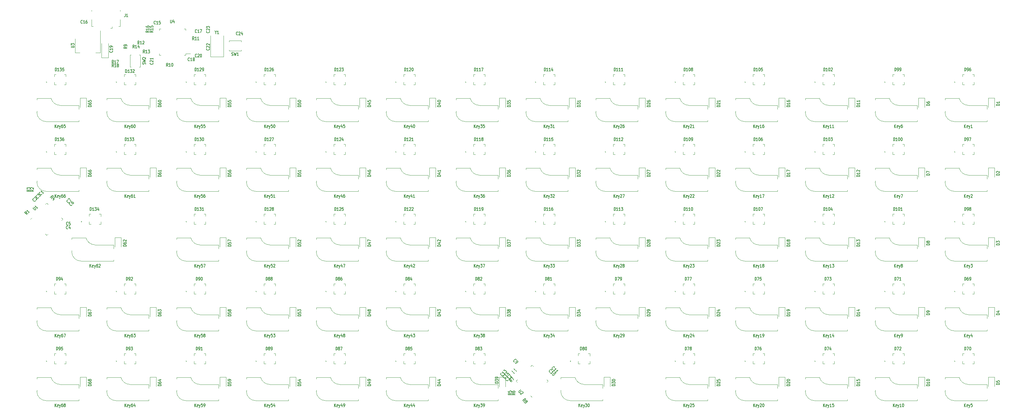
<source format=gbr>
G04 #@! TF.GenerationSoftware,KiCad,Pcbnew,(5.1.5)-3*
G04 #@! TF.CreationDate,2020-01-29T02:04:40-08:00*
G04 #@! TF.ProjectId,keyboard,6b657962-6f61-4726-942e-6b696361645f,rev?*
G04 #@! TF.SameCoordinates,Original*
G04 #@! TF.FileFunction,Legend,Top*
G04 #@! TF.FilePolarity,Positive*
%FSLAX46Y46*%
G04 Gerber Fmt 4.6, Leading zero omitted, Abs format (unit mm)*
G04 Created by KiCad (PCBNEW (5.1.5)-3) date 2020-01-29 02:04:40*
%MOMM*%
%LPD*%
G04 APERTURE LIST*
%ADD10C,0.120000*%
%ADD11C,0.155000*%
%ADD12C,0.100000*%
%ADD13R,2.652000X2.602000*%
%ADD14C,4.089800*%
%ADD15C,3.102000*%
%ADD16R,1.602000X2.102000*%
%ADD17R,3.902000X2.102000*%
%ADD18R,0.552000X0.702000*%
%ADD19R,1.002000X1.802000*%
%ADD20R,1.802000X1.002000*%
%ADD21C,3.402000*%
%ADD22R,1.502000X0.902000*%
%ADD23R,1.302000X2.002000*%
%ADD24O,1.302000X2.002000*%
%ADD25R,1.602000X2.002000*%
%ADD26C,1.552000*%
%ADD27R,0.502000X1.452000*%
%ADD28R,2.502000X2.102000*%
G04 APERTURE END LIST*
D10*
X117095199Y-152400365D02*
X117095199Y-152019365D01*
X108205199Y-152400365D02*
X117095199Y-152400365D01*
X105665199Y-149860365D02*
X105665199Y-149479365D01*
X106046199Y-146050365D02*
X105665199Y-146050365D01*
X109551037Y-146050365D02*
X106046199Y-146050365D01*
X117095199Y-147955365D02*
X112015199Y-147955365D01*
X117095199Y-148971365D02*
X117095199Y-147955365D01*
X109551037Y-146031405D02*
G75*
G03X112015199Y-147955365I2464162J616040D01*
G01*
X105665199Y-146431365D02*
X105665199Y-146050365D01*
X105665199Y-149860365D02*
G75*
G03X108205199Y-152400365I2540000J0D01*
G01*
X230786091Y-189159295D02*
X231175000Y-189548204D01*
X231175000Y-180751796D02*
X230786091Y-181140705D01*
X231563909Y-181140705D02*
X231175000Y-180751796D01*
X235573204Y-185150000D02*
X235184295Y-185538909D01*
X235184295Y-184761091D02*
X235573204Y-185150000D01*
X226776796Y-185150000D02*
X227165705Y-184761091D01*
X227165705Y-185538909D02*
X226776796Y-185150000D01*
X94815705Y-140536091D02*
X94426796Y-140925000D01*
X103223204Y-140925000D02*
X102834295Y-140536091D01*
X102834295Y-141313909D02*
X103223204Y-140925000D01*
X98825000Y-145323204D02*
X98436091Y-144934295D01*
X99213909Y-144934295D02*
X98825000Y-145323204D01*
X98825000Y-136526796D02*
X99213909Y-136915705D01*
X98436091Y-136915705D02*
X98825000Y-136526796D01*
X113435000Y-89450000D02*
X113435000Y-95460000D01*
X106615000Y-91700000D02*
X106615000Y-95460000D01*
X113435000Y-95460000D02*
X112175000Y-95460000D01*
X106615000Y-95460000D02*
X107875000Y-95460000D01*
X115685000Y-96835000D02*
X115685000Y-92925000D01*
X113815000Y-96835000D02*
X115685000Y-96835000D01*
X113815000Y-92925000D02*
X113815000Y-96835000D01*
X126620199Y-190500266D02*
X126620199Y-190119266D01*
X117730199Y-190500266D02*
X126620199Y-190500266D01*
X115190199Y-187960266D02*
X115190199Y-187579266D01*
X115571199Y-184150266D02*
X115190199Y-184150266D01*
X119076037Y-184150266D02*
X115571199Y-184150266D01*
X126620199Y-186055266D02*
X121540199Y-186055266D01*
X126620199Y-187071266D02*
X126620199Y-186055266D01*
X119076037Y-184131306D02*
G75*
G03X121540199Y-186055266I2464162J616040D01*
G01*
X115190199Y-184531266D02*
X115190199Y-184150266D01*
X115190199Y-187960266D02*
G75*
G03X117730199Y-190500266I2540000J0D01*
G01*
X223925000Y-184100000D02*
X222225000Y-184100000D01*
X222225000Y-184100000D02*
X222225000Y-186650000D01*
X223925000Y-184100000D02*
X223925000Y-186650000D01*
X151850000Y-92200000D02*
X151850000Y-92500000D01*
X148550000Y-92200000D02*
X151850000Y-92200000D01*
X148550000Y-92500000D02*
X148550000Y-92200000D01*
X151850000Y-95000000D02*
X151850000Y-94700000D01*
X148550000Y-95000000D02*
X151850000Y-95000000D01*
X148550000Y-94700000D02*
X148550000Y-95000000D01*
X124350000Y-99350000D02*
X124050000Y-99350000D01*
X124350000Y-96050000D02*
X124350000Y-99350000D01*
X124050000Y-96050000D02*
X124350000Y-96050000D01*
X121550000Y-99350000D02*
X121850000Y-99350000D01*
X121550000Y-96050000D02*
X121550000Y-99350000D01*
X121850000Y-96050000D02*
X121550000Y-96050000D01*
X355220274Y-114300350D02*
X355220274Y-113919350D01*
X346330274Y-114300350D02*
X355220274Y-114300350D01*
X343790274Y-111760350D02*
X343790274Y-111379350D01*
X344171274Y-107950350D02*
X343790274Y-107950350D01*
X347676112Y-107950350D02*
X344171274Y-107950350D01*
X355220274Y-109855350D02*
X350140274Y-109855350D01*
X355220274Y-110871350D02*
X355220274Y-109855350D01*
X347676112Y-107931390D02*
G75*
G03X350140274Y-109855350I2464162J616040D01*
G01*
X343790274Y-108331350D02*
X343790274Y-107950350D01*
X343790274Y-111760350D02*
G75*
G03X346330274Y-114300350I2540000J0D01*
G01*
X107570199Y-114300350D02*
X107570199Y-113919350D01*
X98680199Y-114300350D02*
X107570199Y-114300350D01*
X96140199Y-111760350D02*
X96140199Y-111379350D01*
X96521199Y-107950350D02*
X96140199Y-107950350D01*
X100026037Y-107950350D02*
X96521199Y-107950350D01*
X107570199Y-109855350D02*
X102490199Y-109855350D01*
X107570199Y-110871350D02*
X107570199Y-109855350D01*
X100026037Y-107931390D02*
G75*
G03X102490199Y-109855350I2464162J616040D01*
G01*
X96140199Y-108331350D02*
X96140199Y-107950350D01*
X96140199Y-111760350D02*
G75*
G03X98680199Y-114300350I2540000J0D01*
G01*
X126620199Y-114300350D02*
X126620199Y-113919350D01*
X117730199Y-114300350D02*
X126620199Y-114300350D01*
X115190199Y-111760350D02*
X115190199Y-111379350D01*
X115571199Y-107950350D02*
X115190199Y-107950350D01*
X119076037Y-107950350D02*
X115571199Y-107950350D01*
X126620199Y-109855350D02*
X121540199Y-109855350D01*
X126620199Y-110871350D02*
X126620199Y-109855350D01*
X119076037Y-107931390D02*
G75*
G03X121540199Y-109855350I2464162J616040D01*
G01*
X115190199Y-108331350D02*
X115190199Y-107950350D01*
X115190199Y-111760350D02*
G75*
G03X117730199Y-114300350I2540000J0D01*
G01*
X145670199Y-114300350D02*
X145670199Y-113919350D01*
X136780199Y-114300350D02*
X145670199Y-114300350D01*
X134240199Y-111760350D02*
X134240199Y-111379350D01*
X134621199Y-107950350D02*
X134240199Y-107950350D01*
X138126037Y-107950350D02*
X134621199Y-107950350D01*
X145670199Y-109855350D02*
X140590199Y-109855350D01*
X145670199Y-110871350D02*
X145670199Y-109855350D01*
X138126037Y-107931390D02*
G75*
G03X140590199Y-109855350I2464162J616040D01*
G01*
X134240199Y-108331350D02*
X134240199Y-107950350D01*
X134240199Y-111760350D02*
G75*
G03X136780199Y-114300350I2540000J0D01*
G01*
X136890199Y-103615350D02*
G75*
G03X136890199Y-103415350I0J100000D01*
G01*
X136890199Y-103415350D02*
G75*
G03X136890199Y-103615350I0J-100000D01*
G01*
X136890199Y-103415350D02*
X136890199Y-103415350D01*
X136890199Y-103615350D02*
X136890199Y-103615350D01*
X138990199Y-104215350D02*
X138990199Y-103540350D01*
X139490199Y-104215350D02*
X138990199Y-104215350D01*
X138990199Y-101415350D02*
X138990199Y-102090350D01*
X139490199Y-101415350D02*
X138990199Y-101415350D01*
X142190199Y-101415350D02*
X141690199Y-101415350D01*
X142190199Y-102090350D02*
X142190199Y-101415350D01*
X142190199Y-104215350D02*
X142190199Y-103540350D01*
X141690199Y-104215350D02*
X142190199Y-104215350D01*
X355220274Y-133350350D02*
X355220274Y-132969350D01*
X346330274Y-133350350D02*
X355220274Y-133350350D01*
X343790274Y-130810350D02*
X343790274Y-130429350D01*
X344171274Y-127000350D02*
X343790274Y-127000350D01*
X347676112Y-127000350D02*
X344171274Y-127000350D01*
X355220274Y-128905350D02*
X350140274Y-128905350D01*
X355220274Y-129921350D02*
X355220274Y-128905350D01*
X347676112Y-126981390D02*
G75*
G03X350140274Y-128905350I2464162J616040D01*
G01*
X343790274Y-127381350D02*
X343790274Y-127000350D01*
X343790274Y-130810350D02*
G75*
G03X346330274Y-133350350I2540000J0D01*
G01*
X355220274Y-152400365D02*
X355220274Y-152019365D01*
X346330274Y-152400365D02*
X355220274Y-152400365D01*
X343790274Y-149860365D02*
X343790274Y-149479365D01*
X344171274Y-146050365D02*
X343790274Y-146050365D01*
X347676112Y-146050365D02*
X344171274Y-146050365D01*
X355220274Y-147955365D02*
X350140274Y-147955365D01*
X355220274Y-148971365D02*
X355220274Y-147955365D01*
X347676112Y-146031405D02*
G75*
G03X350140274Y-147955365I2464162J616040D01*
G01*
X343790274Y-146431365D02*
X343790274Y-146050365D01*
X343790274Y-149860365D02*
G75*
G03X346330274Y-152400365I2540000J0D01*
G01*
X355220274Y-171450351D02*
X355220274Y-171069351D01*
X346330274Y-171450351D02*
X355220274Y-171450351D01*
X343790274Y-168910351D02*
X343790274Y-168529351D01*
X344171274Y-165100351D02*
X343790274Y-165100351D01*
X347676112Y-165100351D02*
X344171274Y-165100351D01*
X355220274Y-167005351D02*
X350140274Y-167005351D01*
X355220274Y-168021351D02*
X355220274Y-167005351D01*
X347676112Y-165081391D02*
G75*
G03X350140274Y-167005351I2464162J616040D01*
G01*
X343790274Y-165481351D02*
X343790274Y-165100351D01*
X343790274Y-168910351D02*
G75*
G03X346330274Y-171450351I2540000J0D01*
G01*
X355220275Y-190500265D02*
X355220275Y-190119265D01*
X346330275Y-190500265D02*
X355220275Y-190500265D01*
X343790275Y-187960265D02*
X343790275Y-187579265D01*
X344171275Y-184150265D02*
X343790275Y-184150265D01*
X347676113Y-184150265D02*
X344171275Y-184150265D01*
X355220275Y-186055265D02*
X350140275Y-186055265D01*
X355220275Y-187071265D02*
X355220275Y-186055265D01*
X347676113Y-184131305D02*
G75*
G03X350140275Y-186055265I2464162J616040D01*
G01*
X343790275Y-184531265D02*
X343790275Y-184150265D01*
X343790275Y-187960265D02*
G75*
G03X346330275Y-190500265I2540000J0D01*
G01*
X336170349Y-114300350D02*
X336170349Y-113919350D01*
X327280349Y-114300350D02*
X336170349Y-114300350D01*
X324740349Y-111760350D02*
X324740349Y-111379350D01*
X325121349Y-107950350D02*
X324740349Y-107950350D01*
X328626187Y-107950350D02*
X325121349Y-107950350D01*
X336170349Y-109855350D02*
X331090349Y-109855350D01*
X336170349Y-110871350D02*
X336170349Y-109855350D01*
X328626187Y-107931390D02*
G75*
G03X331090349Y-109855350I2464162J616040D01*
G01*
X324740349Y-108331350D02*
X324740349Y-107950350D01*
X324740349Y-111760350D02*
G75*
G03X327280349Y-114300350I2540000J0D01*
G01*
X336170349Y-133350350D02*
X336170349Y-132969350D01*
X327280349Y-133350350D02*
X336170349Y-133350350D01*
X324740349Y-130810350D02*
X324740349Y-130429350D01*
X325121349Y-127000350D02*
X324740349Y-127000350D01*
X328626187Y-127000350D02*
X325121349Y-127000350D01*
X336170349Y-128905350D02*
X331090349Y-128905350D01*
X336170349Y-129921350D02*
X336170349Y-128905350D01*
X328626187Y-126981390D02*
G75*
G03X331090349Y-128905350I2464162J616040D01*
G01*
X324740349Y-127381350D02*
X324740349Y-127000350D01*
X324740349Y-130810350D02*
G75*
G03X327280349Y-133350350I2540000J0D01*
G01*
X336170349Y-152400365D02*
X336170349Y-152019365D01*
X327280349Y-152400365D02*
X336170349Y-152400365D01*
X324740349Y-149860365D02*
X324740349Y-149479365D01*
X325121349Y-146050365D02*
X324740349Y-146050365D01*
X328626187Y-146050365D02*
X325121349Y-146050365D01*
X336170349Y-147955365D02*
X331090349Y-147955365D01*
X336170349Y-148971365D02*
X336170349Y-147955365D01*
X328626187Y-146031405D02*
G75*
G03X331090349Y-147955365I2464162J616040D01*
G01*
X324740349Y-146431365D02*
X324740349Y-146050365D01*
X324740349Y-149860365D02*
G75*
G03X327280349Y-152400365I2540000J0D01*
G01*
X336170349Y-171450351D02*
X336170349Y-171069351D01*
X327280349Y-171450351D02*
X336170349Y-171450351D01*
X324740349Y-168910351D02*
X324740349Y-168529351D01*
X325121349Y-165100351D02*
X324740349Y-165100351D01*
X328626187Y-165100351D02*
X325121349Y-165100351D01*
X336170349Y-167005351D02*
X331090349Y-167005351D01*
X336170349Y-168021351D02*
X336170349Y-167005351D01*
X328626187Y-165081391D02*
G75*
G03X331090349Y-167005351I2464162J616040D01*
G01*
X324740349Y-165481351D02*
X324740349Y-165100351D01*
X324740349Y-168910351D02*
G75*
G03X327280349Y-171450351I2540000J0D01*
G01*
X336170350Y-190500265D02*
X336170350Y-190119265D01*
X327280350Y-190500265D02*
X336170350Y-190500265D01*
X324740350Y-187960265D02*
X324740350Y-187579265D01*
X325121350Y-184150265D02*
X324740350Y-184150265D01*
X328626188Y-184150265D02*
X325121350Y-184150265D01*
X336170350Y-186055265D02*
X331090350Y-186055265D01*
X336170350Y-187071265D02*
X336170350Y-186055265D01*
X328626188Y-184131305D02*
G75*
G03X331090350Y-186055265I2464162J616040D01*
G01*
X324740350Y-184531265D02*
X324740350Y-184150265D01*
X324740350Y-187960265D02*
G75*
G03X327280350Y-190500265I2540000J0D01*
G01*
X317120349Y-114300350D02*
X317120349Y-113919350D01*
X308230349Y-114300350D02*
X317120349Y-114300350D01*
X305690349Y-111760350D02*
X305690349Y-111379350D01*
X306071349Y-107950350D02*
X305690349Y-107950350D01*
X309576187Y-107950350D02*
X306071349Y-107950350D01*
X317120349Y-109855350D02*
X312040349Y-109855350D01*
X317120349Y-110871350D02*
X317120349Y-109855350D01*
X309576187Y-107931390D02*
G75*
G03X312040349Y-109855350I2464162J616040D01*
G01*
X305690349Y-108331350D02*
X305690349Y-107950350D01*
X305690349Y-111760350D02*
G75*
G03X308230349Y-114300350I2540000J0D01*
G01*
X317120349Y-133350350D02*
X317120349Y-132969350D01*
X308230349Y-133350350D02*
X317120349Y-133350350D01*
X305690349Y-130810350D02*
X305690349Y-130429350D01*
X306071349Y-127000350D02*
X305690349Y-127000350D01*
X309576187Y-127000350D02*
X306071349Y-127000350D01*
X317120349Y-128905350D02*
X312040349Y-128905350D01*
X317120349Y-129921350D02*
X317120349Y-128905350D01*
X309576187Y-126981390D02*
G75*
G03X312040349Y-128905350I2464162J616040D01*
G01*
X305690349Y-127381350D02*
X305690349Y-127000350D01*
X305690349Y-130810350D02*
G75*
G03X308230349Y-133350350I2540000J0D01*
G01*
X317120349Y-152400365D02*
X317120349Y-152019365D01*
X308230349Y-152400365D02*
X317120349Y-152400365D01*
X305690349Y-149860365D02*
X305690349Y-149479365D01*
X306071349Y-146050365D02*
X305690349Y-146050365D01*
X309576187Y-146050365D02*
X306071349Y-146050365D01*
X317120349Y-147955365D02*
X312040349Y-147955365D01*
X317120349Y-148971365D02*
X317120349Y-147955365D01*
X309576187Y-146031405D02*
G75*
G03X312040349Y-147955365I2464162J616040D01*
G01*
X305690349Y-146431365D02*
X305690349Y-146050365D01*
X305690349Y-149860365D02*
G75*
G03X308230349Y-152400365I2540000J0D01*
G01*
X317120349Y-171450351D02*
X317120349Y-171069351D01*
X308230349Y-171450351D02*
X317120349Y-171450351D01*
X305690349Y-168910351D02*
X305690349Y-168529351D01*
X306071349Y-165100351D02*
X305690349Y-165100351D01*
X309576187Y-165100351D02*
X306071349Y-165100351D01*
X317120349Y-167005351D02*
X312040349Y-167005351D01*
X317120349Y-168021351D02*
X317120349Y-167005351D01*
X309576187Y-165081391D02*
G75*
G03X312040349Y-167005351I2464162J616040D01*
G01*
X305690349Y-165481351D02*
X305690349Y-165100351D01*
X305690349Y-168910351D02*
G75*
G03X308230349Y-171450351I2540000J0D01*
G01*
X317120350Y-190500265D02*
X317120350Y-190119265D01*
X308230350Y-190500265D02*
X317120350Y-190500265D01*
X305690350Y-187960265D02*
X305690350Y-187579265D01*
X306071350Y-184150265D02*
X305690350Y-184150265D01*
X309576188Y-184150265D02*
X306071350Y-184150265D01*
X317120350Y-186055265D02*
X312040350Y-186055265D01*
X317120350Y-187071265D02*
X317120350Y-186055265D01*
X309576188Y-184131305D02*
G75*
G03X312040350Y-186055265I2464162J616040D01*
G01*
X305690350Y-184531265D02*
X305690350Y-184150265D01*
X305690350Y-187960265D02*
G75*
G03X308230350Y-190500265I2540000J0D01*
G01*
X298070349Y-114300350D02*
X298070349Y-113919350D01*
X289180349Y-114300350D02*
X298070349Y-114300350D01*
X286640349Y-111760350D02*
X286640349Y-111379350D01*
X287021349Y-107950350D02*
X286640349Y-107950350D01*
X290526187Y-107950350D02*
X287021349Y-107950350D01*
X298070349Y-109855350D02*
X292990349Y-109855350D01*
X298070349Y-110871350D02*
X298070349Y-109855350D01*
X290526187Y-107931390D02*
G75*
G03X292990349Y-109855350I2464162J616040D01*
G01*
X286640349Y-108331350D02*
X286640349Y-107950350D01*
X286640349Y-111760350D02*
G75*
G03X289180349Y-114300350I2540000J0D01*
G01*
X298070349Y-133350350D02*
X298070349Y-132969350D01*
X289180349Y-133350350D02*
X298070349Y-133350350D01*
X286640349Y-130810350D02*
X286640349Y-130429350D01*
X287021349Y-127000350D02*
X286640349Y-127000350D01*
X290526187Y-127000350D02*
X287021349Y-127000350D01*
X298070349Y-128905350D02*
X292990349Y-128905350D01*
X298070349Y-129921350D02*
X298070349Y-128905350D01*
X290526187Y-126981390D02*
G75*
G03X292990349Y-128905350I2464162J616040D01*
G01*
X286640349Y-127381350D02*
X286640349Y-127000350D01*
X286640349Y-130810350D02*
G75*
G03X289180349Y-133350350I2540000J0D01*
G01*
X298070349Y-152400365D02*
X298070349Y-152019365D01*
X289180349Y-152400365D02*
X298070349Y-152400365D01*
X286640349Y-149860365D02*
X286640349Y-149479365D01*
X287021349Y-146050365D02*
X286640349Y-146050365D01*
X290526187Y-146050365D02*
X287021349Y-146050365D01*
X298070349Y-147955365D02*
X292990349Y-147955365D01*
X298070349Y-148971365D02*
X298070349Y-147955365D01*
X290526187Y-146031405D02*
G75*
G03X292990349Y-147955365I2464162J616040D01*
G01*
X286640349Y-146431365D02*
X286640349Y-146050365D01*
X286640349Y-149860365D02*
G75*
G03X289180349Y-152400365I2540000J0D01*
G01*
X298070349Y-171450351D02*
X298070349Y-171069351D01*
X289180349Y-171450351D02*
X298070349Y-171450351D01*
X286640349Y-168910351D02*
X286640349Y-168529351D01*
X287021349Y-165100351D02*
X286640349Y-165100351D01*
X290526187Y-165100351D02*
X287021349Y-165100351D01*
X298070349Y-167005351D02*
X292990349Y-167005351D01*
X298070349Y-168021351D02*
X298070349Y-167005351D01*
X290526187Y-165081391D02*
G75*
G03X292990349Y-167005351I2464162J616040D01*
G01*
X286640349Y-165481351D02*
X286640349Y-165100351D01*
X286640349Y-168910351D02*
G75*
G03X289180349Y-171450351I2540000J0D01*
G01*
X298070350Y-190500265D02*
X298070350Y-190119265D01*
X289180350Y-190500265D02*
X298070350Y-190500265D01*
X286640350Y-187960265D02*
X286640350Y-187579265D01*
X287021350Y-184150265D02*
X286640350Y-184150265D01*
X290526188Y-184150265D02*
X287021350Y-184150265D01*
X298070350Y-186055265D02*
X292990350Y-186055265D01*
X298070350Y-187071265D02*
X298070350Y-186055265D01*
X290526188Y-184131305D02*
G75*
G03X292990350Y-186055265I2464162J616040D01*
G01*
X286640350Y-184531265D02*
X286640350Y-184150265D01*
X286640350Y-187960265D02*
G75*
G03X289180350Y-190500265I2540000J0D01*
G01*
X279020349Y-114300350D02*
X279020349Y-113919350D01*
X270130349Y-114300350D02*
X279020349Y-114300350D01*
X267590349Y-111760350D02*
X267590349Y-111379350D01*
X267971349Y-107950350D02*
X267590349Y-107950350D01*
X271476187Y-107950350D02*
X267971349Y-107950350D01*
X279020349Y-109855350D02*
X273940349Y-109855350D01*
X279020349Y-110871350D02*
X279020349Y-109855350D01*
X271476187Y-107931390D02*
G75*
G03X273940349Y-109855350I2464162J616040D01*
G01*
X267590349Y-108331350D02*
X267590349Y-107950350D01*
X267590349Y-111760350D02*
G75*
G03X270130349Y-114300350I2540000J0D01*
G01*
X279020349Y-133350350D02*
X279020349Y-132969350D01*
X270130349Y-133350350D02*
X279020349Y-133350350D01*
X267590349Y-130810350D02*
X267590349Y-130429350D01*
X267971349Y-127000350D02*
X267590349Y-127000350D01*
X271476187Y-127000350D02*
X267971349Y-127000350D01*
X279020349Y-128905350D02*
X273940349Y-128905350D01*
X279020349Y-129921350D02*
X279020349Y-128905350D01*
X271476187Y-126981390D02*
G75*
G03X273940349Y-128905350I2464162J616040D01*
G01*
X267590349Y-127381350D02*
X267590349Y-127000350D01*
X267590349Y-130810350D02*
G75*
G03X270130349Y-133350350I2540000J0D01*
G01*
X279020349Y-152400365D02*
X279020349Y-152019365D01*
X270130349Y-152400365D02*
X279020349Y-152400365D01*
X267590349Y-149860365D02*
X267590349Y-149479365D01*
X267971349Y-146050365D02*
X267590349Y-146050365D01*
X271476187Y-146050365D02*
X267971349Y-146050365D01*
X279020349Y-147955365D02*
X273940349Y-147955365D01*
X279020349Y-148971365D02*
X279020349Y-147955365D01*
X271476187Y-146031405D02*
G75*
G03X273940349Y-147955365I2464162J616040D01*
G01*
X267590349Y-146431365D02*
X267590349Y-146050365D01*
X267590349Y-149860365D02*
G75*
G03X270130349Y-152400365I2540000J0D01*
G01*
X279020349Y-171450351D02*
X279020349Y-171069351D01*
X270130349Y-171450351D02*
X279020349Y-171450351D01*
X267590349Y-168910351D02*
X267590349Y-168529351D01*
X267971349Y-165100351D02*
X267590349Y-165100351D01*
X271476187Y-165100351D02*
X267971349Y-165100351D01*
X279020349Y-167005351D02*
X273940349Y-167005351D01*
X279020349Y-168021351D02*
X279020349Y-167005351D01*
X271476187Y-165081391D02*
G75*
G03X273940349Y-167005351I2464162J616040D01*
G01*
X267590349Y-165481351D02*
X267590349Y-165100351D01*
X267590349Y-168910351D02*
G75*
G03X270130349Y-171450351I2540000J0D01*
G01*
X279020350Y-190500265D02*
X279020350Y-190119265D01*
X270130350Y-190500265D02*
X279020350Y-190500265D01*
X267590350Y-187960265D02*
X267590350Y-187579265D01*
X267971350Y-184150265D02*
X267590350Y-184150265D01*
X271476188Y-184150265D02*
X267971350Y-184150265D01*
X279020350Y-186055265D02*
X273940350Y-186055265D01*
X279020350Y-187071265D02*
X279020350Y-186055265D01*
X271476188Y-184131305D02*
G75*
G03X273940350Y-186055265I2464162J616040D01*
G01*
X267590350Y-184531265D02*
X267590350Y-184150265D01*
X267590350Y-187960265D02*
G75*
G03X270130350Y-190500265I2540000J0D01*
G01*
X259971049Y-114300350D02*
X259971049Y-113919350D01*
X251081049Y-114300350D02*
X259971049Y-114300350D01*
X248541049Y-111760350D02*
X248541049Y-111379350D01*
X248922049Y-107950350D02*
X248541049Y-107950350D01*
X252426887Y-107950350D02*
X248922049Y-107950350D01*
X259971049Y-109855350D02*
X254891049Y-109855350D01*
X259971049Y-110871350D02*
X259971049Y-109855350D01*
X252426887Y-107931390D02*
G75*
G03X254891049Y-109855350I2464162J616040D01*
G01*
X248541049Y-108331350D02*
X248541049Y-107950350D01*
X248541049Y-111760350D02*
G75*
G03X251081049Y-114300350I2540000J0D01*
G01*
X259971049Y-133350350D02*
X259971049Y-132969350D01*
X251081049Y-133350350D02*
X259971049Y-133350350D01*
X248541049Y-130810350D02*
X248541049Y-130429350D01*
X248922049Y-127000350D02*
X248541049Y-127000350D01*
X252426887Y-127000350D02*
X248922049Y-127000350D01*
X259971049Y-128905350D02*
X254891049Y-128905350D01*
X259971049Y-129921350D02*
X259971049Y-128905350D01*
X252426887Y-126981390D02*
G75*
G03X254891049Y-128905350I2464162J616040D01*
G01*
X248541049Y-127381350D02*
X248541049Y-127000350D01*
X248541049Y-130810350D02*
G75*
G03X251081049Y-133350350I2540000J0D01*
G01*
X259971049Y-152400365D02*
X259971049Y-152019365D01*
X251081049Y-152400365D02*
X259971049Y-152400365D01*
X248541049Y-149860365D02*
X248541049Y-149479365D01*
X248922049Y-146050365D02*
X248541049Y-146050365D01*
X252426887Y-146050365D02*
X248922049Y-146050365D01*
X259971049Y-147955365D02*
X254891049Y-147955365D01*
X259971049Y-148971365D02*
X259971049Y-147955365D01*
X252426887Y-146031405D02*
G75*
G03X254891049Y-147955365I2464162J616040D01*
G01*
X248541049Y-146431365D02*
X248541049Y-146050365D01*
X248541049Y-149860365D02*
G75*
G03X251081049Y-152400365I2540000J0D01*
G01*
X259971049Y-171450351D02*
X259971049Y-171069351D01*
X251081049Y-171450351D02*
X259971049Y-171450351D01*
X248541049Y-168910351D02*
X248541049Y-168529351D01*
X248922049Y-165100351D02*
X248541049Y-165100351D01*
X252426887Y-165100351D02*
X248922049Y-165100351D01*
X259971049Y-167005351D02*
X254891049Y-167005351D01*
X259971049Y-168021351D02*
X259971049Y-167005351D01*
X252426887Y-165081391D02*
G75*
G03X254891049Y-167005351I2464162J616040D01*
G01*
X248541049Y-165481351D02*
X248541049Y-165100351D01*
X248541049Y-168910351D02*
G75*
G03X251081049Y-171450351I2540000J0D01*
G01*
X250445199Y-190500265D02*
X250445199Y-190119265D01*
X241555199Y-190500265D02*
X250445199Y-190500265D01*
X239015199Y-187960265D02*
X239015199Y-187579265D01*
X239396199Y-184150265D02*
X239015199Y-184150265D01*
X242901037Y-184150265D02*
X239396199Y-184150265D01*
X250445199Y-186055265D02*
X245365199Y-186055265D01*
X250445199Y-187071265D02*
X250445199Y-186055265D01*
X242901037Y-184131305D02*
G75*
G03X245365199Y-186055265I2464162J616040D01*
G01*
X239015199Y-184531265D02*
X239015199Y-184150265D01*
X239015199Y-187960265D02*
G75*
G03X241555199Y-190500265I2540000J0D01*
G01*
X240921199Y-114300350D02*
X240921199Y-113919350D01*
X232031199Y-114300350D02*
X240921199Y-114300350D01*
X229491199Y-111760350D02*
X229491199Y-111379350D01*
X229872199Y-107950350D02*
X229491199Y-107950350D01*
X233377037Y-107950350D02*
X229872199Y-107950350D01*
X240921199Y-109855350D02*
X235841199Y-109855350D01*
X240921199Y-110871350D02*
X240921199Y-109855350D01*
X233377037Y-107931390D02*
G75*
G03X235841199Y-109855350I2464162J616040D01*
G01*
X229491199Y-108331350D02*
X229491199Y-107950350D01*
X229491199Y-111760350D02*
G75*
G03X232031199Y-114300350I2540000J0D01*
G01*
X240921199Y-133350350D02*
X240921199Y-132969350D01*
X232031199Y-133350350D02*
X240921199Y-133350350D01*
X229491199Y-130810350D02*
X229491199Y-130429350D01*
X229872199Y-127000350D02*
X229491199Y-127000350D01*
X233377037Y-127000350D02*
X229872199Y-127000350D01*
X240921199Y-128905350D02*
X235841199Y-128905350D01*
X240921199Y-129921350D02*
X240921199Y-128905350D01*
X233377037Y-126981390D02*
G75*
G03X235841199Y-128905350I2464162J616040D01*
G01*
X229491199Y-127381350D02*
X229491199Y-127000350D01*
X229491199Y-130810350D02*
G75*
G03X232031199Y-133350350I2540000J0D01*
G01*
X240921199Y-152400365D02*
X240921199Y-152019365D01*
X232031199Y-152400365D02*
X240921199Y-152400365D01*
X229491199Y-149860365D02*
X229491199Y-149479365D01*
X229872199Y-146050365D02*
X229491199Y-146050365D01*
X233377037Y-146050365D02*
X229872199Y-146050365D01*
X240921199Y-147955365D02*
X235841199Y-147955365D01*
X240921199Y-148971365D02*
X240921199Y-147955365D01*
X233377037Y-146031405D02*
G75*
G03X235841199Y-147955365I2464162J616040D01*
G01*
X229491199Y-146431365D02*
X229491199Y-146050365D01*
X229491199Y-149860365D02*
G75*
G03X232031199Y-152400365I2540000J0D01*
G01*
X240921199Y-171450351D02*
X240921199Y-171069351D01*
X232031199Y-171450351D02*
X240921199Y-171450351D01*
X229491199Y-168910351D02*
X229491199Y-168529351D01*
X229872199Y-165100351D02*
X229491199Y-165100351D01*
X233377037Y-165100351D02*
X229872199Y-165100351D01*
X240921199Y-167005351D02*
X235841199Y-167005351D01*
X240921199Y-168021351D02*
X240921199Y-167005351D01*
X233377037Y-165081391D02*
G75*
G03X235841199Y-167005351I2464162J616040D01*
G01*
X229491199Y-165481351D02*
X229491199Y-165100351D01*
X229491199Y-168910351D02*
G75*
G03X232031199Y-171450351I2540000J0D01*
G01*
X221870200Y-114300350D02*
X221870200Y-113919350D01*
X212980200Y-114300350D02*
X221870200Y-114300350D01*
X210440200Y-111760350D02*
X210440200Y-111379350D01*
X210821200Y-107950350D02*
X210440200Y-107950350D01*
X214326038Y-107950350D02*
X210821200Y-107950350D01*
X221870200Y-109855350D02*
X216790200Y-109855350D01*
X221870200Y-110871350D02*
X221870200Y-109855350D01*
X214326038Y-107931390D02*
G75*
G03X216790200Y-109855350I2464162J616040D01*
G01*
X210440200Y-108331350D02*
X210440200Y-107950350D01*
X210440200Y-111760350D02*
G75*
G03X212980200Y-114300350I2540000J0D01*
G01*
X221870200Y-133350351D02*
X221870200Y-132969351D01*
X212980200Y-133350351D02*
X221870200Y-133350351D01*
X210440200Y-130810351D02*
X210440200Y-130429351D01*
X210821200Y-127000351D02*
X210440200Y-127000351D01*
X214326038Y-127000351D02*
X210821200Y-127000351D01*
X221870200Y-128905351D02*
X216790200Y-128905351D01*
X221870200Y-129921351D02*
X221870200Y-128905351D01*
X214326038Y-126981391D02*
G75*
G03X216790200Y-128905351I2464162J616040D01*
G01*
X210440200Y-127381351D02*
X210440200Y-127000351D01*
X210440200Y-130810351D02*
G75*
G03X212980200Y-133350351I2540000J0D01*
G01*
X221870200Y-152400365D02*
X221870200Y-152019365D01*
X212980200Y-152400365D02*
X221870200Y-152400365D01*
X210440200Y-149860365D02*
X210440200Y-149479365D01*
X210821200Y-146050365D02*
X210440200Y-146050365D01*
X214326038Y-146050365D02*
X210821200Y-146050365D01*
X221870200Y-147955365D02*
X216790200Y-147955365D01*
X221870200Y-148971365D02*
X221870200Y-147955365D01*
X214326038Y-146031405D02*
G75*
G03X216790200Y-147955365I2464162J616040D01*
G01*
X210440200Y-146431365D02*
X210440200Y-146050365D01*
X210440200Y-149860365D02*
G75*
G03X212980200Y-152400365I2540000J0D01*
G01*
X221870200Y-171450351D02*
X221870200Y-171069351D01*
X212980200Y-171450351D02*
X221870200Y-171450351D01*
X210440200Y-168910351D02*
X210440200Y-168529351D01*
X210821200Y-165100351D02*
X210440200Y-165100351D01*
X214326038Y-165100351D02*
X210821200Y-165100351D01*
X221870200Y-167005351D02*
X216790200Y-167005351D01*
X221870200Y-168021351D02*
X221870200Y-167005351D01*
X214326038Y-165081391D02*
G75*
G03X216790200Y-167005351I2464162J616040D01*
G01*
X210440200Y-165481351D02*
X210440200Y-165100351D01*
X210440200Y-168910351D02*
G75*
G03X212980200Y-171450351I2540000J0D01*
G01*
X221870200Y-190500266D02*
X221870200Y-190119266D01*
X212980200Y-190500266D02*
X221870200Y-190500266D01*
X210440200Y-187960266D02*
X210440200Y-187579266D01*
X210821200Y-184150266D02*
X210440200Y-184150266D01*
X214326038Y-184150266D02*
X210821200Y-184150266D01*
X221870200Y-186055266D02*
X216790200Y-186055266D01*
X221870200Y-187071266D02*
X221870200Y-186055266D01*
X214326038Y-184131306D02*
G75*
G03X216790200Y-186055266I2464162J616040D01*
G01*
X210440200Y-184531266D02*
X210440200Y-184150266D01*
X210440200Y-187960266D02*
G75*
G03X212980200Y-190500266I2540000J0D01*
G01*
X202820199Y-114300350D02*
X202820199Y-113919350D01*
X193930199Y-114300350D02*
X202820199Y-114300350D01*
X191390199Y-111760350D02*
X191390199Y-111379350D01*
X191771199Y-107950350D02*
X191390199Y-107950350D01*
X195276037Y-107950350D02*
X191771199Y-107950350D01*
X202820199Y-109855350D02*
X197740199Y-109855350D01*
X202820199Y-110871350D02*
X202820199Y-109855350D01*
X195276037Y-107931390D02*
G75*
G03X197740199Y-109855350I2464162J616040D01*
G01*
X191390199Y-108331350D02*
X191390199Y-107950350D01*
X191390199Y-111760350D02*
G75*
G03X193930199Y-114300350I2540000J0D01*
G01*
X202820199Y-133350351D02*
X202820199Y-132969351D01*
X193930199Y-133350351D02*
X202820199Y-133350351D01*
X191390199Y-130810351D02*
X191390199Y-130429351D01*
X191771199Y-127000351D02*
X191390199Y-127000351D01*
X195276037Y-127000351D02*
X191771199Y-127000351D01*
X202820199Y-128905351D02*
X197740199Y-128905351D01*
X202820199Y-129921351D02*
X202820199Y-128905351D01*
X195276037Y-126981391D02*
G75*
G03X197740199Y-128905351I2464162J616040D01*
G01*
X191390199Y-127381351D02*
X191390199Y-127000351D01*
X191390199Y-130810351D02*
G75*
G03X193930199Y-133350351I2540000J0D01*
G01*
X202820199Y-152400365D02*
X202820199Y-152019365D01*
X193930199Y-152400365D02*
X202820199Y-152400365D01*
X191390199Y-149860365D02*
X191390199Y-149479365D01*
X191771199Y-146050365D02*
X191390199Y-146050365D01*
X195276037Y-146050365D02*
X191771199Y-146050365D01*
X202820199Y-147955365D02*
X197740199Y-147955365D01*
X202820199Y-148971365D02*
X202820199Y-147955365D01*
X195276037Y-146031405D02*
G75*
G03X197740199Y-147955365I2464162J616040D01*
G01*
X191390199Y-146431365D02*
X191390199Y-146050365D01*
X191390199Y-149860365D02*
G75*
G03X193930199Y-152400365I2540000J0D01*
G01*
X202820199Y-171450351D02*
X202820199Y-171069351D01*
X193930199Y-171450351D02*
X202820199Y-171450351D01*
X191390199Y-168910351D02*
X191390199Y-168529351D01*
X191771199Y-165100351D02*
X191390199Y-165100351D01*
X195276037Y-165100351D02*
X191771199Y-165100351D01*
X202820199Y-167005351D02*
X197740199Y-167005351D01*
X202820199Y-168021351D02*
X202820199Y-167005351D01*
X195276037Y-165081391D02*
G75*
G03X197740199Y-167005351I2464162J616040D01*
G01*
X191390199Y-165481351D02*
X191390199Y-165100351D01*
X191390199Y-168910351D02*
G75*
G03X193930199Y-171450351I2540000J0D01*
G01*
X202820199Y-190500266D02*
X202820199Y-190119266D01*
X193930199Y-190500266D02*
X202820199Y-190500266D01*
X191390199Y-187960266D02*
X191390199Y-187579266D01*
X191771199Y-184150266D02*
X191390199Y-184150266D01*
X195276037Y-184150266D02*
X191771199Y-184150266D01*
X202820199Y-186055266D02*
X197740199Y-186055266D01*
X202820199Y-187071266D02*
X202820199Y-186055266D01*
X195276037Y-184131306D02*
G75*
G03X197740199Y-186055266I2464162J616040D01*
G01*
X191390199Y-184531266D02*
X191390199Y-184150266D01*
X191390199Y-187960266D02*
G75*
G03X193930199Y-190500266I2540000J0D01*
G01*
X183770199Y-114300350D02*
X183770199Y-113919350D01*
X174880199Y-114300350D02*
X183770199Y-114300350D01*
X172340199Y-111760350D02*
X172340199Y-111379350D01*
X172721199Y-107950350D02*
X172340199Y-107950350D01*
X176226037Y-107950350D02*
X172721199Y-107950350D01*
X183770199Y-109855350D02*
X178690199Y-109855350D01*
X183770199Y-110871350D02*
X183770199Y-109855350D01*
X176226037Y-107931390D02*
G75*
G03X178690199Y-109855350I2464162J616040D01*
G01*
X172340199Y-108331350D02*
X172340199Y-107950350D01*
X172340199Y-111760350D02*
G75*
G03X174880199Y-114300350I2540000J0D01*
G01*
X183770199Y-133350351D02*
X183770199Y-132969351D01*
X174880199Y-133350351D02*
X183770199Y-133350351D01*
X172340199Y-130810351D02*
X172340199Y-130429351D01*
X172721199Y-127000351D02*
X172340199Y-127000351D01*
X176226037Y-127000351D02*
X172721199Y-127000351D01*
X183770199Y-128905351D02*
X178690199Y-128905351D01*
X183770199Y-129921351D02*
X183770199Y-128905351D01*
X176226037Y-126981391D02*
G75*
G03X178690199Y-128905351I2464162J616040D01*
G01*
X172340199Y-127381351D02*
X172340199Y-127000351D01*
X172340199Y-130810351D02*
G75*
G03X174880199Y-133350351I2540000J0D01*
G01*
X183770199Y-152400365D02*
X183770199Y-152019365D01*
X174880199Y-152400365D02*
X183770199Y-152400365D01*
X172340199Y-149860365D02*
X172340199Y-149479365D01*
X172721199Y-146050365D02*
X172340199Y-146050365D01*
X176226037Y-146050365D02*
X172721199Y-146050365D01*
X183770199Y-147955365D02*
X178690199Y-147955365D01*
X183770199Y-148971365D02*
X183770199Y-147955365D01*
X176226037Y-146031405D02*
G75*
G03X178690199Y-147955365I2464162J616040D01*
G01*
X172340199Y-146431365D02*
X172340199Y-146050365D01*
X172340199Y-149860365D02*
G75*
G03X174880199Y-152400365I2540000J0D01*
G01*
X183770199Y-171450351D02*
X183770199Y-171069351D01*
X174880199Y-171450351D02*
X183770199Y-171450351D01*
X172340199Y-168910351D02*
X172340199Y-168529351D01*
X172721199Y-165100351D02*
X172340199Y-165100351D01*
X176226037Y-165100351D02*
X172721199Y-165100351D01*
X183770199Y-167005351D02*
X178690199Y-167005351D01*
X183770199Y-168021351D02*
X183770199Y-167005351D01*
X176226037Y-165081391D02*
G75*
G03X178690199Y-167005351I2464162J616040D01*
G01*
X172340199Y-165481351D02*
X172340199Y-165100351D01*
X172340199Y-168910351D02*
G75*
G03X174880199Y-171450351I2540000J0D01*
G01*
X183770199Y-190500266D02*
X183770199Y-190119266D01*
X174880199Y-190500266D02*
X183770199Y-190500266D01*
X172340199Y-187960266D02*
X172340199Y-187579266D01*
X172721199Y-184150266D02*
X172340199Y-184150266D01*
X176226037Y-184150266D02*
X172721199Y-184150266D01*
X183770199Y-186055266D02*
X178690199Y-186055266D01*
X183770199Y-187071266D02*
X183770199Y-186055266D01*
X176226037Y-184131306D02*
G75*
G03X178690199Y-186055266I2464162J616040D01*
G01*
X172340199Y-184531266D02*
X172340199Y-184150266D01*
X172340199Y-187960266D02*
G75*
G03X174880199Y-190500266I2540000J0D01*
G01*
X164720199Y-114300350D02*
X164720199Y-113919350D01*
X155830199Y-114300350D02*
X164720199Y-114300350D01*
X153290199Y-111760350D02*
X153290199Y-111379350D01*
X153671199Y-107950350D02*
X153290199Y-107950350D01*
X157176037Y-107950350D02*
X153671199Y-107950350D01*
X164720199Y-109855350D02*
X159640199Y-109855350D01*
X164720199Y-110871350D02*
X164720199Y-109855350D01*
X157176037Y-107931390D02*
G75*
G03X159640199Y-109855350I2464162J616040D01*
G01*
X153290199Y-108331350D02*
X153290199Y-107950350D01*
X153290199Y-111760350D02*
G75*
G03X155830199Y-114300350I2540000J0D01*
G01*
X164720199Y-133350351D02*
X164720199Y-132969351D01*
X155830199Y-133350351D02*
X164720199Y-133350351D01*
X153290199Y-130810351D02*
X153290199Y-130429351D01*
X153671199Y-127000351D02*
X153290199Y-127000351D01*
X157176037Y-127000351D02*
X153671199Y-127000351D01*
X164720199Y-128905351D02*
X159640199Y-128905351D01*
X164720199Y-129921351D02*
X164720199Y-128905351D01*
X157176037Y-126981391D02*
G75*
G03X159640199Y-128905351I2464162J616040D01*
G01*
X153290199Y-127381351D02*
X153290199Y-127000351D01*
X153290199Y-130810351D02*
G75*
G03X155830199Y-133350351I2540000J0D01*
G01*
X164720199Y-152400365D02*
X164720199Y-152019365D01*
X155830199Y-152400365D02*
X164720199Y-152400365D01*
X153290199Y-149860365D02*
X153290199Y-149479365D01*
X153671199Y-146050365D02*
X153290199Y-146050365D01*
X157176037Y-146050365D02*
X153671199Y-146050365D01*
X164720199Y-147955365D02*
X159640199Y-147955365D01*
X164720199Y-148971365D02*
X164720199Y-147955365D01*
X157176037Y-146031405D02*
G75*
G03X159640199Y-147955365I2464162J616040D01*
G01*
X153290199Y-146431365D02*
X153290199Y-146050365D01*
X153290199Y-149860365D02*
G75*
G03X155830199Y-152400365I2540000J0D01*
G01*
X164720199Y-171450351D02*
X164720199Y-171069351D01*
X155830199Y-171450351D02*
X164720199Y-171450351D01*
X153290199Y-168910351D02*
X153290199Y-168529351D01*
X153671199Y-165100351D02*
X153290199Y-165100351D01*
X157176037Y-165100351D02*
X153671199Y-165100351D01*
X164720199Y-167005351D02*
X159640199Y-167005351D01*
X164720199Y-168021351D02*
X164720199Y-167005351D01*
X157176037Y-165081391D02*
G75*
G03X159640199Y-167005351I2464162J616040D01*
G01*
X153290199Y-165481351D02*
X153290199Y-165100351D01*
X153290199Y-168910351D02*
G75*
G03X155830199Y-171450351I2540000J0D01*
G01*
X164720199Y-190500266D02*
X164720199Y-190119266D01*
X155830199Y-190500266D02*
X164720199Y-190500266D01*
X153290199Y-187960266D02*
X153290199Y-187579266D01*
X153671199Y-184150266D02*
X153290199Y-184150266D01*
X157176037Y-184150266D02*
X153671199Y-184150266D01*
X164720199Y-186055266D02*
X159640199Y-186055266D01*
X164720199Y-187071266D02*
X164720199Y-186055266D01*
X157176037Y-184131306D02*
G75*
G03X159640199Y-186055266I2464162J616040D01*
G01*
X153290199Y-184531266D02*
X153290199Y-184150266D01*
X153290199Y-187960266D02*
G75*
G03X155830199Y-190500266I2540000J0D01*
G01*
X145670199Y-133350351D02*
X145670199Y-132969351D01*
X136780199Y-133350351D02*
X145670199Y-133350351D01*
X134240199Y-130810351D02*
X134240199Y-130429351D01*
X134621199Y-127000351D02*
X134240199Y-127000351D01*
X138126037Y-127000351D02*
X134621199Y-127000351D01*
X145670199Y-128905351D02*
X140590199Y-128905351D01*
X145670199Y-129921351D02*
X145670199Y-128905351D01*
X138126037Y-126981391D02*
G75*
G03X140590199Y-128905351I2464162J616040D01*
G01*
X134240199Y-127381351D02*
X134240199Y-127000351D01*
X134240199Y-130810351D02*
G75*
G03X136780199Y-133350351I2540000J0D01*
G01*
X145670199Y-152400365D02*
X145670199Y-152019365D01*
X136780199Y-152400365D02*
X145670199Y-152400365D01*
X134240199Y-149860365D02*
X134240199Y-149479365D01*
X134621199Y-146050365D02*
X134240199Y-146050365D01*
X138126037Y-146050365D02*
X134621199Y-146050365D01*
X145670199Y-147955365D02*
X140590199Y-147955365D01*
X145670199Y-148971365D02*
X145670199Y-147955365D01*
X138126037Y-146031405D02*
G75*
G03X140590199Y-147955365I2464162J616040D01*
G01*
X134240199Y-146431365D02*
X134240199Y-146050365D01*
X134240199Y-149860365D02*
G75*
G03X136780199Y-152400365I2540000J0D01*
G01*
X145670199Y-171450351D02*
X145670199Y-171069351D01*
X136780199Y-171450351D02*
X145670199Y-171450351D01*
X134240199Y-168910351D02*
X134240199Y-168529351D01*
X134621199Y-165100351D02*
X134240199Y-165100351D01*
X138126037Y-165100351D02*
X134621199Y-165100351D01*
X145670199Y-167005351D02*
X140590199Y-167005351D01*
X145670199Y-168021351D02*
X145670199Y-167005351D01*
X138126037Y-165081391D02*
G75*
G03X140590199Y-167005351I2464162J616040D01*
G01*
X134240199Y-165481351D02*
X134240199Y-165100351D01*
X134240199Y-168910351D02*
G75*
G03X136780199Y-171450351I2540000J0D01*
G01*
X145670199Y-190500266D02*
X145670199Y-190119266D01*
X136780199Y-190500266D02*
X145670199Y-190500266D01*
X134240199Y-187960266D02*
X134240199Y-187579266D01*
X134621199Y-184150266D02*
X134240199Y-184150266D01*
X138126037Y-184150266D02*
X134621199Y-184150266D01*
X145670199Y-186055266D02*
X140590199Y-186055266D01*
X145670199Y-187071266D02*
X145670199Y-186055266D01*
X138126037Y-184131306D02*
G75*
G03X140590199Y-186055266I2464162J616040D01*
G01*
X134240199Y-184531266D02*
X134240199Y-184150266D01*
X134240199Y-187960266D02*
G75*
G03X136780199Y-190500266I2540000J0D01*
G01*
X126620199Y-133350351D02*
X126620199Y-132969351D01*
X117730199Y-133350351D02*
X126620199Y-133350351D01*
X115190199Y-130810351D02*
X115190199Y-130429351D01*
X115571199Y-127000351D02*
X115190199Y-127000351D01*
X119076037Y-127000351D02*
X115571199Y-127000351D01*
X126620199Y-128905351D02*
X121540199Y-128905351D01*
X126620199Y-129921351D02*
X126620199Y-128905351D01*
X119076037Y-126981391D02*
G75*
G03X121540199Y-128905351I2464162J616040D01*
G01*
X115190199Y-127381351D02*
X115190199Y-127000351D01*
X115190199Y-130810351D02*
G75*
G03X117730199Y-133350351I2540000J0D01*
G01*
X126620199Y-171450351D02*
X126620199Y-171069351D01*
X117730199Y-171450351D02*
X126620199Y-171450351D01*
X115190199Y-168910351D02*
X115190199Y-168529351D01*
X115571199Y-165100351D02*
X115190199Y-165100351D01*
X119076037Y-165100351D02*
X115571199Y-165100351D01*
X126620199Y-167005351D02*
X121540199Y-167005351D01*
X126620199Y-168021351D02*
X126620199Y-167005351D01*
X119076037Y-165081391D02*
G75*
G03X121540199Y-167005351I2464162J616040D01*
G01*
X115190199Y-165481351D02*
X115190199Y-165100351D01*
X115190199Y-168910351D02*
G75*
G03X117730199Y-171450351I2540000J0D01*
G01*
X107570199Y-133350351D02*
X107570199Y-132969351D01*
X98680199Y-133350351D02*
X107570199Y-133350351D01*
X96140199Y-130810351D02*
X96140199Y-130429351D01*
X96521199Y-127000351D02*
X96140199Y-127000351D01*
X100026037Y-127000351D02*
X96521199Y-127000351D01*
X107570199Y-128905351D02*
X102490199Y-128905351D01*
X107570199Y-129921351D02*
X107570199Y-128905351D01*
X100026037Y-126981391D02*
G75*
G03X102490199Y-128905351I2464162J616040D01*
G01*
X96140199Y-127381351D02*
X96140199Y-127000351D01*
X96140199Y-130810351D02*
G75*
G03X98680199Y-133350351I2540000J0D01*
G01*
X107570199Y-171450351D02*
X107570199Y-171069351D01*
X98680199Y-171450351D02*
X107570199Y-171450351D01*
X96140199Y-168910351D02*
X96140199Y-168529351D01*
X96521199Y-165100351D02*
X96140199Y-165100351D01*
X100026037Y-165100351D02*
X96521199Y-165100351D01*
X107570199Y-167005351D02*
X102490199Y-167005351D01*
X107570199Y-168021351D02*
X107570199Y-167005351D01*
X100026037Y-165081391D02*
G75*
G03X102490199Y-167005351I2464162J616040D01*
G01*
X96140199Y-165481351D02*
X96140199Y-165100351D01*
X96140199Y-168910351D02*
G75*
G03X98680199Y-171450351I2540000J0D01*
G01*
X107570199Y-190500266D02*
X107570199Y-190119266D01*
X98680199Y-190500266D02*
X107570199Y-190500266D01*
X96140199Y-187960266D02*
X96140199Y-187579266D01*
X96521199Y-184150266D02*
X96140199Y-184150266D01*
X100026037Y-184150266D02*
X96521199Y-184150266D01*
X107570199Y-186055266D02*
X102490199Y-186055266D01*
X107570199Y-187071266D02*
X107570199Y-186055266D01*
X100026037Y-184131306D02*
G75*
G03X102490199Y-186055266I2464162J616040D01*
G01*
X96140199Y-184531266D02*
X96140199Y-184150266D01*
X96140199Y-187960266D02*
G75*
G03X98680199Y-190500266I2540000J0D01*
G01*
X346440274Y-160765351D02*
G75*
G03X346440274Y-160565351I0J100000D01*
G01*
X346440274Y-160565351D02*
G75*
G03X346440274Y-160765351I0J-100000D01*
G01*
X346440274Y-160565351D02*
X346440274Y-160565351D01*
X346440274Y-160765351D02*
X346440274Y-160765351D01*
X348540274Y-161365351D02*
X348540274Y-160690351D01*
X349040274Y-161365351D02*
X348540274Y-161365351D01*
X348540274Y-158565351D02*
X348540274Y-159240351D01*
X349040274Y-158565351D02*
X348540274Y-158565351D01*
X351740274Y-158565351D02*
X351240274Y-158565351D01*
X351740274Y-159240351D02*
X351740274Y-158565351D01*
X351740274Y-161365351D02*
X351740274Y-160690351D01*
X351240274Y-161365351D02*
X351740274Y-161365351D01*
X346440275Y-179815265D02*
G75*
G03X346440275Y-179615265I0J100000D01*
G01*
X346440275Y-179615265D02*
G75*
G03X346440275Y-179815265I0J-100000D01*
G01*
X346440275Y-179615265D02*
X346440275Y-179615265D01*
X346440275Y-179815265D02*
X346440275Y-179815265D01*
X348540275Y-180415265D02*
X348540275Y-179740265D01*
X349040275Y-180415265D02*
X348540275Y-180415265D01*
X348540275Y-177615265D02*
X348540275Y-178290265D01*
X349040275Y-177615265D02*
X348540275Y-177615265D01*
X351740275Y-177615265D02*
X351240275Y-177615265D01*
X351740275Y-178290265D02*
X351740275Y-177615265D01*
X351740275Y-180415265D02*
X351740275Y-179740265D01*
X351240275Y-180415265D02*
X351740275Y-180415265D01*
X327390349Y-160765351D02*
G75*
G03X327390349Y-160565351I0J100000D01*
G01*
X327390349Y-160565351D02*
G75*
G03X327390349Y-160765351I0J-100000D01*
G01*
X327390349Y-160565351D02*
X327390349Y-160565351D01*
X327390349Y-160765351D02*
X327390349Y-160765351D01*
X329490349Y-161365351D02*
X329490349Y-160690351D01*
X329990349Y-161365351D02*
X329490349Y-161365351D01*
X329490349Y-158565351D02*
X329490349Y-159240351D01*
X329990349Y-158565351D02*
X329490349Y-158565351D01*
X332690349Y-158565351D02*
X332190349Y-158565351D01*
X332690349Y-159240351D02*
X332690349Y-158565351D01*
X332690349Y-161365351D02*
X332690349Y-160690351D01*
X332190349Y-161365351D02*
X332690349Y-161365351D01*
X327390350Y-179815265D02*
G75*
G03X327390350Y-179615265I0J100000D01*
G01*
X327390350Y-179615265D02*
G75*
G03X327390350Y-179815265I0J-100000D01*
G01*
X327390350Y-179615265D02*
X327390350Y-179615265D01*
X327390350Y-179815265D02*
X327390350Y-179815265D01*
X329490350Y-180415265D02*
X329490350Y-179740265D01*
X329990350Y-180415265D02*
X329490350Y-180415265D01*
X329490350Y-177615265D02*
X329490350Y-178290265D01*
X329990350Y-177615265D02*
X329490350Y-177615265D01*
X332690350Y-177615265D02*
X332190350Y-177615265D01*
X332690350Y-178290265D02*
X332690350Y-177615265D01*
X332690350Y-180415265D02*
X332690350Y-179740265D01*
X332190350Y-180415265D02*
X332690350Y-180415265D01*
X308340349Y-160765351D02*
G75*
G03X308340349Y-160565351I0J100000D01*
G01*
X308340349Y-160565351D02*
G75*
G03X308340349Y-160765351I0J-100000D01*
G01*
X308340349Y-160565351D02*
X308340349Y-160565351D01*
X308340349Y-160765351D02*
X308340349Y-160765351D01*
X310440349Y-161365351D02*
X310440349Y-160690351D01*
X310940349Y-161365351D02*
X310440349Y-161365351D01*
X310440349Y-158565351D02*
X310440349Y-159240351D01*
X310940349Y-158565351D02*
X310440349Y-158565351D01*
X313640349Y-158565351D02*
X313140349Y-158565351D01*
X313640349Y-159240351D02*
X313640349Y-158565351D01*
X313640349Y-161365351D02*
X313640349Y-160690351D01*
X313140349Y-161365351D02*
X313640349Y-161365351D01*
X308340350Y-179815265D02*
G75*
G03X308340350Y-179615265I0J100000D01*
G01*
X308340350Y-179615265D02*
G75*
G03X308340350Y-179815265I0J-100000D01*
G01*
X308340350Y-179615265D02*
X308340350Y-179615265D01*
X308340350Y-179815265D02*
X308340350Y-179815265D01*
X310440350Y-180415265D02*
X310440350Y-179740265D01*
X310940350Y-180415265D02*
X310440350Y-180415265D01*
X310440350Y-177615265D02*
X310440350Y-178290265D01*
X310940350Y-177615265D02*
X310440350Y-177615265D01*
X313640350Y-177615265D02*
X313140350Y-177615265D01*
X313640350Y-178290265D02*
X313640350Y-177615265D01*
X313640350Y-180415265D02*
X313640350Y-179740265D01*
X313140350Y-180415265D02*
X313640350Y-180415265D01*
X289290349Y-160765351D02*
G75*
G03X289290349Y-160565351I0J100000D01*
G01*
X289290349Y-160565351D02*
G75*
G03X289290349Y-160765351I0J-100000D01*
G01*
X289290349Y-160565351D02*
X289290349Y-160565351D01*
X289290349Y-160765351D02*
X289290349Y-160765351D01*
X291390349Y-161365351D02*
X291390349Y-160690351D01*
X291890349Y-161365351D02*
X291390349Y-161365351D01*
X291390349Y-158565351D02*
X291390349Y-159240351D01*
X291890349Y-158565351D02*
X291390349Y-158565351D01*
X294590349Y-158565351D02*
X294090349Y-158565351D01*
X294590349Y-159240351D02*
X294590349Y-158565351D01*
X294590349Y-161365351D02*
X294590349Y-160690351D01*
X294090349Y-161365351D02*
X294590349Y-161365351D01*
X289290350Y-179815265D02*
G75*
G03X289290350Y-179615265I0J100000D01*
G01*
X289290350Y-179615265D02*
G75*
G03X289290350Y-179815265I0J-100000D01*
G01*
X289290350Y-179615265D02*
X289290350Y-179615265D01*
X289290350Y-179815265D02*
X289290350Y-179815265D01*
X291390350Y-180415265D02*
X291390350Y-179740265D01*
X291890350Y-180415265D02*
X291390350Y-180415265D01*
X291390350Y-177615265D02*
X291390350Y-178290265D01*
X291890350Y-177615265D02*
X291390350Y-177615265D01*
X294590350Y-177615265D02*
X294090350Y-177615265D01*
X294590350Y-178290265D02*
X294590350Y-177615265D01*
X294590350Y-180415265D02*
X294590350Y-179740265D01*
X294090350Y-180415265D02*
X294590350Y-180415265D01*
X270240349Y-160765351D02*
G75*
G03X270240349Y-160565351I0J100000D01*
G01*
X270240349Y-160565351D02*
G75*
G03X270240349Y-160765351I0J-100000D01*
G01*
X270240349Y-160565351D02*
X270240349Y-160565351D01*
X270240349Y-160765351D02*
X270240349Y-160765351D01*
X272340349Y-161365351D02*
X272340349Y-160690351D01*
X272840349Y-161365351D02*
X272340349Y-161365351D01*
X272340349Y-158565351D02*
X272340349Y-159240351D01*
X272840349Y-158565351D02*
X272340349Y-158565351D01*
X275540349Y-158565351D02*
X275040349Y-158565351D01*
X275540349Y-159240351D02*
X275540349Y-158565351D01*
X275540349Y-161365351D02*
X275540349Y-160690351D01*
X275040349Y-161365351D02*
X275540349Y-161365351D01*
X270240350Y-179815265D02*
G75*
G03X270240350Y-179615265I0J100000D01*
G01*
X270240350Y-179615265D02*
G75*
G03X270240350Y-179815265I0J-100000D01*
G01*
X270240350Y-179615265D02*
X270240350Y-179615265D01*
X270240350Y-179815265D02*
X270240350Y-179815265D01*
X272340350Y-180415265D02*
X272340350Y-179740265D01*
X272840350Y-180415265D02*
X272340350Y-180415265D01*
X272340350Y-177615265D02*
X272340350Y-178290265D01*
X272840350Y-177615265D02*
X272340350Y-177615265D01*
X275540350Y-177615265D02*
X275040350Y-177615265D01*
X275540350Y-178290265D02*
X275540350Y-177615265D01*
X275540350Y-180415265D02*
X275540350Y-179740265D01*
X275040350Y-180415265D02*
X275540350Y-180415265D01*
X251191049Y-160765351D02*
G75*
G03X251191049Y-160565351I0J100000D01*
G01*
X251191049Y-160565351D02*
G75*
G03X251191049Y-160765351I0J-100000D01*
G01*
X251191049Y-160565351D02*
X251191049Y-160565351D01*
X251191049Y-160765351D02*
X251191049Y-160765351D01*
X253291049Y-161365351D02*
X253291049Y-160690351D01*
X253791049Y-161365351D02*
X253291049Y-161365351D01*
X253291049Y-158565351D02*
X253291049Y-159240351D01*
X253791049Y-158565351D02*
X253291049Y-158565351D01*
X256491049Y-158565351D02*
X255991049Y-158565351D01*
X256491049Y-159240351D02*
X256491049Y-158565351D01*
X256491049Y-161365351D02*
X256491049Y-160690351D01*
X255991049Y-161365351D02*
X256491049Y-161365351D01*
X241665199Y-179815265D02*
G75*
G03X241665199Y-179615265I0J100000D01*
G01*
X241665199Y-179615265D02*
G75*
G03X241665199Y-179815265I0J-100000D01*
G01*
X241665199Y-179615265D02*
X241665199Y-179615265D01*
X241665199Y-179815265D02*
X241665199Y-179815265D01*
X243765199Y-180415265D02*
X243765199Y-179740265D01*
X244265199Y-180415265D02*
X243765199Y-180415265D01*
X243765199Y-177615265D02*
X243765199Y-178290265D01*
X244265199Y-177615265D02*
X243765199Y-177615265D01*
X246965199Y-177615265D02*
X246465199Y-177615265D01*
X246965199Y-178290265D02*
X246965199Y-177615265D01*
X246965199Y-180415265D02*
X246965199Y-179740265D01*
X246465199Y-180415265D02*
X246965199Y-180415265D01*
X232141199Y-160765351D02*
G75*
G03X232141199Y-160565351I0J100000D01*
G01*
X232141199Y-160565351D02*
G75*
G03X232141199Y-160765351I0J-100000D01*
G01*
X232141199Y-160565351D02*
X232141199Y-160565351D01*
X232141199Y-160765351D02*
X232141199Y-160765351D01*
X234241199Y-161365351D02*
X234241199Y-160690351D01*
X234741199Y-161365351D02*
X234241199Y-161365351D01*
X234241199Y-158565351D02*
X234241199Y-159240351D01*
X234741199Y-158565351D02*
X234241199Y-158565351D01*
X237441199Y-158565351D02*
X236941199Y-158565351D01*
X237441199Y-159240351D02*
X237441199Y-158565351D01*
X237441199Y-161365351D02*
X237441199Y-160690351D01*
X236941199Y-161365351D02*
X237441199Y-161365351D01*
X213090200Y-160765351D02*
G75*
G03X213090200Y-160565351I0J100000D01*
G01*
X213090200Y-160565351D02*
G75*
G03X213090200Y-160765351I0J-100000D01*
G01*
X213090200Y-160565351D02*
X213090200Y-160565351D01*
X213090200Y-160765351D02*
X213090200Y-160765351D01*
X215190200Y-161365351D02*
X215190200Y-160690351D01*
X215690200Y-161365351D02*
X215190200Y-161365351D01*
X215190200Y-158565351D02*
X215190200Y-159240351D01*
X215690200Y-158565351D02*
X215190200Y-158565351D01*
X218390200Y-158565351D02*
X217890200Y-158565351D01*
X218390200Y-159240351D02*
X218390200Y-158565351D01*
X218390200Y-161365351D02*
X218390200Y-160690351D01*
X217890200Y-161365351D02*
X218390200Y-161365351D01*
X213090200Y-179815266D02*
G75*
G03X213090200Y-179615266I0J100000D01*
G01*
X213090200Y-179615266D02*
G75*
G03X213090200Y-179815266I0J-100000D01*
G01*
X213090200Y-179615266D02*
X213090200Y-179615266D01*
X213090200Y-179815266D02*
X213090200Y-179815266D01*
X215190200Y-180415266D02*
X215190200Y-179740266D01*
X215690200Y-180415266D02*
X215190200Y-180415266D01*
X215190200Y-177615266D02*
X215190200Y-178290266D01*
X215690200Y-177615266D02*
X215190200Y-177615266D01*
X218390200Y-177615266D02*
X217890200Y-177615266D01*
X218390200Y-178290266D02*
X218390200Y-177615266D01*
X218390200Y-180415266D02*
X218390200Y-179740266D01*
X217890200Y-180415266D02*
X218390200Y-180415266D01*
X194040199Y-160765351D02*
G75*
G03X194040199Y-160565351I0J100000D01*
G01*
X194040199Y-160565351D02*
G75*
G03X194040199Y-160765351I0J-100000D01*
G01*
X194040199Y-160565351D02*
X194040199Y-160565351D01*
X194040199Y-160765351D02*
X194040199Y-160765351D01*
X196140199Y-161365351D02*
X196140199Y-160690351D01*
X196640199Y-161365351D02*
X196140199Y-161365351D01*
X196140199Y-158565351D02*
X196140199Y-159240351D01*
X196640199Y-158565351D02*
X196140199Y-158565351D01*
X199340199Y-158565351D02*
X198840199Y-158565351D01*
X199340199Y-159240351D02*
X199340199Y-158565351D01*
X199340199Y-161365351D02*
X199340199Y-160690351D01*
X198840199Y-161365351D02*
X199340199Y-161365351D01*
X194040199Y-179815266D02*
G75*
G03X194040199Y-179615266I0J100000D01*
G01*
X194040199Y-179615266D02*
G75*
G03X194040199Y-179815266I0J-100000D01*
G01*
X194040199Y-179615266D02*
X194040199Y-179615266D01*
X194040199Y-179815266D02*
X194040199Y-179815266D01*
X196140199Y-180415266D02*
X196140199Y-179740266D01*
X196640199Y-180415266D02*
X196140199Y-180415266D01*
X196140199Y-177615266D02*
X196140199Y-178290266D01*
X196640199Y-177615266D02*
X196140199Y-177615266D01*
X199340199Y-177615266D02*
X198840199Y-177615266D01*
X199340199Y-178290266D02*
X199340199Y-177615266D01*
X199340199Y-180415266D02*
X199340199Y-179740266D01*
X198840199Y-180415266D02*
X199340199Y-180415266D01*
X174990199Y-160765351D02*
G75*
G03X174990199Y-160565351I0J100000D01*
G01*
X174990199Y-160565351D02*
G75*
G03X174990199Y-160765351I0J-100000D01*
G01*
X174990199Y-160565351D02*
X174990199Y-160565351D01*
X174990199Y-160765351D02*
X174990199Y-160765351D01*
X177090199Y-161365351D02*
X177090199Y-160690351D01*
X177590199Y-161365351D02*
X177090199Y-161365351D01*
X177090199Y-158565351D02*
X177090199Y-159240351D01*
X177590199Y-158565351D02*
X177090199Y-158565351D01*
X180290199Y-158565351D02*
X179790199Y-158565351D01*
X180290199Y-159240351D02*
X180290199Y-158565351D01*
X180290199Y-161365351D02*
X180290199Y-160690351D01*
X179790199Y-161365351D02*
X180290199Y-161365351D01*
X174990199Y-179815266D02*
G75*
G03X174990199Y-179615266I0J100000D01*
G01*
X174990199Y-179615266D02*
G75*
G03X174990199Y-179815266I0J-100000D01*
G01*
X174990199Y-179615266D02*
X174990199Y-179615266D01*
X174990199Y-179815266D02*
X174990199Y-179815266D01*
X177090199Y-180415266D02*
X177090199Y-179740266D01*
X177590199Y-180415266D02*
X177090199Y-180415266D01*
X177090199Y-177615266D02*
X177090199Y-178290266D01*
X177590199Y-177615266D02*
X177090199Y-177615266D01*
X180290199Y-177615266D02*
X179790199Y-177615266D01*
X180290199Y-178290266D02*
X180290199Y-177615266D01*
X180290199Y-180415266D02*
X180290199Y-179740266D01*
X179790199Y-180415266D02*
X180290199Y-180415266D01*
X155940199Y-160765351D02*
G75*
G03X155940199Y-160565351I0J100000D01*
G01*
X155940199Y-160565351D02*
G75*
G03X155940199Y-160765351I0J-100000D01*
G01*
X155940199Y-160565351D02*
X155940199Y-160565351D01*
X155940199Y-160765351D02*
X155940199Y-160765351D01*
X158040199Y-161365351D02*
X158040199Y-160690351D01*
X158540199Y-161365351D02*
X158040199Y-161365351D01*
X158040199Y-158565351D02*
X158040199Y-159240351D01*
X158540199Y-158565351D02*
X158040199Y-158565351D01*
X161240199Y-158565351D02*
X160740199Y-158565351D01*
X161240199Y-159240351D02*
X161240199Y-158565351D01*
X161240199Y-161365351D02*
X161240199Y-160690351D01*
X160740199Y-161365351D02*
X161240199Y-161365351D01*
X155940199Y-179815266D02*
G75*
G03X155940199Y-179615266I0J100000D01*
G01*
X155940199Y-179615266D02*
G75*
G03X155940199Y-179815266I0J-100000D01*
G01*
X155940199Y-179615266D02*
X155940199Y-179615266D01*
X155940199Y-179815266D02*
X155940199Y-179815266D01*
X158040199Y-180415266D02*
X158040199Y-179740266D01*
X158540199Y-180415266D02*
X158040199Y-180415266D01*
X158040199Y-177615266D02*
X158040199Y-178290266D01*
X158540199Y-177615266D02*
X158040199Y-177615266D01*
X161240199Y-177615266D02*
X160740199Y-177615266D01*
X161240199Y-178290266D02*
X161240199Y-177615266D01*
X161240199Y-180415266D02*
X161240199Y-179740266D01*
X160740199Y-180415266D02*
X161240199Y-180415266D01*
X136890199Y-160765351D02*
G75*
G03X136890199Y-160565351I0J100000D01*
G01*
X136890199Y-160565351D02*
G75*
G03X136890199Y-160765351I0J-100000D01*
G01*
X136890199Y-160565351D02*
X136890199Y-160565351D01*
X136890199Y-160765351D02*
X136890199Y-160765351D01*
X138990199Y-161365351D02*
X138990199Y-160690351D01*
X139490199Y-161365351D02*
X138990199Y-161365351D01*
X138990199Y-158565351D02*
X138990199Y-159240351D01*
X139490199Y-158565351D02*
X138990199Y-158565351D01*
X142190199Y-158565351D02*
X141690199Y-158565351D01*
X142190199Y-159240351D02*
X142190199Y-158565351D01*
X142190199Y-161365351D02*
X142190199Y-160690351D01*
X141690199Y-161365351D02*
X142190199Y-161365351D01*
X136890199Y-179815266D02*
G75*
G03X136890199Y-179615266I0J100000D01*
G01*
X136890199Y-179615266D02*
G75*
G03X136890199Y-179815266I0J-100000D01*
G01*
X136890199Y-179615266D02*
X136890199Y-179615266D01*
X136890199Y-179815266D02*
X136890199Y-179815266D01*
X138990199Y-180415266D02*
X138990199Y-179740266D01*
X139490199Y-180415266D02*
X138990199Y-180415266D01*
X138990199Y-177615266D02*
X138990199Y-178290266D01*
X139490199Y-177615266D02*
X138990199Y-177615266D01*
X142190199Y-177615266D02*
X141690199Y-177615266D01*
X142190199Y-178290266D02*
X142190199Y-177615266D01*
X142190199Y-180415266D02*
X142190199Y-179740266D01*
X141690199Y-180415266D02*
X142190199Y-180415266D01*
X117840199Y-160765351D02*
G75*
G03X117840199Y-160565351I0J100000D01*
G01*
X117840199Y-160565351D02*
G75*
G03X117840199Y-160765351I0J-100000D01*
G01*
X117840199Y-160565351D02*
X117840199Y-160565351D01*
X117840199Y-160765351D02*
X117840199Y-160765351D01*
X119940199Y-161365351D02*
X119940199Y-160690351D01*
X120440199Y-161365351D02*
X119940199Y-161365351D01*
X119940199Y-158565351D02*
X119940199Y-159240351D01*
X120440199Y-158565351D02*
X119940199Y-158565351D01*
X123140199Y-158565351D02*
X122640199Y-158565351D01*
X123140199Y-159240351D02*
X123140199Y-158565351D01*
X123140199Y-161365351D02*
X123140199Y-160690351D01*
X122640199Y-161365351D02*
X123140199Y-161365351D01*
X117840199Y-179815266D02*
G75*
G03X117840199Y-179615266I0J100000D01*
G01*
X117840199Y-179615266D02*
G75*
G03X117840199Y-179815266I0J-100000D01*
G01*
X117840199Y-179615266D02*
X117840199Y-179615266D01*
X117840199Y-179815266D02*
X117840199Y-179815266D01*
X119940199Y-180415266D02*
X119940199Y-179740266D01*
X120440199Y-180415266D02*
X119940199Y-180415266D01*
X119940199Y-177615266D02*
X119940199Y-178290266D01*
X120440199Y-177615266D02*
X119940199Y-177615266D01*
X123140199Y-177615266D02*
X122640199Y-177615266D01*
X123140199Y-178290266D02*
X123140199Y-177615266D01*
X123140199Y-180415266D02*
X123140199Y-179740266D01*
X122640199Y-180415266D02*
X123140199Y-180415266D01*
X98790199Y-160765351D02*
G75*
G03X98790199Y-160565351I0J100000D01*
G01*
X98790199Y-160565351D02*
G75*
G03X98790199Y-160765351I0J-100000D01*
G01*
X98790199Y-160565351D02*
X98790199Y-160565351D01*
X98790199Y-160765351D02*
X98790199Y-160765351D01*
X100890199Y-161365351D02*
X100890199Y-160690351D01*
X101390199Y-161365351D02*
X100890199Y-161365351D01*
X100890199Y-158565351D02*
X100890199Y-159240351D01*
X101390199Y-158565351D02*
X100890199Y-158565351D01*
X104090199Y-158565351D02*
X103590199Y-158565351D01*
X104090199Y-159240351D02*
X104090199Y-158565351D01*
X104090199Y-161365351D02*
X104090199Y-160690351D01*
X103590199Y-161365351D02*
X104090199Y-161365351D01*
X98790199Y-179815266D02*
G75*
G03X98790199Y-179615266I0J100000D01*
G01*
X98790199Y-179615266D02*
G75*
G03X98790199Y-179815266I0J-100000D01*
G01*
X98790199Y-179615266D02*
X98790199Y-179615266D01*
X98790199Y-179815266D02*
X98790199Y-179815266D01*
X100890199Y-180415266D02*
X100890199Y-179740266D01*
X101390199Y-180415266D02*
X100890199Y-180415266D01*
X100890199Y-177615266D02*
X100890199Y-178290266D01*
X101390199Y-177615266D02*
X100890199Y-177615266D01*
X104090199Y-177615266D02*
X103590199Y-177615266D01*
X104090199Y-178290266D02*
X104090199Y-177615266D01*
X104090199Y-180415266D02*
X104090199Y-179740266D01*
X103590199Y-180415266D02*
X104090199Y-180415266D01*
X346440274Y-103615350D02*
G75*
G03X346440274Y-103415350I0J100000D01*
G01*
X346440274Y-103415350D02*
G75*
G03X346440274Y-103615350I0J-100000D01*
G01*
X346440274Y-103415350D02*
X346440274Y-103415350D01*
X346440274Y-103615350D02*
X346440274Y-103615350D01*
X348540274Y-104215350D02*
X348540274Y-103540350D01*
X349040274Y-104215350D02*
X348540274Y-104215350D01*
X348540274Y-101415350D02*
X348540274Y-102090350D01*
X349040274Y-101415350D02*
X348540274Y-101415350D01*
X351740274Y-101415350D02*
X351240274Y-101415350D01*
X351740274Y-102090350D02*
X351740274Y-101415350D01*
X351740274Y-104215350D02*
X351740274Y-103540350D01*
X351240274Y-104215350D02*
X351740274Y-104215350D01*
X346440274Y-122665350D02*
G75*
G03X346440274Y-122465350I0J100000D01*
G01*
X346440274Y-122465350D02*
G75*
G03X346440274Y-122665350I0J-100000D01*
G01*
X346440274Y-122465350D02*
X346440274Y-122465350D01*
X346440274Y-122665350D02*
X346440274Y-122665350D01*
X348540274Y-123265350D02*
X348540274Y-122590350D01*
X349040274Y-123265350D02*
X348540274Y-123265350D01*
X348540274Y-120465350D02*
X348540274Y-121140350D01*
X349040274Y-120465350D02*
X348540274Y-120465350D01*
X351740274Y-120465350D02*
X351240274Y-120465350D01*
X351740274Y-121140350D02*
X351740274Y-120465350D01*
X351740274Y-123265350D02*
X351740274Y-122590350D01*
X351240274Y-123265350D02*
X351740274Y-123265350D01*
X346440274Y-141715365D02*
G75*
G03X346440274Y-141515365I0J100000D01*
G01*
X346440274Y-141515365D02*
G75*
G03X346440274Y-141715365I0J-100000D01*
G01*
X346440274Y-141515365D02*
X346440274Y-141515365D01*
X346440274Y-141715365D02*
X346440274Y-141715365D01*
X348540274Y-142315365D02*
X348540274Y-141640365D01*
X349040274Y-142315365D02*
X348540274Y-142315365D01*
X348540274Y-139515365D02*
X348540274Y-140190365D01*
X349040274Y-139515365D02*
X348540274Y-139515365D01*
X351740274Y-139515365D02*
X351240274Y-139515365D01*
X351740274Y-140190365D02*
X351740274Y-139515365D01*
X351740274Y-142315365D02*
X351740274Y-141640365D01*
X351240274Y-142315365D02*
X351740274Y-142315365D01*
X327390349Y-103615350D02*
G75*
G03X327390349Y-103415350I0J100000D01*
G01*
X327390349Y-103415350D02*
G75*
G03X327390349Y-103615350I0J-100000D01*
G01*
X327390349Y-103415350D02*
X327390349Y-103415350D01*
X327390349Y-103615350D02*
X327390349Y-103615350D01*
X329490349Y-104215350D02*
X329490349Y-103540350D01*
X329990349Y-104215350D02*
X329490349Y-104215350D01*
X329490349Y-101415350D02*
X329490349Y-102090350D01*
X329990349Y-101415350D02*
X329490349Y-101415350D01*
X332690349Y-101415350D02*
X332190349Y-101415350D01*
X332690349Y-102090350D02*
X332690349Y-101415350D01*
X332690349Y-104215350D02*
X332690349Y-103540350D01*
X332190349Y-104215350D02*
X332690349Y-104215350D01*
X327390349Y-122665350D02*
G75*
G03X327390349Y-122465350I0J100000D01*
G01*
X327390349Y-122465350D02*
G75*
G03X327390349Y-122665350I0J-100000D01*
G01*
X327390349Y-122465350D02*
X327390349Y-122465350D01*
X327390349Y-122665350D02*
X327390349Y-122665350D01*
X329490349Y-123265350D02*
X329490349Y-122590350D01*
X329990349Y-123265350D02*
X329490349Y-123265350D01*
X329490349Y-120465350D02*
X329490349Y-121140350D01*
X329990349Y-120465350D02*
X329490349Y-120465350D01*
X332690349Y-120465350D02*
X332190349Y-120465350D01*
X332690349Y-121140350D02*
X332690349Y-120465350D01*
X332690349Y-123265350D02*
X332690349Y-122590350D01*
X332190349Y-123265350D02*
X332690349Y-123265350D01*
X327390349Y-141715365D02*
G75*
G03X327390349Y-141515365I0J100000D01*
G01*
X327390349Y-141515365D02*
G75*
G03X327390349Y-141715365I0J-100000D01*
G01*
X327390349Y-141515365D02*
X327390349Y-141515365D01*
X327390349Y-141715365D02*
X327390349Y-141715365D01*
X329490349Y-142315365D02*
X329490349Y-141640365D01*
X329990349Y-142315365D02*
X329490349Y-142315365D01*
X329490349Y-139515365D02*
X329490349Y-140190365D01*
X329990349Y-139515365D02*
X329490349Y-139515365D01*
X332690349Y-139515365D02*
X332190349Y-139515365D01*
X332690349Y-140190365D02*
X332690349Y-139515365D01*
X332690349Y-142315365D02*
X332690349Y-141640365D01*
X332190349Y-142315365D02*
X332690349Y-142315365D01*
X308340349Y-103615350D02*
G75*
G03X308340349Y-103415350I0J100000D01*
G01*
X308340349Y-103415350D02*
G75*
G03X308340349Y-103615350I0J-100000D01*
G01*
X308340349Y-103415350D02*
X308340349Y-103415350D01*
X308340349Y-103615350D02*
X308340349Y-103615350D01*
X310440349Y-104215350D02*
X310440349Y-103540350D01*
X310940349Y-104215350D02*
X310440349Y-104215350D01*
X310440349Y-101415350D02*
X310440349Y-102090350D01*
X310940349Y-101415350D02*
X310440349Y-101415350D01*
X313640349Y-101415350D02*
X313140349Y-101415350D01*
X313640349Y-102090350D02*
X313640349Y-101415350D01*
X313640349Y-104215350D02*
X313640349Y-103540350D01*
X313140349Y-104215350D02*
X313640349Y-104215350D01*
X308340349Y-122665350D02*
G75*
G03X308340349Y-122465350I0J100000D01*
G01*
X308340349Y-122465350D02*
G75*
G03X308340349Y-122665350I0J-100000D01*
G01*
X308340349Y-122465350D02*
X308340349Y-122465350D01*
X308340349Y-122665350D02*
X308340349Y-122665350D01*
X310440349Y-123265350D02*
X310440349Y-122590350D01*
X310940349Y-123265350D02*
X310440349Y-123265350D01*
X310440349Y-120465350D02*
X310440349Y-121140350D01*
X310940349Y-120465350D02*
X310440349Y-120465350D01*
X313640349Y-120465350D02*
X313140349Y-120465350D01*
X313640349Y-121140350D02*
X313640349Y-120465350D01*
X313640349Y-123265350D02*
X313640349Y-122590350D01*
X313140349Y-123265350D02*
X313640349Y-123265350D01*
X308340349Y-141715365D02*
G75*
G03X308340349Y-141515365I0J100000D01*
G01*
X308340349Y-141515365D02*
G75*
G03X308340349Y-141715365I0J-100000D01*
G01*
X308340349Y-141515365D02*
X308340349Y-141515365D01*
X308340349Y-141715365D02*
X308340349Y-141715365D01*
X310440349Y-142315365D02*
X310440349Y-141640365D01*
X310940349Y-142315365D02*
X310440349Y-142315365D01*
X310440349Y-139515365D02*
X310440349Y-140190365D01*
X310940349Y-139515365D02*
X310440349Y-139515365D01*
X313640349Y-139515365D02*
X313140349Y-139515365D01*
X313640349Y-140190365D02*
X313640349Y-139515365D01*
X313640349Y-142315365D02*
X313640349Y-141640365D01*
X313140349Y-142315365D02*
X313640349Y-142315365D01*
X289290349Y-103615350D02*
G75*
G03X289290349Y-103415350I0J100000D01*
G01*
X289290349Y-103415350D02*
G75*
G03X289290349Y-103615350I0J-100000D01*
G01*
X289290349Y-103415350D02*
X289290349Y-103415350D01*
X289290349Y-103615350D02*
X289290349Y-103615350D01*
X291390349Y-104215350D02*
X291390349Y-103540350D01*
X291890349Y-104215350D02*
X291390349Y-104215350D01*
X291390349Y-101415350D02*
X291390349Y-102090350D01*
X291890349Y-101415350D02*
X291390349Y-101415350D01*
X294590349Y-101415350D02*
X294090349Y-101415350D01*
X294590349Y-102090350D02*
X294590349Y-101415350D01*
X294590349Y-104215350D02*
X294590349Y-103540350D01*
X294090349Y-104215350D02*
X294590349Y-104215350D01*
X289290349Y-122665350D02*
G75*
G03X289290349Y-122465350I0J100000D01*
G01*
X289290349Y-122465350D02*
G75*
G03X289290349Y-122665350I0J-100000D01*
G01*
X289290349Y-122465350D02*
X289290349Y-122465350D01*
X289290349Y-122665350D02*
X289290349Y-122665350D01*
X291390349Y-123265350D02*
X291390349Y-122590350D01*
X291890349Y-123265350D02*
X291390349Y-123265350D01*
X291390349Y-120465350D02*
X291390349Y-121140350D01*
X291890349Y-120465350D02*
X291390349Y-120465350D01*
X294590349Y-120465350D02*
X294090349Y-120465350D01*
X294590349Y-121140350D02*
X294590349Y-120465350D01*
X294590349Y-123265350D02*
X294590349Y-122590350D01*
X294090349Y-123265350D02*
X294590349Y-123265350D01*
X289290349Y-141715365D02*
G75*
G03X289290349Y-141515365I0J100000D01*
G01*
X289290349Y-141515365D02*
G75*
G03X289290349Y-141715365I0J-100000D01*
G01*
X289290349Y-141515365D02*
X289290349Y-141515365D01*
X289290349Y-141715365D02*
X289290349Y-141715365D01*
X291390349Y-142315365D02*
X291390349Y-141640365D01*
X291890349Y-142315365D02*
X291390349Y-142315365D01*
X291390349Y-139515365D02*
X291390349Y-140190365D01*
X291890349Y-139515365D02*
X291390349Y-139515365D01*
X294590349Y-139515365D02*
X294090349Y-139515365D01*
X294590349Y-140190365D02*
X294590349Y-139515365D01*
X294590349Y-142315365D02*
X294590349Y-141640365D01*
X294090349Y-142315365D02*
X294590349Y-142315365D01*
X270240349Y-103615350D02*
G75*
G03X270240349Y-103415350I0J100000D01*
G01*
X270240349Y-103415350D02*
G75*
G03X270240349Y-103615350I0J-100000D01*
G01*
X270240349Y-103415350D02*
X270240349Y-103415350D01*
X270240349Y-103615350D02*
X270240349Y-103615350D01*
X272340349Y-104215350D02*
X272340349Y-103540350D01*
X272840349Y-104215350D02*
X272340349Y-104215350D01*
X272340349Y-101415350D02*
X272340349Y-102090350D01*
X272840349Y-101415350D02*
X272340349Y-101415350D01*
X275540349Y-101415350D02*
X275040349Y-101415350D01*
X275540349Y-102090350D02*
X275540349Y-101415350D01*
X275540349Y-104215350D02*
X275540349Y-103540350D01*
X275040349Y-104215350D02*
X275540349Y-104215350D01*
X270240349Y-122665350D02*
G75*
G03X270240349Y-122465350I0J100000D01*
G01*
X270240349Y-122465350D02*
G75*
G03X270240349Y-122665350I0J-100000D01*
G01*
X270240349Y-122465350D02*
X270240349Y-122465350D01*
X270240349Y-122665350D02*
X270240349Y-122665350D01*
X272340349Y-123265350D02*
X272340349Y-122590350D01*
X272840349Y-123265350D02*
X272340349Y-123265350D01*
X272340349Y-120465350D02*
X272340349Y-121140350D01*
X272840349Y-120465350D02*
X272340349Y-120465350D01*
X275540349Y-120465350D02*
X275040349Y-120465350D01*
X275540349Y-121140350D02*
X275540349Y-120465350D01*
X275540349Y-123265350D02*
X275540349Y-122590350D01*
X275040349Y-123265350D02*
X275540349Y-123265350D01*
X270240349Y-141715365D02*
G75*
G03X270240349Y-141515365I0J100000D01*
G01*
X270240349Y-141515365D02*
G75*
G03X270240349Y-141715365I0J-100000D01*
G01*
X270240349Y-141515365D02*
X270240349Y-141515365D01*
X270240349Y-141715365D02*
X270240349Y-141715365D01*
X272340349Y-142315365D02*
X272340349Y-141640365D01*
X272840349Y-142315365D02*
X272340349Y-142315365D01*
X272340349Y-139515365D02*
X272340349Y-140190365D01*
X272840349Y-139515365D02*
X272340349Y-139515365D01*
X275540349Y-139515365D02*
X275040349Y-139515365D01*
X275540349Y-140190365D02*
X275540349Y-139515365D01*
X275540349Y-142315365D02*
X275540349Y-141640365D01*
X275040349Y-142315365D02*
X275540349Y-142315365D01*
X251191049Y-103615350D02*
G75*
G03X251191049Y-103415350I0J100000D01*
G01*
X251191049Y-103415350D02*
G75*
G03X251191049Y-103615350I0J-100000D01*
G01*
X251191049Y-103415350D02*
X251191049Y-103415350D01*
X251191049Y-103615350D02*
X251191049Y-103615350D01*
X253291049Y-104215350D02*
X253291049Y-103540350D01*
X253791049Y-104215350D02*
X253291049Y-104215350D01*
X253291049Y-101415350D02*
X253291049Y-102090350D01*
X253791049Y-101415350D02*
X253291049Y-101415350D01*
X256491049Y-101415350D02*
X255991049Y-101415350D01*
X256491049Y-102090350D02*
X256491049Y-101415350D01*
X256491049Y-104215350D02*
X256491049Y-103540350D01*
X255991049Y-104215350D02*
X256491049Y-104215350D01*
X251191049Y-122665350D02*
G75*
G03X251191049Y-122465350I0J100000D01*
G01*
X251191049Y-122465350D02*
G75*
G03X251191049Y-122665350I0J-100000D01*
G01*
X251191049Y-122465350D02*
X251191049Y-122465350D01*
X251191049Y-122665350D02*
X251191049Y-122665350D01*
X253291049Y-123265350D02*
X253291049Y-122590350D01*
X253791049Y-123265350D02*
X253291049Y-123265350D01*
X253291049Y-120465350D02*
X253291049Y-121140350D01*
X253791049Y-120465350D02*
X253291049Y-120465350D01*
X256491049Y-120465350D02*
X255991049Y-120465350D01*
X256491049Y-121140350D02*
X256491049Y-120465350D01*
X256491049Y-123265350D02*
X256491049Y-122590350D01*
X255991049Y-123265350D02*
X256491049Y-123265350D01*
X251191049Y-141715365D02*
G75*
G03X251191049Y-141515365I0J100000D01*
G01*
X251191049Y-141515365D02*
G75*
G03X251191049Y-141715365I0J-100000D01*
G01*
X251191049Y-141515365D02*
X251191049Y-141515365D01*
X251191049Y-141715365D02*
X251191049Y-141715365D01*
X253291049Y-142315365D02*
X253291049Y-141640365D01*
X253791049Y-142315365D02*
X253291049Y-142315365D01*
X253291049Y-139515365D02*
X253291049Y-140190365D01*
X253791049Y-139515365D02*
X253291049Y-139515365D01*
X256491049Y-139515365D02*
X255991049Y-139515365D01*
X256491049Y-140190365D02*
X256491049Y-139515365D01*
X256491049Y-142315365D02*
X256491049Y-141640365D01*
X255991049Y-142315365D02*
X256491049Y-142315365D01*
X232141199Y-103615350D02*
G75*
G03X232141199Y-103415350I0J100000D01*
G01*
X232141199Y-103415350D02*
G75*
G03X232141199Y-103615350I0J-100000D01*
G01*
X232141199Y-103415350D02*
X232141199Y-103415350D01*
X232141199Y-103615350D02*
X232141199Y-103615350D01*
X234241199Y-104215350D02*
X234241199Y-103540350D01*
X234741199Y-104215350D02*
X234241199Y-104215350D01*
X234241199Y-101415350D02*
X234241199Y-102090350D01*
X234741199Y-101415350D02*
X234241199Y-101415350D01*
X237441199Y-101415350D02*
X236941199Y-101415350D01*
X237441199Y-102090350D02*
X237441199Y-101415350D01*
X237441199Y-104215350D02*
X237441199Y-103540350D01*
X236941199Y-104215350D02*
X237441199Y-104215350D01*
X232141199Y-122665350D02*
G75*
G03X232141199Y-122465350I0J100000D01*
G01*
X232141199Y-122465350D02*
G75*
G03X232141199Y-122665350I0J-100000D01*
G01*
X232141199Y-122465350D02*
X232141199Y-122465350D01*
X232141199Y-122665350D02*
X232141199Y-122665350D01*
X234241199Y-123265350D02*
X234241199Y-122590350D01*
X234741199Y-123265350D02*
X234241199Y-123265350D01*
X234241199Y-120465350D02*
X234241199Y-121140350D01*
X234741199Y-120465350D02*
X234241199Y-120465350D01*
X237441199Y-120465350D02*
X236941199Y-120465350D01*
X237441199Y-121140350D02*
X237441199Y-120465350D01*
X237441199Y-123265350D02*
X237441199Y-122590350D01*
X236941199Y-123265350D02*
X237441199Y-123265350D01*
X232141199Y-141715365D02*
G75*
G03X232141199Y-141515365I0J100000D01*
G01*
X232141199Y-141515365D02*
G75*
G03X232141199Y-141715365I0J-100000D01*
G01*
X232141199Y-141515365D02*
X232141199Y-141515365D01*
X232141199Y-141715365D02*
X232141199Y-141715365D01*
X234241199Y-142315365D02*
X234241199Y-141640365D01*
X234741199Y-142315365D02*
X234241199Y-142315365D01*
X234241199Y-139515365D02*
X234241199Y-140190365D01*
X234741199Y-139515365D02*
X234241199Y-139515365D01*
X237441199Y-139515365D02*
X236941199Y-139515365D01*
X237441199Y-140190365D02*
X237441199Y-139515365D01*
X237441199Y-142315365D02*
X237441199Y-141640365D01*
X236941199Y-142315365D02*
X237441199Y-142315365D01*
X213090200Y-103615350D02*
G75*
G03X213090200Y-103415350I0J100000D01*
G01*
X213090200Y-103415350D02*
G75*
G03X213090200Y-103615350I0J-100000D01*
G01*
X213090200Y-103415350D02*
X213090200Y-103415350D01*
X213090200Y-103615350D02*
X213090200Y-103615350D01*
X215190200Y-104215350D02*
X215190200Y-103540350D01*
X215690200Y-104215350D02*
X215190200Y-104215350D01*
X215190200Y-101415350D02*
X215190200Y-102090350D01*
X215690200Y-101415350D02*
X215190200Y-101415350D01*
X218390200Y-101415350D02*
X217890200Y-101415350D01*
X218390200Y-102090350D02*
X218390200Y-101415350D01*
X218390200Y-104215350D02*
X218390200Y-103540350D01*
X217890200Y-104215350D02*
X218390200Y-104215350D01*
X213090200Y-122665351D02*
G75*
G03X213090200Y-122465351I0J100000D01*
G01*
X213090200Y-122465351D02*
G75*
G03X213090200Y-122665351I0J-100000D01*
G01*
X213090200Y-122465351D02*
X213090200Y-122465351D01*
X213090200Y-122665351D02*
X213090200Y-122665351D01*
X215190200Y-123265351D02*
X215190200Y-122590351D01*
X215690200Y-123265351D02*
X215190200Y-123265351D01*
X215190200Y-120465351D02*
X215190200Y-121140351D01*
X215690200Y-120465351D02*
X215190200Y-120465351D01*
X218390200Y-120465351D02*
X217890200Y-120465351D01*
X218390200Y-121140351D02*
X218390200Y-120465351D01*
X218390200Y-123265351D02*
X218390200Y-122590351D01*
X217890200Y-123265351D02*
X218390200Y-123265351D01*
X213090200Y-141715365D02*
G75*
G03X213090200Y-141515365I0J100000D01*
G01*
X213090200Y-141515365D02*
G75*
G03X213090200Y-141715365I0J-100000D01*
G01*
X213090200Y-141515365D02*
X213090200Y-141515365D01*
X213090200Y-141715365D02*
X213090200Y-141715365D01*
X215190200Y-142315365D02*
X215190200Y-141640365D01*
X215690200Y-142315365D02*
X215190200Y-142315365D01*
X215190200Y-139515365D02*
X215190200Y-140190365D01*
X215690200Y-139515365D02*
X215190200Y-139515365D01*
X218390200Y-139515365D02*
X217890200Y-139515365D01*
X218390200Y-140190365D02*
X218390200Y-139515365D01*
X218390200Y-142315365D02*
X218390200Y-141640365D01*
X217890200Y-142315365D02*
X218390200Y-142315365D01*
X194040199Y-103615350D02*
G75*
G03X194040199Y-103415350I0J100000D01*
G01*
X194040199Y-103415350D02*
G75*
G03X194040199Y-103615350I0J-100000D01*
G01*
X194040199Y-103415350D02*
X194040199Y-103415350D01*
X194040199Y-103615350D02*
X194040199Y-103615350D01*
X196140199Y-104215350D02*
X196140199Y-103540350D01*
X196640199Y-104215350D02*
X196140199Y-104215350D01*
X196140199Y-101415350D02*
X196140199Y-102090350D01*
X196640199Y-101415350D02*
X196140199Y-101415350D01*
X199340199Y-101415350D02*
X198840199Y-101415350D01*
X199340199Y-102090350D02*
X199340199Y-101415350D01*
X199340199Y-104215350D02*
X199340199Y-103540350D01*
X198840199Y-104215350D02*
X199340199Y-104215350D01*
X194040199Y-122665351D02*
G75*
G03X194040199Y-122465351I0J100000D01*
G01*
X194040199Y-122465351D02*
G75*
G03X194040199Y-122665351I0J-100000D01*
G01*
X194040199Y-122465351D02*
X194040199Y-122465351D01*
X194040199Y-122665351D02*
X194040199Y-122665351D01*
X196140199Y-123265351D02*
X196140199Y-122590351D01*
X196640199Y-123265351D02*
X196140199Y-123265351D01*
X196140199Y-120465351D02*
X196140199Y-121140351D01*
X196640199Y-120465351D02*
X196140199Y-120465351D01*
X199340199Y-120465351D02*
X198840199Y-120465351D01*
X199340199Y-121140351D02*
X199340199Y-120465351D01*
X199340199Y-123265351D02*
X199340199Y-122590351D01*
X198840199Y-123265351D02*
X199340199Y-123265351D01*
X194040199Y-141715365D02*
G75*
G03X194040199Y-141515365I0J100000D01*
G01*
X194040199Y-141515365D02*
G75*
G03X194040199Y-141715365I0J-100000D01*
G01*
X194040199Y-141515365D02*
X194040199Y-141515365D01*
X194040199Y-141715365D02*
X194040199Y-141715365D01*
X196140199Y-142315365D02*
X196140199Y-141640365D01*
X196640199Y-142315365D02*
X196140199Y-142315365D01*
X196140199Y-139515365D02*
X196140199Y-140190365D01*
X196640199Y-139515365D02*
X196140199Y-139515365D01*
X199340199Y-139515365D02*
X198840199Y-139515365D01*
X199340199Y-140190365D02*
X199340199Y-139515365D01*
X199340199Y-142315365D02*
X199340199Y-141640365D01*
X198840199Y-142315365D02*
X199340199Y-142315365D01*
X174990199Y-103615350D02*
G75*
G03X174990199Y-103415350I0J100000D01*
G01*
X174990199Y-103415350D02*
G75*
G03X174990199Y-103615350I0J-100000D01*
G01*
X174990199Y-103415350D02*
X174990199Y-103415350D01*
X174990199Y-103615350D02*
X174990199Y-103615350D01*
X177090199Y-104215350D02*
X177090199Y-103540350D01*
X177590199Y-104215350D02*
X177090199Y-104215350D01*
X177090199Y-101415350D02*
X177090199Y-102090350D01*
X177590199Y-101415350D02*
X177090199Y-101415350D01*
X180290199Y-101415350D02*
X179790199Y-101415350D01*
X180290199Y-102090350D02*
X180290199Y-101415350D01*
X180290199Y-104215350D02*
X180290199Y-103540350D01*
X179790199Y-104215350D02*
X180290199Y-104215350D01*
X174990199Y-122665351D02*
G75*
G03X174990199Y-122465351I0J100000D01*
G01*
X174990199Y-122465351D02*
G75*
G03X174990199Y-122665351I0J-100000D01*
G01*
X174990199Y-122465351D02*
X174990199Y-122465351D01*
X174990199Y-122665351D02*
X174990199Y-122665351D01*
X177090199Y-123265351D02*
X177090199Y-122590351D01*
X177590199Y-123265351D02*
X177090199Y-123265351D01*
X177090199Y-120465351D02*
X177090199Y-121140351D01*
X177590199Y-120465351D02*
X177090199Y-120465351D01*
X180290199Y-120465351D02*
X179790199Y-120465351D01*
X180290199Y-121140351D02*
X180290199Y-120465351D01*
X180290199Y-123265351D02*
X180290199Y-122590351D01*
X179790199Y-123265351D02*
X180290199Y-123265351D01*
X174990199Y-141715365D02*
G75*
G03X174990199Y-141515365I0J100000D01*
G01*
X174990199Y-141515365D02*
G75*
G03X174990199Y-141715365I0J-100000D01*
G01*
X174990199Y-141515365D02*
X174990199Y-141515365D01*
X174990199Y-141715365D02*
X174990199Y-141715365D01*
X177090199Y-142315365D02*
X177090199Y-141640365D01*
X177590199Y-142315365D02*
X177090199Y-142315365D01*
X177090199Y-139515365D02*
X177090199Y-140190365D01*
X177590199Y-139515365D02*
X177090199Y-139515365D01*
X180290199Y-139515365D02*
X179790199Y-139515365D01*
X180290199Y-140190365D02*
X180290199Y-139515365D01*
X180290199Y-142315365D02*
X180290199Y-141640365D01*
X179790199Y-142315365D02*
X180290199Y-142315365D01*
X155940199Y-103615350D02*
G75*
G03X155940199Y-103415350I0J100000D01*
G01*
X155940199Y-103415350D02*
G75*
G03X155940199Y-103615350I0J-100000D01*
G01*
X155940199Y-103415350D02*
X155940199Y-103415350D01*
X155940199Y-103615350D02*
X155940199Y-103615350D01*
X158040199Y-104215350D02*
X158040199Y-103540350D01*
X158540199Y-104215350D02*
X158040199Y-104215350D01*
X158040199Y-101415350D02*
X158040199Y-102090350D01*
X158540199Y-101415350D02*
X158040199Y-101415350D01*
X161240199Y-101415350D02*
X160740199Y-101415350D01*
X161240199Y-102090350D02*
X161240199Y-101415350D01*
X161240199Y-104215350D02*
X161240199Y-103540350D01*
X160740199Y-104215350D02*
X161240199Y-104215350D01*
X155940199Y-122665351D02*
G75*
G03X155940199Y-122465351I0J100000D01*
G01*
X155940199Y-122465351D02*
G75*
G03X155940199Y-122665351I0J-100000D01*
G01*
X155940199Y-122465351D02*
X155940199Y-122465351D01*
X155940199Y-122665351D02*
X155940199Y-122665351D01*
X158040199Y-123265351D02*
X158040199Y-122590351D01*
X158540199Y-123265351D02*
X158040199Y-123265351D01*
X158040199Y-120465351D02*
X158040199Y-121140351D01*
X158540199Y-120465351D02*
X158040199Y-120465351D01*
X161240199Y-120465351D02*
X160740199Y-120465351D01*
X161240199Y-121140351D02*
X161240199Y-120465351D01*
X161240199Y-123265351D02*
X161240199Y-122590351D01*
X160740199Y-123265351D02*
X161240199Y-123265351D01*
X155940199Y-141715365D02*
G75*
G03X155940199Y-141515365I0J100000D01*
G01*
X155940199Y-141515365D02*
G75*
G03X155940199Y-141715365I0J-100000D01*
G01*
X155940199Y-141515365D02*
X155940199Y-141515365D01*
X155940199Y-141715365D02*
X155940199Y-141715365D01*
X158040199Y-142315365D02*
X158040199Y-141640365D01*
X158540199Y-142315365D02*
X158040199Y-142315365D01*
X158040199Y-139515365D02*
X158040199Y-140190365D01*
X158540199Y-139515365D02*
X158040199Y-139515365D01*
X161240199Y-139515365D02*
X160740199Y-139515365D01*
X161240199Y-140190365D02*
X161240199Y-139515365D01*
X161240199Y-142315365D02*
X161240199Y-141640365D01*
X160740199Y-142315365D02*
X161240199Y-142315365D01*
X136890199Y-122665351D02*
G75*
G03X136890199Y-122465351I0J100000D01*
G01*
X136890199Y-122465351D02*
G75*
G03X136890199Y-122665351I0J-100000D01*
G01*
X136890199Y-122465351D02*
X136890199Y-122465351D01*
X136890199Y-122665351D02*
X136890199Y-122665351D01*
X138990199Y-123265351D02*
X138990199Y-122590351D01*
X139490199Y-123265351D02*
X138990199Y-123265351D01*
X138990199Y-120465351D02*
X138990199Y-121140351D01*
X139490199Y-120465351D02*
X138990199Y-120465351D01*
X142190199Y-120465351D02*
X141690199Y-120465351D01*
X142190199Y-121140351D02*
X142190199Y-120465351D01*
X142190199Y-123265351D02*
X142190199Y-122590351D01*
X141690199Y-123265351D02*
X142190199Y-123265351D01*
X136890199Y-141715365D02*
G75*
G03X136890199Y-141515365I0J100000D01*
G01*
X136890199Y-141515365D02*
G75*
G03X136890199Y-141715365I0J-100000D01*
G01*
X136890199Y-141515365D02*
X136890199Y-141515365D01*
X136890199Y-141715365D02*
X136890199Y-141715365D01*
X138990199Y-142315365D02*
X138990199Y-141640365D01*
X139490199Y-142315365D02*
X138990199Y-142315365D01*
X138990199Y-139515365D02*
X138990199Y-140190365D01*
X139490199Y-139515365D02*
X138990199Y-139515365D01*
X142190199Y-139515365D02*
X141690199Y-139515365D01*
X142190199Y-140190365D02*
X142190199Y-139515365D01*
X142190199Y-142315365D02*
X142190199Y-141640365D01*
X141690199Y-142315365D02*
X142190199Y-142315365D01*
X117840199Y-103615350D02*
G75*
G03X117840199Y-103415350I0J100000D01*
G01*
X117840199Y-103415350D02*
G75*
G03X117840199Y-103615350I0J-100000D01*
G01*
X117840199Y-103415350D02*
X117840199Y-103415350D01*
X117840199Y-103615350D02*
X117840199Y-103615350D01*
X119940199Y-104215350D02*
X119940199Y-103540350D01*
X120440199Y-104215350D02*
X119940199Y-104215350D01*
X119940199Y-101415350D02*
X119940199Y-102090350D01*
X120440199Y-101415350D02*
X119940199Y-101415350D01*
X123140199Y-101415350D02*
X122640199Y-101415350D01*
X123140199Y-102090350D02*
X123140199Y-101415350D01*
X123140199Y-104215350D02*
X123140199Y-103540350D01*
X122640199Y-104215350D02*
X123140199Y-104215350D01*
X117840199Y-122665351D02*
G75*
G03X117840199Y-122465351I0J100000D01*
G01*
X117840199Y-122465351D02*
G75*
G03X117840199Y-122665351I0J-100000D01*
G01*
X117840199Y-122465351D02*
X117840199Y-122465351D01*
X117840199Y-122665351D02*
X117840199Y-122665351D01*
X119940199Y-123265351D02*
X119940199Y-122590351D01*
X120440199Y-123265351D02*
X119940199Y-123265351D01*
X119940199Y-120465351D02*
X119940199Y-121140351D01*
X120440199Y-120465351D02*
X119940199Y-120465351D01*
X123140199Y-120465351D02*
X122640199Y-120465351D01*
X123140199Y-121140351D02*
X123140199Y-120465351D01*
X123140199Y-123265351D02*
X123140199Y-122590351D01*
X122640199Y-123265351D02*
X123140199Y-123265351D01*
X108315199Y-141715365D02*
G75*
G03X108315199Y-141515365I0J100000D01*
G01*
X108315199Y-141515365D02*
G75*
G03X108315199Y-141715365I0J-100000D01*
G01*
X108315199Y-141515365D02*
X108315199Y-141515365D01*
X108315199Y-141715365D02*
X108315199Y-141715365D01*
X110415199Y-142315365D02*
X110415199Y-141640365D01*
X110915199Y-142315365D02*
X110415199Y-142315365D01*
X110415199Y-139515365D02*
X110415199Y-140190365D01*
X110915199Y-139515365D02*
X110415199Y-139515365D01*
X113615199Y-139515365D02*
X113115199Y-139515365D01*
X113615199Y-140190365D02*
X113615199Y-139515365D01*
X113615199Y-142315365D02*
X113615199Y-141640365D01*
X113115199Y-142315365D02*
X113615199Y-142315365D01*
X98790199Y-103615350D02*
G75*
G03X98790199Y-103415350I0J100000D01*
G01*
X98790199Y-103415350D02*
G75*
G03X98790199Y-103615350I0J-100000D01*
G01*
X98790199Y-103415350D02*
X98790199Y-103415350D01*
X98790199Y-103615350D02*
X98790199Y-103615350D01*
X100890199Y-104215350D02*
X100890199Y-103540350D01*
X101390199Y-104215350D02*
X100890199Y-104215350D01*
X100890199Y-101415350D02*
X100890199Y-102090350D01*
X101390199Y-101415350D02*
X100890199Y-101415350D01*
X104090199Y-101415350D02*
X103590199Y-101415350D01*
X104090199Y-102090350D02*
X104090199Y-101415350D01*
X104090199Y-104215350D02*
X104090199Y-103540350D01*
X103590199Y-104215350D02*
X104090199Y-104215350D01*
X98790199Y-122665351D02*
G75*
G03X98790199Y-122465351I0J100000D01*
G01*
X98790199Y-122465351D02*
G75*
G03X98790199Y-122665351I0J-100000D01*
G01*
X98790199Y-122465351D02*
X98790199Y-122465351D01*
X98790199Y-122665351D02*
X98790199Y-122665351D01*
X100890199Y-123265351D02*
X100890199Y-122590351D01*
X101390199Y-123265351D02*
X100890199Y-123265351D01*
X100890199Y-120465351D02*
X100890199Y-121140351D01*
X101390199Y-120465351D02*
X100890199Y-120465351D01*
X104090199Y-120465351D02*
X103590199Y-120465351D01*
X104090199Y-121140351D02*
X104090199Y-120465351D01*
X104090199Y-123265351D02*
X104090199Y-122590351D01*
X103590199Y-123265351D02*
X104090199Y-123265351D01*
X357278800Y-107862000D02*
X355578800Y-107862000D01*
X355578800Y-107862000D02*
X355578800Y-110412000D01*
X357278800Y-107862000D02*
X357278800Y-110412000D01*
X357278800Y-126912000D02*
X355578800Y-126912000D01*
X355578800Y-126912000D02*
X355578800Y-129462000D01*
X357278800Y-126912000D02*
X357278800Y-129462000D01*
X357278800Y-145962000D02*
X355578800Y-145962000D01*
X355578800Y-145962000D02*
X355578800Y-148512000D01*
X357278800Y-145962000D02*
X357278800Y-148512000D01*
X357278800Y-165012000D02*
X355578800Y-165012000D01*
X355578800Y-165012000D02*
X355578800Y-167562000D01*
X357278800Y-165012000D02*
X357278800Y-167562000D01*
X357278800Y-184062000D02*
X355578800Y-184062000D01*
X355578800Y-184062000D02*
X355578800Y-186612000D01*
X357278800Y-184062000D02*
X357278800Y-186612000D01*
X338228800Y-107862000D02*
X336528800Y-107862000D01*
X336528800Y-107862000D02*
X336528800Y-110412000D01*
X338228800Y-107862000D02*
X338228800Y-110412000D01*
X338228800Y-126912000D02*
X336528800Y-126912000D01*
X336528800Y-126912000D02*
X336528800Y-129462000D01*
X338228800Y-126912000D02*
X338228800Y-129462000D01*
X338228800Y-145962000D02*
X336528800Y-145962000D01*
X336528800Y-145962000D02*
X336528800Y-148512000D01*
X338228800Y-145962000D02*
X338228800Y-148512000D01*
X338228800Y-165012000D02*
X336528800Y-165012000D01*
X336528800Y-165012000D02*
X336528800Y-167562000D01*
X338228800Y-165012000D02*
X338228800Y-167562000D01*
X338228800Y-184062000D02*
X336528800Y-184062000D01*
X336528800Y-184062000D02*
X336528800Y-186612000D01*
X338228800Y-184062000D02*
X338228800Y-186612000D01*
X319178800Y-107862000D02*
X317478800Y-107862000D01*
X317478800Y-107862000D02*
X317478800Y-110412000D01*
X319178800Y-107862000D02*
X319178800Y-110412000D01*
X319178800Y-126912000D02*
X317478800Y-126912000D01*
X317478800Y-126912000D02*
X317478800Y-129462000D01*
X319178800Y-126912000D02*
X319178800Y-129462000D01*
X319178800Y-145962000D02*
X317478800Y-145962000D01*
X317478800Y-145962000D02*
X317478800Y-148512000D01*
X319178800Y-145962000D02*
X319178800Y-148512000D01*
X319178800Y-165012000D02*
X317478800Y-165012000D01*
X317478800Y-165012000D02*
X317478800Y-167562000D01*
X319178800Y-165012000D02*
X319178800Y-167562000D01*
X319178800Y-184062000D02*
X317478800Y-184062000D01*
X317478800Y-184062000D02*
X317478800Y-186612000D01*
X319178800Y-184062000D02*
X319178800Y-186612000D01*
X300128800Y-107862000D02*
X298428800Y-107862000D01*
X298428800Y-107862000D02*
X298428800Y-110412000D01*
X300128800Y-107862000D02*
X300128800Y-110412000D01*
X300128800Y-126912000D02*
X298428800Y-126912000D01*
X298428800Y-126912000D02*
X298428800Y-129462000D01*
X300128800Y-126912000D02*
X300128800Y-129462000D01*
X300128800Y-145962000D02*
X298428800Y-145962000D01*
X298428800Y-145962000D02*
X298428800Y-148512000D01*
X300128800Y-145962000D02*
X300128800Y-148512000D01*
X300128800Y-165012000D02*
X298428800Y-165012000D01*
X298428800Y-165012000D02*
X298428800Y-167562000D01*
X300128800Y-165012000D02*
X300128800Y-167562000D01*
X300128800Y-184062000D02*
X298428800Y-184062000D01*
X298428800Y-184062000D02*
X298428800Y-186612000D01*
X300128800Y-184062000D02*
X300128800Y-186612000D01*
X281078800Y-107862000D02*
X279378800Y-107862000D01*
X279378800Y-107862000D02*
X279378800Y-110412000D01*
X281078800Y-107862000D02*
X281078800Y-110412000D01*
X281078800Y-126912000D02*
X279378800Y-126912000D01*
X279378800Y-126912000D02*
X279378800Y-129462000D01*
X281078800Y-126912000D02*
X281078800Y-129462000D01*
X281078800Y-145962000D02*
X279378800Y-145962000D01*
X279378800Y-145962000D02*
X279378800Y-148512000D01*
X281078800Y-145962000D02*
X281078800Y-148512000D01*
X281078800Y-165012000D02*
X279378800Y-165012000D01*
X279378800Y-165012000D02*
X279378800Y-167562000D01*
X281078800Y-165012000D02*
X281078800Y-167562000D01*
X281078800Y-184062000D02*
X279378800Y-184062000D01*
X279378800Y-184062000D02*
X279378800Y-186612000D01*
X281078800Y-184062000D02*
X281078800Y-186612000D01*
X262028800Y-107862000D02*
X260328800Y-107862000D01*
X260328800Y-107862000D02*
X260328800Y-110412000D01*
X262028800Y-107862000D02*
X262028800Y-110412000D01*
X262028800Y-126912000D02*
X260328800Y-126912000D01*
X260328800Y-126912000D02*
X260328800Y-129462000D01*
X262028800Y-126912000D02*
X262028800Y-129462000D01*
X262028800Y-145962000D02*
X260328800Y-145962000D01*
X260328800Y-145962000D02*
X260328800Y-148512000D01*
X262028800Y-145962000D02*
X262028800Y-148512000D01*
X262028800Y-165012000D02*
X260328800Y-165012000D01*
X260328800Y-165012000D02*
X260328800Y-167562000D01*
X262028800Y-165012000D02*
X262028800Y-167562000D01*
X252478400Y-184062000D02*
X250778400Y-184062000D01*
X250778400Y-184062000D02*
X250778400Y-186612000D01*
X252478400Y-184062000D02*
X252478400Y-186612000D01*
X242978800Y-107862000D02*
X241278800Y-107862000D01*
X241278800Y-107862000D02*
X241278800Y-110412000D01*
X242978800Y-107862000D02*
X242978800Y-110412000D01*
X242978800Y-126912000D02*
X241278800Y-126912000D01*
X241278800Y-126912000D02*
X241278800Y-129462000D01*
X242978800Y-126912000D02*
X242978800Y-129462000D01*
X242978800Y-145962000D02*
X241278800Y-145962000D01*
X241278800Y-145962000D02*
X241278800Y-148512000D01*
X242978800Y-145962000D02*
X242978800Y-148512000D01*
X242978800Y-165012000D02*
X241278800Y-165012000D01*
X241278800Y-165012000D02*
X241278800Y-167562000D01*
X242978800Y-165012000D02*
X242978800Y-167562000D01*
X223928800Y-107862000D02*
X222228800Y-107862000D01*
X222228800Y-107862000D02*
X222228800Y-110412000D01*
X223928800Y-107862000D02*
X223928800Y-110412000D01*
X223928800Y-126912000D02*
X222228800Y-126912000D01*
X222228800Y-126912000D02*
X222228800Y-129462000D01*
X223928800Y-126912000D02*
X223928800Y-129462000D01*
X223928800Y-145962000D02*
X222228800Y-145962000D01*
X222228800Y-145962000D02*
X222228800Y-148512000D01*
X223928800Y-145962000D02*
X223928800Y-148512000D01*
X223928800Y-165012000D02*
X222228800Y-165012000D01*
X222228800Y-165012000D02*
X222228800Y-167562000D01*
X223928800Y-165012000D02*
X223928800Y-167562000D01*
X204878800Y-107862000D02*
X203178800Y-107862000D01*
X203178800Y-107862000D02*
X203178800Y-110412000D01*
X204878800Y-107862000D02*
X204878800Y-110412000D01*
X204878800Y-126912000D02*
X203178800Y-126912000D01*
X203178800Y-126912000D02*
X203178800Y-129462000D01*
X204878800Y-126912000D02*
X204878800Y-129462000D01*
X204878800Y-145962000D02*
X203178800Y-145962000D01*
X203178800Y-145962000D02*
X203178800Y-148512000D01*
X204878800Y-145962000D02*
X204878800Y-148512000D01*
X204878800Y-165012000D02*
X203178800Y-165012000D01*
X203178800Y-165012000D02*
X203178800Y-167562000D01*
X204878800Y-165012000D02*
X204878800Y-167562000D01*
X204878800Y-184062000D02*
X203178800Y-184062000D01*
X203178800Y-184062000D02*
X203178800Y-186612000D01*
X204878800Y-184062000D02*
X204878800Y-186612000D01*
X185828800Y-107862000D02*
X184128800Y-107862000D01*
X184128800Y-107862000D02*
X184128800Y-110412000D01*
X185828800Y-107862000D02*
X185828800Y-110412000D01*
X185828800Y-126912000D02*
X184128800Y-126912000D01*
X184128800Y-126912000D02*
X184128800Y-129462000D01*
X185828800Y-126912000D02*
X185828800Y-129462000D01*
X185828800Y-145962000D02*
X184128800Y-145962000D01*
X184128800Y-145962000D02*
X184128800Y-148512000D01*
X185828800Y-145962000D02*
X185828800Y-148512000D01*
X185828800Y-165012000D02*
X184128800Y-165012000D01*
X184128800Y-165012000D02*
X184128800Y-167562000D01*
X185828800Y-165012000D02*
X185828800Y-167562000D01*
X185828800Y-184062000D02*
X184128800Y-184062000D01*
X184128800Y-184062000D02*
X184128800Y-186612000D01*
X185828800Y-184062000D02*
X185828800Y-186612000D01*
X166778800Y-107862000D02*
X165078800Y-107862000D01*
X165078800Y-107862000D02*
X165078800Y-110412000D01*
X166778800Y-107862000D02*
X166778800Y-110412000D01*
X166778800Y-126912000D02*
X165078800Y-126912000D01*
X165078800Y-126912000D02*
X165078800Y-129462000D01*
X166778800Y-126912000D02*
X166778800Y-129462000D01*
X166778800Y-145962000D02*
X165078800Y-145962000D01*
X165078800Y-145962000D02*
X165078800Y-148512000D01*
X166778800Y-145962000D02*
X166778800Y-148512000D01*
X166778800Y-165012000D02*
X165078800Y-165012000D01*
X165078800Y-165012000D02*
X165078800Y-167562000D01*
X166778800Y-165012000D02*
X166778800Y-167562000D01*
X166778800Y-184062000D02*
X165078800Y-184062000D01*
X165078800Y-184062000D02*
X165078800Y-186612000D01*
X166778800Y-184062000D02*
X166778800Y-186612000D01*
X147728800Y-107862000D02*
X146028800Y-107862000D01*
X146028800Y-107862000D02*
X146028800Y-110412000D01*
X147728800Y-107862000D02*
X147728800Y-110412000D01*
X147728800Y-126912000D02*
X146028800Y-126912000D01*
X146028800Y-126912000D02*
X146028800Y-129462000D01*
X147728800Y-126912000D02*
X147728800Y-129462000D01*
X147728800Y-145962000D02*
X146028800Y-145962000D01*
X146028800Y-145962000D02*
X146028800Y-148512000D01*
X147728800Y-145962000D02*
X147728800Y-148512000D01*
X147728800Y-165012000D02*
X146028800Y-165012000D01*
X146028800Y-165012000D02*
X146028800Y-167562000D01*
X147728800Y-165012000D02*
X147728800Y-167562000D01*
X147728800Y-184062000D02*
X146028800Y-184062000D01*
X146028800Y-184062000D02*
X146028800Y-186612000D01*
X147728800Y-184062000D02*
X147728800Y-186612000D01*
X128678800Y-107862000D02*
X126978800Y-107862000D01*
X126978800Y-107862000D02*
X126978800Y-110412000D01*
X128678800Y-107862000D02*
X128678800Y-110412000D01*
X128678800Y-126912000D02*
X126978800Y-126912000D01*
X126978800Y-126912000D02*
X126978800Y-129462000D01*
X128678800Y-126912000D02*
X128678800Y-129462000D01*
X119153800Y-145962000D02*
X117453800Y-145962000D01*
X117453800Y-145962000D02*
X117453800Y-148512000D01*
X119153800Y-145962000D02*
X119153800Y-148512000D01*
X128678800Y-165012000D02*
X126978800Y-165012000D01*
X126978800Y-165012000D02*
X126978800Y-167562000D01*
X128678800Y-165012000D02*
X128678800Y-167562000D01*
X128678800Y-184062000D02*
X126978800Y-184062000D01*
X126978800Y-184062000D02*
X126978800Y-186612000D01*
X128678800Y-184062000D02*
X128678800Y-186612000D01*
X109628800Y-107862000D02*
X107928800Y-107862000D01*
X107928800Y-107862000D02*
X107928800Y-110412000D01*
X109628800Y-107862000D02*
X109628800Y-110412000D01*
X109628800Y-126912000D02*
X107928800Y-126912000D01*
X107928800Y-126912000D02*
X107928800Y-129462000D01*
X109628800Y-126912000D02*
X109628800Y-129462000D01*
X109628800Y-165012000D02*
X107928800Y-165012000D01*
X107928800Y-165012000D02*
X107928800Y-167562000D01*
X109628800Y-165012000D02*
X109628800Y-167562000D01*
X109628800Y-184062000D02*
X107928800Y-184062000D01*
X107928800Y-184062000D02*
X107928800Y-186612000D01*
X109628800Y-184062000D02*
X109628800Y-186612000D01*
X116679000Y-88814500D02*
X116679000Y-88364500D01*
X116679000Y-88814500D02*
X116229000Y-88814500D01*
X111079000Y-88264500D02*
X111529000Y-88264500D01*
X111079000Y-86414500D02*
X111079000Y-88264500D01*
X118879000Y-83864500D02*
X118879000Y-84114500D01*
X111079000Y-83864500D02*
X111079000Y-84114500D01*
X118879000Y-86414500D02*
X118879000Y-88264500D01*
X118879000Y-88264500D02*
X118429000Y-88264500D01*
X136722000Y-95758000D02*
X138012000Y-95758000D01*
X136722000Y-96208000D02*
X136722000Y-95758000D01*
X136272000Y-96208000D02*
X136722000Y-96208000D01*
X129502000Y-96208000D02*
X129502000Y-95758000D01*
X129952000Y-96208000D02*
X129502000Y-96208000D01*
X136722000Y-88988000D02*
X136722000Y-89438000D01*
X136272000Y-88988000D02*
X136722000Y-88988000D01*
X129502000Y-88988000D02*
X129502000Y-89438000D01*
X129952000Y-88988000D02*
X129502000Y-88988000D01*
X147067000Y-96626000D02*
X147067000Y-90876000D01*
X143467000Y-96626000D02*
X147067000Y-96626000D01*
X143467000Y-90876000D02*
X143467000Y-96626000D01*
D11*
X105057161Y-136272153D02*
X105062212Y-136324344D01*
X105020122Y-136423676D01*
X104972982Y-136470816D01*
X104873650Y-136512906D01*
X104769268Y-136502804D01*
X104688455Y-136469132D01*
X104550401Y-136378219D01*
X104464538Y-136292356D01*
X104373625Y-136154302D01*
X104339953Y-136073489D01*
X104329851Y-135969107D01*
X104371941Y-135869775D01*
X104419081Y-135822635D01*
X104518413Y-135780545D01*
X104570604Y-135785596D01*
X104678354Y-135563362D02*
X105008337Y-135233379D01*
X105397246Y-136046552D01*
X110598532Y-154054888D02*
X110598532Y-153204888D01*
X110998532Y-154054888D02*
X110698532Y-153569174D01*
X110998532Y-153204888D02*
X110598532Y-153690603D01*
X111565199Y-154014412D02*
X111498532Y-154054888D01*
X111365199Y-154054888D01*
X111298532Y-154014412D01*
X111265199Y-153933460D01*
X111265199Y-153609650D01*
X111298532Y-153528698D01*
X111365199Y-153488222D01*
X111498532Y-153488222D01*
X111565199Y-153528698D01*
X111598532Y-153609650D01*
X111598532Y-153690603D01*
X111265199Y-153771555D01*
X111831865Y-153488222D02*
X111998532Y-154054888D01*
X112165199Y-153488222D02*
X111998532Y-154054888D01*
X111931865Y-154257269D01*
X111898532Y-154297745D01*
X111831865Y-154338222D01*
X112731865Y-153204888D02*
X112598532Y-153204888D01*
X112531865Y-153245365D01*
X112498532Y-153285841D01*
X112431865Y-153407269D01*
X112398532Y-153569174D01*
X112398532Y-153892984D01*
X112431865Y-153973936D01*
X112465199Y-154014412D01*
X112531865Y-154054888D01*
X112665199Y-154054888D01*
X112731865Y-154014412D01*
X112765199Y-153973936D01*
X112798532Y-153892984D01*
X112798532Y-153690603D01*
X112765199Y-153609650D01*
X112731865Y-153569174D01*
X112665199Y-153528698D01*
X112531865Y-153528698D01*
X112465199Y-153569174D01*
X112431865Y-153609650D01*
X112398532Y-153690603D01*
X113065199Y-153285841D02*
X113098532Y-153245365D01*
X113165199Y-153204888D01*
X113331865Y-153204888D01*
X113398532Y-153245365D01*
X113431865Y-153285841D01*
X113465199Y-153366793D01*
X113465199Y-153447745D01*
X113431865Y-153569174D01*
X113031865Y-154054888D01*
X113465199Y-154054888D01*
X228072316Y-187498436D02*
X227585759Y-187984992D01*
X227552088Y-188065805D01*
X227547037Y-188117996D01*
X227565556Y-188193757D01*
X227659837Y-188288038D01*
X227735599Y-188306558D01*
X227787790Y-188301507D01*
X227868602Y-188267835D01*
X228355159Y-187781278D01*
X228510049Y-188050652D02*
X228562240Y-188045601D01*
X228638002Y-188064121D01*
X228755853Y-188181972D01*
X228774372Y-188257734D01*
X228769322Y-188309925D01*
X228735650Y-188390737D01*
X228678408Y-188447979D01*
X228568975Y-188510272D01*
X227942680Y-188570881D01*
X228249093Y-188877294D01*
X95064034Y-137918281D02*
X95550590Y-138404838D01*
X95631403Y-138438509D01*
X95683594Y-138443560D01*
X95759355Y-138425041D01*
X95853636Y-138330760D01*
X95872156Y-138254998D01*
X95867105Y-138202807D01*
X95833433Y-138121995D01*
X95346876Y-137635438D01*
X96442892Y-137741504D02*
X96160049Y-138024347D01*
X96301470Y-137882925D02*
X95700430Y-137281885D01*
X95739152Y-137414888D01*
X95749254Y-137519270D01*
X95730734Y-137595032D01*
X105459523Y-94083333D02*
X106147619Y-94083333D01*
X106228571Y-94050000D01*
X106269047Y-94016666D01*
X106309523Y-93950000D01*
X106309523Y-93816666D01*
X106269047Y-93750000D01*
X106228571Y-93716666D01*
X106147619Y-93683333D01*
X105459523Y-93683333D01*
X105459523Y-93416666D02*
X105459523Y-92983333D01*
X105783333Y-93216666D01*
X105783333Y-93116666D01*
X105823809Y-93050000D01*
X105864285Y-93016666D01*
X105945238Y-92983333D01*
X106147619Y-92983333D01*
X106228571Y-93016666D01*
X106269047Y-93050000D01*
X106309523Y-93116666D01*
X106309523Y-93316666D01*
X106269047Y-93383333D01*
X106228571Y-93416666D01*
X122750000Y-94209523D02*
X122516666Y-93804761D01*
X122350000Y-94209523D02*
X122350000Y-93359523D01*
X122616666Y-93359523D01*
X122683333Y-93400000D01*
X122716666Y-93440476D01*
X122750000Y-93521428D01*
X122750000Y-93642857D01*
X122716666Y-93723809D01*
X122683333Y-93764285D01*
X122616666Y-93804761D01*
X122350000Y-93804761D01*
X123416666Y-94209523D02*
X123016666Y-94209523D01*
X123216666Y-94209523D02*
X123216666Y-93359523D01*
X123150000Y-93480952D01*
X123083333Y-93561904D01*
X123016666Y-93602380D01*
X124016666Y-93642857D02*
X124016666Y-94209523D01*
X123850000Y-93319047D02*
X123683333Y-93926190D01*
X124116666Y-93926190D01*
X104608333Y-143528571D02*
X104575000Y-143569047D01*
X104475000Y-143609523D01*
X104408333Y-143609523D01*
X104308333Y-143569047D01*
X104241666Y-143488095D01*
X104208333Y-143407142D01*
X104175000Y-143245238D01*
X104175000Y-143123809D01*
X104208333Y-142961904D01*
X104241666Y-142880952D01*
X104308333Y-142800000D01*
X104408333Y-142759523D01*
X104475000Y-142759523D01*
X104575000Y-142800000D01*
X104608333Y-142840476D01*
X105208333Y-143042857D02*
X105208333Y-143609523D01*
X105041666Y-142719047D02*
X104875000Y-143326190D01*
X105308333Y-143326190D01*
X104633333Y-142478571D02*
X104600000Y-142519047D01*
X104500000Y-142559523D01*
X104433333Y-142559523D01*
X104333333Y-142519047D01*
X104266666Y-142438095D01*
X104233333Y-142357142D01*
X104200000Y-142195238D01*
X104200000Y-142073809D01*
X104233333Y-141911904D01*
X104266666Y-141830952D01*
X104333333Y-141750000D01*
X104433333Y-141709523D01*
X104500000Y-141709523D01*
X104600000Y-141750000D01*
X104633333Y-141790476D01*
X105266666Y-141709523D02*
X104933333Y-141709523D01*
X104900000Y-142114285D01*
X104933333Y-142073809D01*
X105000000Y-142033333D01*
X105166666Y-142033333D01*
X105233333Y-142073809D01*
X105266666Y-142114285D01*
X105300000Y-142195238D01*
X105300000Y-142397619D01*
X105266666Y-142478571D01*
X105233333Y-142519047D01*
X105166666Y-142559523D01*
X105000000Y-142559523D01*
X104933333Y-142519047D01*
X104900000Y-142478571D01*
X120734523Y-93941666D02*
X120329761Y-94175000D01*
X120734523Y-94341666D02*
X119884523Y-94341666D01*
X119884523Y-94075000D01*
X119925000Y-94008333D01*
X119965476Y-93975000D01*
X120046428Y-93941666D01*
X120167857Y-93941666D01*
X120248809Y-93975000D01*
X120289285Y-94008333D01*
X120329761Y-94075000D01*
X120329761Y-94341666D01*
X120734523Y-93608333D02*
X120734523Y-93475000D01*
X120694047Y-93408333D01*
X120653571Y-93375000D01*
X120532142Y-93308333D01*
X120370238Y-93275000D01*
X120046428Y-93275000D01*
X119965476Y-93308333D01*
X119925000Y-93341666D01*
X119884523Y-93408333D01*
X119884523Y-93541666D01*
X119925000Y-93608333D01*
X119965476Y-93641666D01*
X120046428Y-93675000D01*
X120248809Y-93675000D01*
X120329761Y-93641666D01*
X120370238Y-93608333D01*
X120410714Y-93541666D01*
X120410714Y-93408333D01*
X120370238Y-93341666D01*
X120329761Y-93308333D01*
X120248809Y-93275000D01*
X116728571Y-94975000D02*
X116769047Y-95008333D01*
X116809523Y-95108333D01*
X116809523Y-95175000D01*
X116769047Y-95275000D01*
X116688095Y-95341666D01*
X116607142Y-95375000D01*
X116445238Y-95408333D01*
X116323809Y-95408333D01*
X116161904Y-95375000D01*
X116080952Y-95341666D01*
X116000000Y-95275000D01*
X115959523Y-95175000D01*
X115959523Y-95108333D01*
X116000000Y-95008333D01*
X116040476Y-94975000D01*
X116809523Y-94308333D02*
X116809523Y-94708333D01*
X116809523Y-94508333D02*
X115959523Y-94508333D01*
X116080952Y-94575000D01*
X116161904Y-94641666D01*
X116202380Y-94708333D01*
X116809523Y-93975000D02*
X116809523Y-93841666D01*
X116769047Y-93775000D01*
X116728571Y-93741666D01*
X116607142Y-93675000D01*
X116445238Y-93641666D01*
X116121428Y-93641666D01*
X116040476Y-93675000D01*
X116000000Y-93708333D01*
X115959523Y-93775000D01*
X115959523Y-93908333D01*
X116000000Y-93975000D01*
X116040476Y-94008333D01*
X116121428Y-94041666D01*
X116323809Y-94041666D01*
X116404761Y-94008333D01*
X116445238Y-93975000D01*
X116485714Y-93908333D01*
X116485714Y-93775000D01*
X116445238Y-93708333D01*
X116404761Y-93675000D01*
X116323809Y-93641666D01*
X127778571Y-98250000D02*
X127819047Y-98283333D01*
X127859523Y-98383333D01*
X127859523Y-98450000D01*
X127819047Y-98550000D01*
X127738095Y-98616666D01*
X127657142Y-98650000D01*
X127495238Y-98683333D01*
X127373809Y-98683333D01*
X127211904Y-98650000D01*
X127130952Y-98616666D01*
X127050000Y-98550000D01*
X127009523Y-98450000D01*
X127009523Y-98383333D01*
X127050000Y-98283333D01*
X127090476Y-98250000D01*
X127090476Y-97983333D02*
X127050000Y-97950000D01*
X127009523Y-97883333D01*
X127009523Y-97716666D01*
X127050000Y-97650000D01*
X127090476Y-97616666D01*
X127171428Y-97583333D01*
X127252380Y-97583333D01*
X127373809Y-97616666D01*
X127859523Y-98016666D01*
X127859523Y-97583333D01*
X127859523Y-96916666D02*
X127859523Y-97316666D01*
X127859523Y-97116666D02*
X127009523Y-97116666D01*
X127130952Y-97183333D01*
X127211904Y-97250000D01*
X127252380Y-97316666D01*
X120123532Y-192154789D02*
X120123532Y-191304789D01*
X120523532Y-192154789D02*
X120223532Y-191669075D01*
X120523532Y-191304789D02*
X120123532Y-191790504D01*
X121090199Y-192114313D02*
X121023532Y-192154789D01*
X120890199Y-192154789D01*
X120823532Y-192114313D01*
X120790199Y-192033361D01*
X120790199Y-191709551D01*
X120823532Y-191628599D01*
X120890199Y-191588123D01*
X121023532Y-191588123D01*
X121090199Y-191628599D01*
X121123532Y-191709551D01*
X121123532Y-191790504D01*
X120790199Y-191871456D01*
X121356865Y-191588123D02*
X121523532Y-192154789D01*
X121690199Y-191588123D02*
X121523532Y-192154789D01*
X121456865Y-192357170D01*
X121423532Y-192397646D01*
X121356865Y-192438123D01*
X122256865Y-191304789D02*
X122123532Y-191304789D01*
X122056865Y-191345266D01*
X122023532Y-191385742D01*
X121956865Y-191507170D01*
X121923532Y-191669075D01*
X121923532Y-191992885D01*
X121956865Y-192073837D01*
X121990199Y-192114313D01*
X122056865Y-192154789D01*
X122190199Y-192154789D01*
X122256865Y-192114313D01*
X122290199Y-192073837D01*
X122323532Y-191992885D01*
X122323532Y-191790504D01*
X122290199Y-191709551D01*
X122256865Y-191669075D01*
X122190199Y-191628599D01*
X122056865Y-191628599D01*
X121990199Y-191669075D01*
X121956865Y-191709551D01*
X121923532Y-191790504D01*
X122923532Y-191588123D02*
X122923532Y-192154789D01*
X122756865Y-191264313D02*
X122590199Y-191871456D01*
X123023532Y-191871456D01*
X221984523Y-185750000D02*
X221134523Y-185750000D01*
X221134523Y-185583333D01*
X221175000Y-185483333D01*
X221255952Y-185416666D01*
X221336904Y-185383333D01*
X221498809Y-185350000D01*
X221620238Y-185350000D01*
X221782142Y-185383333D01*
X221863095Y-185416666D01*
X221944047Y-185483333D01*
X221984523Y-185583333D01*
X221984523Y-185750000D01*
X221134523Y-185116666D02*
X221134523Y-184683333D01*
X221458333Y-184916666D01*
X221458333Y-184816666D01*
X221498809Y-184750000D01*
X221539285Y-184716666D01*
X221620238Y-184683333D01*
X221822619Y-184683333D01*
X221903571Y-184716666D01*
X221944047Y-184750000D01*
X221984523Y-184816666D01*
X221984523Y-185016666D01*
X221944047Y-185083333D01*
X221903571Y-185116666D01*
X221984523Y-184350000D02*
X221984523Y-184216666D01*
X221944047Y-184150000D01*
X221903571Y-184116666D01*
X221782142Y-184050000D01*
X221620238Y-184016666D01*
X221296428Y-184016666D01*
X221215476Y-184050000D01*
X221175000Y-184083333D01*
X221134523Y-184150000D01*
X221134523Y-184283333D01*
X221175000Y-184350000D01*
X221215476Y-184383333D01*
X221296428Y-184416666D01*
X221498809Y-184416666D01*
X221579761Y-184383333D01*
X221620238Y-184350000D01*
X221660714Y-184283333D01*
X221660714Y-184150000D01*
X221620238Y-184083333D01*
X221579761Y-184050000D01*
X221498809Y-184016666D01*
X149291666Y-96244047D02*
X149391666Y-96284523D01*
X149558333Y-96284523D01*
X149625000Y-96244047D01*
X149658333Y-96203571D01*
X149691666Y-96122619D01*
X149691666Y-96041666D01*
X149658333Y-95960714D01*
X149625000Y-95920238D01*
X149558333Y-95879761D01*
X149425000Y-95839285D01*
X149358333Y-95798809D01*
X149325000Y-95758333D01*
X149291666Y-95677380D01*
X149291666Y-95596428D01*
X149325000Y-95515476D01*
X149358333Y-95475000D01*
X149425000Y-95434523D01*
X149591666Y-95434523D01*
X149691666Y-95475000D01*
X149925000Y-95434523D02*
X150091666Y-96284523D01*
X150225000Y-95677380D01*
X150358333Y-96284523D01*
X150525000Y-95434523D01*
X151158333Y-96284523D02*
X150758333Y-96284523D01*
X150958333Y-96284523D02*
X150958333Y-95434523D01*
X150891666Y-95555952D01*
X150825000Y-95636904D01*
X150758333Y-95677380D01*
X108575000Y-87408571D02*
X108541666Y-87449047D01*
X108441666Y-87489523D01*
X108375000Y-87489523D01*
X108275000Y-87449047D01*
X108208333Y-87368095D01*
X108175000Y-87287142D01*
X108141666Y-87125238D01*
X108141666Y-87003809D01*
X108175000Y-86841904D01*
X108208333Y-86760952D01*
X108275000Y-86680000D01*
X108375000Y-86639523D01*
X108441666Y-86639523D01*
X108541666Y-86680000D01*
X108575000Y-86720476D01*
X109241666Y-87489523D02*
X108841666Y-87489523D01*
X109041666Y-87489523D02*
X109041666Y-86639523D01*
X108975000Y-86760952D01*
X108908333Y-86841904D01*
X108841666Y-86882380D01*
X109841666Y-86639523D02*
X109708333Y-86639523D01*
X109641666Y-86680000D01*
X109608333Y-86720476D01*
X109541666Y-86841904D01*
X109508333Y-87003809D01*
X109508333Y-87327619D01*
X109541666Y-87408571D01*
X109575000Y-87449047D01*
X109641666Y-87489523D01*
X109775000Y-87489523D01*
X109841666Y-87449047D01*
X109875000Y-87408571D01*
X109908333Y-87327619D01*
X109908333Y-87125238D01*
X109875000Y-87044285D01*
X109841666Y-87003809D01*
X109775000Y-86963333D01*
X109641666Y-86963333D01*
X109575000Y-87003809D01*
X109541666Y-87044285D01*
X109508333Y-87125238D01*
X125794047Y-98633333D02*
X125834523Y-98533333D01*
X125834523Y-98366666D01*
X125794047Y-98300000D01*
X125753571Y-98266666D01*
X125672619Y-98233333D01*
X125591666Y-98233333D01*
X125510714Y-98266666D01*
X125470238Y-98300000D01*
X125429761Y-98366666D01*
X125389285Y-98500000D01*
X125348809Y-98566666D01*
X125308333Y-98600000D01*
X125227380Y-98633333D01*
X125146428Y-98633333D01*
X125065476Y-98600000D01*
X125025000Y-98566666D01*
X124984523Y-98500000D01*
X124984523Y-98333333D01*
X125025000Y-98233333D01*
X124984523Y-98000000D02*
X125834523Y-97833333D01*
X125227380Y-97700000D01*
X125834523Y-97566666D01*
X124984523Y-97400000D01*
X125065476Y-97166666D02*
X125025000Y-97133333D01*
X124984523Y-97066666D01*
X124984523Y-96900000D01*
X125025000Y-96833333D01*
X125065476Y-96800000D01*
X125146428Y-96766666D01*
X125227380Y-96766666D01*
X125348809Y-96800000D01*
X125834523Y-97200000D01*
X125834523Y-96766666D01*
X117100000Y-99409523D02*
X116866666Y-99004761D01*
X116700000Y-99409523D02*
X116700000Y-98559523D01*
X116966666Y-98559523D01*
X117033333Y-98600000D01*
X117066666Y-98640476D01*
X117100000Y-98721428D01*
X117100000Y-98842857D01*
X117066666Y-98923809D01*
X117033333Y-98964285D01*
X116966666Y-99004761D01*
X116700000Y-99004761D01*
X117766666Y-99409523D02*
X117366666Y-99409523D01*
X117566666Y-99409523D02*
X117566666Y-98559523D01*
X117500000Y-98680952D01*
X117433333Y-98761904D01*
X117366666Y-98802380D01*
X118166666Y-98923809D02*
X118100000Y-98883333D01*
X118066666Y-98842857D01*
X118033333Y-98761904D01*
X118033333Y-98721428D01*
X118066666Y-98640476D01*
X118100000Y-98600000D01*
X118166666Y-98559523D01*
X118300000Y-98559523D01*
X118366666Y-98600000D01*
X118400000Y-98640476D01*
X118433333Y-98721428D01*
X118433333Y-98761904D01*
X118400000Y-98842857D01*
X118366666Y-98883333D01*
X118300000Y-98923809D01*
X118166666Y-98923809D01*
X118100000Y-98964285D01*
X118066666Y-99004761D01*
X118033333Y-99085714D01*
X118033333Y-99247619D01*
X118066666Y-99328571D01*
X118100000Y-99369047D01*
X118166666Y-99409523D01*
X118300000Y-99409523D01*
X118366666Y-99369047D01*
X118400000Y-99328571D01*
X118433333Y-99247619D01*
X118433333Y-99085714D01*
X118400000Y-99004761D01*
X118366666Y-98964285D01*
X118300000Y-98923809D01*
X117075000Y-98409523D02*
X116841666Y-98004761D01*
X116675000Y-98409523D02*
X116675000Y-97559523D01*
X116941666Y-97559523D01*
X117008333Y-97600000D01*
X117041666Y-97640476D01*
X117075000Y-97721428D01*
X117075000Y-97842857D01*
X117041666Y-97923809D01*
X117008333Y-97964285D01*
X116941666Y-98004761D01*
X116675000Y-98004761D01*
X117741666Y-98409523D02*
X117341666Y-98409523D01*
X117541666Y-98409523D02*
X117541666Y-97559523D01*
X117475000Y-97680952D01*
X117408333Y-97761904D01*
X117341666Y-97802380D01*
X117975000Y-97559523D02*
X118441666Y-97559523D01*
X118141666Y-98409523D01*
X126759523Y-89500000D02*
X126354761Y-89733333D01*
X126759523Y-89900000D02*
X125909523Y-89900000D01*
X125909523Y-89633333D01*
X125950000Y-89566666D01*
X125990476Y-89533333D01*
X126071428Y-89500000D01*
X126192857Y-89500000D01*
X126273809Y-89533333D01*
X126314285Y-89566666D01*
X126354761Y-89633333D01*
X126354761Y-89900000D01*
X126759523Y-88833333D02*
X126759523Y-89233333D01*
X126759523Y-89033333D02*
X125909523Y-89033333D01*
X126030952Y-89100000D01*
X126111904Y-89166666D01*
X126152380Y-89233333D01*
X125909523Y-88233333D02*
X125909523Y-88366666D01*
X125950000Y-88433333D01*
X125990476Y-88466666D01*
X126111904Y-88533333D01*
X126273809Y-88566666D01*
X126597619Y-88566666D01*
X126678571Y-88533333D01*
X126719047Y-88500000D01*
X126759523Y-88433333D01*
X126759523Y-88300000D01*
X126719047Y-88233333D01*
X126678571Y-88200000D01*
X126597619Y-88166666D01*
X126395238Y-88166666D01*
X126314285Y-88200000D01*
X126273809Y-88233333D01*
X126233333Y-88300000D01*
X126233333Y-88433333D01*
X126273809Y-88500000D01*
X126314285Y-88533333D01*
X126395238Y-88566666D01*
X127834523Y-89500000D02*
X127429761Y-89733333D01*
X127834523Y-89900000D02*
X126984523Y-89900000D01*
X126984523Y-89633333D01*
X127025000Y-89566666D01*
X127065476Y-89533333D01*
X127146428Y-89500000D01*
X127267857Y-89500000D01*
X127348809Y-89533333D01*
X127389285Y-89566666D01*
X127429761Y-89633333D01*
X127429761Y-89900000D01*
X127834523Y-88833333D02*
X127834523Y-89233333D01*
X127834523Y-89033333D02*
X126984523Y-89033333D01*
X127105952Y-89100000D01*
X127186904Y-89166666D01*
X127227380Y-89233333D01*
X126984523Y-88200000D02*
X126984523Y-88533333D01*
X127389285Y-88566666D01*
X127348809Y-88533333D01*
X127308333Y-88466666D01*
X127308333Y-88300000D01*
X127348809Y-88233333D01*
X127389285Y-88200000D01*
X127470238Y-88166666D01*
X127672619Y-88166666D01*
X127753571Y-88200000D01*
X127794047Y-88233333D01*
X127834523Y-88300000D01*
X127834523Y-88466666D01*
X127794047Y-88533333D01*
X127753571Y-88566666D01*
X139025000Y-91984523D02*
X138791666Y-91579761D01*
X138625000Y-91984523D02*
X138625000Y-91134523D01*
X138891666Y-91134523D01*
X138958333Y-91175000D01*
X138991666Y-91215476D01*
X139025000Y-91296428D01*
X139025000Y-91417857D01*
X138991666Y-91498809D01*
X138958333Y-91539285D01*
X138891666Y-91579761D01*
X138625000Y-91579761D01*
X139691666Y-91984523D02*
X139291666Y-91984523D01*
X139491666Y-91984523D02*
X139491666Y-91134523D01*
X139425000Y-91255952D01*
X139358333Y-91336904D01*
X139291666Y-91377380D01*
X140358333Y-91984523D02*
X139958333Y-91984523D01*
X140158333Y-91984523D02*
X140158333Y-91134523D01*
X140091666Y-91255952D01*
X140025000Y-91336904D01*
X139958333Y-91377380D01*
X131925000Y-99209523D02*
X131691666Y-98804761D01*
X131525000Y-99209523D02*
X131525000Y-98359523D01*
X131791666Y-98359523D01*
X131858333Y-98400000D01*
X131891666Y-98440476D01*
X131925000Y-98521428D01*
X131925000Y-98642857D01*
X131891666Y-98723809D01*
X131858333Y-98764285D01*
X131791666Y-98804761D01*
X131525000Y-98804761D01*
X132591666Y-99209523D02*
X132191666Y-99209523D01*
X132391666Y-99209523D02*
X132391666Y-98359523D01*
X132325000Y-98480952D01*
X132258333Y-98561904D01*
X132191666Y-98602380D01*
X133025000Y-98359523D02*
X133091666Y-98359523D01*
X133158333Y-98400000D01*
X133191666Y-98440476D01*
X133225000Y-98521428D01*
X133258333Y-98683333D01*
X133258333Y-98885714D01*
X133225000Y-99047619D01*
X133191666Y-99128571D01*
X133158333Y-99169047D01*
X133091666Y-99209523D01*
X133025000Y-99209523D01*
X132958333Y-99169047D01*
X132925000Y-99128571D01*
X132891666Y-99047619D01*
X132858333Y-98885714D01*
X132858333Y-98683333D01*
X132891666Y-98521428D01*
X132925000Y-98440476D01*
X132958333Y-98400000D01*
X133025000Y-98359523D01*
X125575000Y-95584523D02*
X125341666Y-95179761D01*
X125175000Y-95584523D02*
X125175000Y-94734523D01*
X125441666Y-94734523D01*
X125508333Y-94775000D01*
X125541666Y-94815476D01*
X125575000Y-94896428D01*
X125575000Y-95017857D01*
X125541666Y-95098809D01*
X125508333Y-95139285D01*
X125441666Y-95179761D01*
X125175000Y-95179761D01*
X126241666Y-95584523D02*
X125841666Y-95584523D01*
X126041666Y-95584523D02*
X126041666Y-94734523D01*
X125975000Y-94855952D01*
X125908333Y-94936904D01*
X125841666Y-94977380D01*
X126475000Y-94734523D02*
X126908333Y-94734523D01*
X126675000Y-95058333D01*
X126775000Y-95058333D01*
X126841666Y-95098809D01*
X126875000Y-95139285D01*
X126908333Y-95220238D01*
X126908333Y-95422619D01*
X126875000Y-95503571D01*
X126841666Y-95544047D01*
X126775000Y-95584523D01*
X126575000Y-95584523D01*
X126508333Y-95544047D01*
X126475000Y-95503571D01*
X124075000Y-93159523D02*
X123841666Y-92754761D01*
X123675000Y-93159523D02*
X123675000Y-92309523D01*
X123941666Y-92309523D01*
X124008333Y-92350000D01*
X124041666Y-92390476D01*
X124075000Y-92471428D01*
X124075000Y-92592857D01*
X124041666Y-92673809D01*
X124008333Y-92714285D01*
X123941666Y-92754761D01*
X123675000Y-92754761D01*
X124741666Y-93159523D02*
X124341666Y-93159523D01*
X124541666Y-93159523D02*
X124541666Y-92309523D01*
X124475000Y-92430952D01*
X124408333Y-92511904D01*
X124341666Y-92552380D01*
X125008333Y-92390476D02*
X125041666Y-92350000D01*
X125108333Y-92309523D01*
X125275000Y-92309523D01*
X125341666Y-92350000D01*
X125375000Y-92390476D01*
X125408333Y-92471428D01*
X125408333Y-92552380D01*
X125375000Y-92673809D01*
X124975000Y-93159523D01*
X125408333Y-93159523D01*
X228920604Y-190789403D02*
X229041823Y-190338202D01*
X228637762Y-190506560D02*
X229238802Y-189905520D01*
X229427364Y-190094081D01*
X229445884Y-190169843D01*
X229440833Y-190222034D01*
X229407161Y-190302846D01*
X229321298Y-190388709D01*
X229240486Y-190422381D01*
X229188295Y-190427432D01*
X229112533Y-190408912D01*
X228923971Y-190220351D01*
X229546899Y-190728794D02*
X229528379Y-190653033D01*
X229533430Y-190600841D01*
X229567102Y-190520029D01*
X229595723Y-190491408D01*
X229676535Y-190457736D01*
X229728726Y-190452686D01*
X229804488Y-190471205D01*
X229898769Y-190565486D01*
X229917288Y-190641247D01*
X229912237Y-190693439D01*
X229878566Y-190774251D01*
X229849945Y-190802872D01*
X229769132Y-190836544D01*
X229716941Y-190841594D01*
X229641180Y-190823075D01*
X229546899Y-190728794D01*
X229471137Y-190710274D01*
X229418946Y-190715325D01*
X229338134Y-190748997D01*
X229223650Y-190863481D01*
X229189978Y-190944293D01*
X229184928Y-190996484D01*
X229203447Y-191072246D01*
X229297728Y-191166527D01*
X229373489Y-191185046D01*
X229425681Y-191179995D01*
X229506493Y-191146324D01*
X229620977Y-191031840D01*
X229654648Y-190951028D01*
X229659699Y-190898836D01*
X229641180Y-190823075D01*
X226534523Y-188516666D02*
X226129761Y-188750000D01*
X226534523Y-188916666D02*
X225684523Y-188916666D01*
X225684523Y-188650000D01*
X225725000Y-188583333D01*
X225765476Y-188550000D01*
X225846428Y-188516666D01*
X225967857Y-188516666D01*
X226048809Y-188550000D01*
X226089285Y-188583333D01*
X226129761Y-188650000D01*
X226129761Y-188916666D01*
X225684523Y-187916666D02*
X225684523Y-188050000D01*
X225725000Y-188116666D01*
X225765476Y-188150000D01*
X225886904Y-188216666D01*
X226048809Y-188250000D01*
X226372619Y-188250000D01*
X226453571Y-188216666D01*
X226494047Y-188183333D01*
X226534523Y-188116666D01*
X226534523Y-187983333D01*
X226494047Y-187916666D01*
X226453571Y-187883333D01*
X226372619Y-187850000D01*
X226170238Y-187850000D01*
X226089285Y-187883333D01*
X226048809Y-187916666D01*
X226008333Y-187983333D01*
X226008333Y-188116666D01*
X226048809Y-188183333D01*
X226089285Y-188216666D01*
X226170238Y-188250000D01*
X225534523Y-188491666D02*
X225129761Y-188725000D01*
X225534523Y-188891666D02*
X224684523Y-188891666D01*
X224684523Y-188625000D01*
X224725000Y-188558333D01*
X224765476Y-188525000D01*
X224846428Y-188491666D01*
X224967857Y-188491666D01*
X225048809Y-188525000D01*
X225089285Y-188558333D01*
X225129761Y-188625000D01*
X225129761Y-188891666D01*
X224684523Y-187858333D02*
X224684523Y-188191666D01*
X225089285Y-188225000D01*
X225048809Y-188191666D01*
X225008333Y-188125000D01*
X225008333Y-187958333D01*
X225048809Y-187891666D01*
X225089285Y-187858333D01*
X225170238Y-187825000D01*
X225372619Y-187825000D01*
X225453571Y-187858333D01*
X225494047Y-187891666D01*
X225534523Y-187958333D01*
X225534523Y-188125000D01*
X225494047Y-188191666D01*
X225453571Y-188225000D01*
X100120604Y-135339403D02*
X100241823Y-134888202D01*
X99837762Y-135056560D02*
X100438802Y-134455520D01*
X100627364Y-134644081D01*
X100645884Y-134719843D01*
X100640833Y-134772034D01*
X100607161Y-134852846D01*
X100521298Y-134938709D01*
X100440486Y-134972381D01*
X100388295Y-134977432D01*
X100312533Y-134958912D01*
X100123971Y-134770351D01*
X100945562Y-135362973D02*
X100544868Y-135763667D01*
X101056679Y-135016154D02*
X100509513Y-135327618D01*
X100815926Y-135634031D01*
X94284523Y-132966666D02*
X93879761Y-133200000D01*
X94284523Y-133366666D02*
X93434523Y-133366666D01*
X93434523Y-133100000D01*
X93475000Y-133033333D01*
X93515476Y-133000000D01*
X93596428Y-132966666D01*
X93717857Y-132966666D01*
X93798809Y-133000000D01*
X93839285Y-133033333D01*
X93879761Y-133100000D01*
X93879761Y-133366666D01*
X93434523Y-132733333D02*
X93434523Y-132300000D01*
X93758333Y-132533333D01*
X93758333Y-132433333D01*
X93798809Y-132366666D01*
X93839285Y-132333333D01*
X93920238Y-132300000D01*
X94122619Y-132300000D01*
X94203571Y-132333333D01*
X94244047Y-132366666D01*
X94284523Y-132433333D01*
X94284523Y-132633333D01*
X94244047Y-132700000D01*
X94203571Y-132733333D01*
X95284523Y-132966666D02*
X94879761Y-133200000D01*
X95284523Y-133366666D02*
X94434523Y-133366666D01*
X94434523Y-133100000D01*
X94475000Y-133033333D01*
X94515476Y-133000000D01*
X94596428Y-132966666D01*
X94717857Y-132966666D01*
X94798809Y-133000000D01*
X94839285Y-133033333D01*
X94879761Y-133100000D01*
X94879761Y-133366666D01*
X94515476Y-132700000D02*
X94475000Y-132666666D01*
X94434523Y-132600000D01*
X94434523Y-132433333D01*
X94475000Y-132366666D01*
X94515476Y-132333333D01*
X94596428Y-132300000D01*
X94677380Y-132300000D01*
X94798809Y-132333333D01*
X95284523Y-132733333D01*
X95284523Y-132300000D01*
X93714403Y-139404395D02*
X93263202Y-139283176D01*
X93431560Y-139687237D02*
X92830520Y-139086197D01*
X93019081Y-138897635D01*
X93094843Y-138879115D01*
X93147034Y-138884166D01*
X93227846Y-138917838D01*
X93313709Y-139003701D01*
X93347381Y-139084513D01*
X93352432Y-139136704D01*
X93333912Y-139212466D01*
X93145351Y-139401028D01*
X94185808Y-138932990D02*
X93902965Y-139215833D01*
X94044386Y-139074412D02*
X93443346Y-138473371D01*
X93482068Y-138606374D01*
X93492170Y-138710757D01*
X93473650Y-138786518D01*
X225839403Y-185129395D02*
X225388202Y-185008176D01*
X225556560Y-185412237D02*
X224955520Y-184811197D01*
X225144081Y-184622635D01*
X225219843Y-184604115D01*
X225272034Y-184609166D01*
X225352846Y-184642838D01*
X225438709Y-184728701D01*
X225472381Y-184809513D01*
X225477432Y-184861704D01*
X225458912Y-184937466D01*
X225270351Y-185126028D01*
X225403354Y-184363362D02*
X225733337Y-184033379D01*
X226122246Y-184846552D01*
X139750000Y-96628571D02*
X139716666Y-96669047D01*
X139616666Y-96709523D01*
X139550000Y-96709523D01*
X139450000Y-96669047D01*
X139383333Y-96588095D01*
X139350000Y-96507142D01*
X139316666Y-96345238D01*
X139316666Y-96223809D01*
X139350000Y-96061904D01*
X139383333Y-95980952D01*
X139450000Y-95900000D01*
X139550000Y-95859523D01*
X139616666Y-95859523D01*
X139716666Y-95900000D01*
X139750000Y-95940476D01*
X140016666Y-95940476D02*
X140050000Y-95900000D01*
X140116666Y-95859523D01*
X140283333Y-95859523D01*
X140350000Y-95900000D01*
X140383333Y-95940476D01*
X140416666Y-96021428D01*
X140416666Y-96102380D01*
X140383333Y-96223809D01*
X139983333Y-96709523D01*
X140416666Y-96709523D01*
X140850000Y-95859523D02*
X140916666Y-95859523D01*
X140983333Y-95900000D01*
X141016666Y-95940476D01*
X141050000Y-96021428D01*
X141083333Y-96183333D01*
X141083333Y-96385714D01*
X141050000Y-96547619D01*
X141016666Y-96628571D01*
X140983333Y-96669047D01*
X140916666Y-96709523D01*
X140850000Y-96709523D01*
X140783333Y-96669047D01*
X140750000Y-96628571D01*
X140716666Y-96547619D01*
X140683333Y-96385714D01*
X140683333Y-96183333D01*
X140716666Y-96021428D01*
X140750000Y-95940476D01*
X140783333Y-95900000D01*
X140850000Y-95859523D01*
X137800000Y-97653571D02*
X137766666Y-97694047D01*
X137666666Y-97734523D01*
X137600000Y-97734523D01*
X137500000Y-97694047D01*
X137433333Y-97613095D01*
X137400000Y-97532142D01*
X137366666Y-97370238D01*
X137366666Y-97248809D01*
X137400000Y-97086904D01*
X137433333Y-97005952D01*
X137500000Y-96925000D01*
X137600000Y-96884523D01*
X137666666Y-96884523D01*
X137766666Y-96925000D01*
X137800000Y-96965476D01*
X138466666Y-97734523D02*
X138066666Y-97734523D01*
X138266666Y-97734523D02*
X138266666Y-96884523D01*
X138200000Y-97005952D01*
X138133333Y-97086904D01*
X138066666Y-97127380D01*
X138866666Y-97248809D02*
X138800000Y-97208333D01*
X138766666Y-97167857D01*
X138733333Y-97086904D01*
X138733333Y-97046428D01*
X138766666Y-96965476D01*
X138800000Y-96925000D01*
X138866666Y-96884523D01*
X139000000Y-96884523D01*
X139066666Y-96925000D01*
X139100000Y-96965476D01*
X139133333Y-97046428D01*
X139133333Y-97086904D01*
X139100000Y-97167857D01*
X139066666Y-97208333D01*
X139000000Y-97248809D01*
X138866666Y-97248809D01*
X138800000Y-97289285D01*
X138766666Y-97329761D01*
X138733333Y-97410714D01*
X138733333Y-97572619D01*
X138766666Y-97653571D01*
X138800000Y-97694047D01*
X138866666Y-97734523D01*
X139000000Y-97734523D01*
X139066666Y-97694047D01*
X139100000Y-97653571D01*
X139133333Y-97572619D01*
X139133333Y-97410714D01*
X139100000Y-97329761D01*
X139066666Y-97289285D01*
X139000000Y-97248809D01*
X139750000Y-89928571D02*
X139716666Y-89969047D01*
X139616666Y-90009523D01*
X139550000Y-90009523D01*
X139450000Y-89969047D01*
X139383333Y-89888095D01*
X139350000Y-89807142D01*
X139316666Y-89645238D01*
X139316666Y-89523809D01*
X139350000Y-89361904D01*
X139383333Y-89280952D01*
X139450000Y-89200000D01*
X139550000Y-89159523D01*
X139616666Y-89159523D01*
X139716666Y-89200000D01*
X139750000Y-89240476D01*
X140416666Y-90009523D02*
X140016666Y-90009523D01*
X140216666Y-90009523D02*
X140216666Y-89159523D01*
X140150000Y-89280952D01*
X140083333Y-89361904D01*
X140016666Y-89402380D01*
X140650000Y-89159523D02*
X141116666Y-89159523D01*
X140816666Y-90009523D01*
X128525000Y-87603571D02*
X128491666Y-87644047D01*
X128391666Y-87684523D01*
X128325000Y-87684523D01*
X128225000Y-87644047D01*
X128158333Y-87563095D01*
X128125000Y-87482142D01*
X128091666Y-87320238D01*
X128091666Y-87198809D01*
X128125000Y-87036904D01*
X128158333Y-86955952D01*
X128225000Y-86875000D01*
X128325000Y-86834523D01*
X128391666Y-86834523D01*
X128491666Y-86875000D01*
X128525000Y-86915476D01*
X129191666Y-87684523D02*
X128791666Y-87684523D01*
X128991666Y-87684523D02*
X128991666Y-86834523D01*
X128925000Y-86955952D01*
X128858333Y-87036904D01*
X128791666Y-87077380D01*
X129825000Y-86834523D02*
X129491666Y-86834523D01*
X129458333Y-87239285D01*
X129491666Y-87198809D01*
X129558333Y-87158333D01*
X129725000Y-87158333D01*
X129791666Y-87198809D01*
X129825000Y-87239285D01*
X129858333Y-87320238D01*
X129858333Y-87522619D01*
X129825000Y-87603571D01*
X129791666Y-87644047D01*
X129725000Y-87684523D01*
X129558333Y-87684523D01*
X129491666Y-87644047D01*
X129458333Y-87603571D01*
X150950000Y-90558571D02*
X150916666Y-90599047D01*
X150816666Y-90639523D01*
X150750000Y-90639523D01*
X150650000Y-90599047D01*
X150583333Y-90518095D01*
X150550000Y-90437142D01*
X150516666Y-90275238D01*
X150516666Y-90153809D01*
X150550000Y-89991904D01*
X150583333Y-89910952D01*
X150650000Y-89830000D01*
X150750000Y-89789523D01*
X150816666Y-89789523D01*
X150916666Y-89830000D01*
X150950000Y-89870476D01*
X151216666Y-89870476D02*
X151250000Y-89830000D01*
X151316666Y-89789523D01*
X151483333Y-89789523D01*
X151550000Y-89830000D01*
X151583333Y-89870476D01*
X151616666Y-89951428D01*
X151616666Y-90032380D01*
X151583333Y-90153809D01*
X151183333Y-90639523D01*
X151616666Y-90639523D01*
X152216666Y-90072857D02*
X152216666Y-90639523D01*
X152050000Y-89749047D02*
X151883333Y-90356190D01*
X152316666Y-90356190D01*
X143153571Y-89625000D02*
X143194047Y-89658333D01*
X143234523Y-89758333D01*
X143234523Y-89825000D01*
X143194047Y-89925000D01*
X143113095Y-89991666D01*
X143032142Y-90025000D01*
X142870238Y-90058333D01*
X142748809Y-90058333D01*
X142586904Y-90025000D01*
X142505952Y-89991666D01*
X142425000Y-89925000D01*
X142384523Y-89825000D01*
X142384523Y-89758333D01*
X142425000Y-89658333D01*
X142465476Y-89625000D01*
X142465476Y-89358333D02*
X142425000Y-89325000D01*
X142384523Y-89258333D01*
X142384523Y-89091666D01*
X142425000Y-89025000D01*
X142465476Y-88991666D01*
X142546428Y-88958333D01*
X142627380Y-88958333D01*
X142748809Y-88991666D01*
X143234523Y-89391666D01*
X143234523Y-88958333D01*
X142384523Y-88725000D02*
X142384523Y-88291666D01*
X142708333Y-88525000D01*
X142708333Y-88425000D01*
X142748809Y-88358333D01*
X142789285Y-88325000D01*
X142870238Y-88291666D01*
X143072619Y-88291666D01*
X143153571Y-88325000D01*
X143194047Y-88358333D01*
X143234523Y-88425000D01*
X143234523Y-88625000D01*
X143194047Y-88691666D01*
X143153571Y-88725000D01*
X143153571Y-94350000D02*
X143194047Y-94383333D01*
X143234523Y-94483333D01*
X143234523Y-94550000D01*
X143194047Y-94650000D01*
X143113095Y-94716666D01*
X143032142Y-94750000D01*
X142870238Y-94783333D01*
X142748809Y-94783333D01*
X142586904Y-94750000D01*
X142505952Y-94716666D01*
X142425000Y-94650000D01*
X142384523Y-94550000D01*
X142384523Y-94483333D01*
X142425000Y-94383333D01*
X142465476Y-94350000D01*
X142465476Y-94083333D02*
X142425000Y-94050000D01*
X142384523Y-93983333D01*
X142384523Y-93816666D01*
X142425000Y-93750000D01*
X142465476Y-93716666D01*
X142546428Y-93683333D01*
X142627380Y-93683333D01*
X142748809Y-93716666D01*
X143234523Y-94116666D01*
X143234523Y-93683333D01*
X142465476Y-93416666D02*
X142425000Y-93383333D01*
X142384523Y-93316666D01*
X142384523Y-93150000D01*
X142425000Y-93083333D01*
X142465476Y-93050000D01*
X142546428Y-93016666D01*
X142627380Y-93016666D01*
X142748809Y-93050000D01*
X143234523Y-93450000D01*
X143234523Y-93016666D01*
X223321459Y-183482855D02*
X223326510Y-183535046D01*
X223284420Y-183634378D01*
X223237279Y-183681518D01*
X223137948Y-183723608D01*
X223033565Y-183713506D01*
X222952753Y-183679835D01*
X222814699Y-183588921D01*
X222728836Y-183503058D01*
X222637922Y-183365004D01*
X222604251Y-183284192D01*
X222594149Y-183179809D01*
X222636239Y-183080478D01*
X222683379Y-183033337D01*
X222782711Y-182991247D01*
X222834902Y-182996298D01*
X223850105Y-183068692D02*
X223567263Y-183351535D01*
X223708684Y-183210114D02*
X223107643Y-182609073D01*
X223146366Y-182742076D01*
X223156467Y-182846459D01*
X223137948Y-182922220D01*
X223414056Y-182302660D02*
X223720469Y-181996247D01*
X223784445Y-182390207D01*
X223855156Y-182319496D01*
X223930918Y-182300976D01*
X223983109Y-182306027D01*
X224063921Y-182339699D01*
X224207026Y-182482804D01*
X224240698Y-182563616D01*
X224245748Y-182615807D01*
X224227229Y-182691569D01*
X224085808Y-182832990D01*
X224010046Y-182851510D01*
X223957855Y-182846459D01*
X224646459Y-184807855D02*
X224651510Y-184860046D01*
X224609420Y-184959378D01*
X224562279Y-185006518D01*
X224462948Y-185048608D01*
X224358565Y-185038506D01*
X224277753Y-185004835D01*
X224139699Y-184913921D01*
X224053836Y-184828058D01*
X223962922Y-184690004D01*
X223929251Y-184609192D01*
X223919149Y-184504809D01*
X223961239Y-184405478D01*
X224008379Y-184358337D01*
X224107711Y-184316247D01*
X224159902Y-184321298D01*
X225175105Y-184393692D02*
X224892263Y-184676535D01*
X225033684Y-184535114D02*
X224432643Y-183934073D01*
X224471366Y-184067076D01*
X224481467Y-184171459D01*
X224462948Y-184247220D01*
X224819868Y-183661332D02*
X224814818Y-183609141D01*
X224833337Y-183533379D01*
X224951188Y-183415528D01*
X225026950Y-183397009D01*
X225079141Y-183402059D01*
X225159953Y-183435731D01*
X225217195Y-183492973D01*
X225279488Y-183602406D01*
X225340097Y-184228701D01*
X225646510Y-183922288D01*
X236867144Y-181946459D02*
X236814953Y-181951510D01*
X236715621Y-181909420D01*
X236668481Y-181862279D01*
X236626391Y-181762948D01*
X236636493Y-181658565D01*
X236670164Y-181577753D01*
X236761078Y-181439699D01*
X236846941Y-181353836D01*
X236984995Y-181262922D01*
X237065807Y-181229251D01*
X237170190Y-181219149D01*
X237269521Y-181261239D01*
X237316662Y-181308379D01*
X237358752Y-181407711D01*
X237353701Y-181459902D01*
X237281307Y-182475105D02*
X236998464Y-182192263D01*
X237139885Y-182333684D02*
X237740926Y-181732643D01*
X237607923Y-181771366D01*
X237503540Y-181781467D01*
X237427779Y-181762948D01*
X237752711Y-182946510D02*
X237469868Y-182663667D01*
X237611290Y-182805089D02*
X238212331Y-182204048D01*
X238079327Y-182242770D01*
X237974945Y-182252872D01*
X237899183Y-182234352D01*
X236092144Y-182721459D02*
X236039953Y-182726510D01*
X235940621Y-182684420D01*
X235893481Y-182637279D01*
X235851391Y-182537948D01*
X235861493Y-182433565D01*
X235895164Y-182352753D01*
X235986078Y-182214699D01*
X236071941Y-182128836D01*
X236209995Y-182037922D01*
X236290807Y-182004251D01*
X236395190Y-181994149D01*
X236494521Y-182036239D01*
X236541662Y-182083379D01*
X236583752Y-182182711D01*
X236578701Y-182234902D01*
X236506307Y-183250105D02*
X236223464Y-182967263D01*
X236364885Y-183108684D02*
X236965926Y-182507643D01*
X236832923Y-182546366D01*
X236728540Y-182556467D01*
X236652779Y-182537948D01*
X237413760Y-182955478D02*
X237460901Y-183002618D01*
X237479420Y-183078379D01*
X237474369Y-183130571D01*
X237440698Y-183211383D01*
X237349784Y-183349437D01*
X237206679Y-183492542D01*
X237068625Y-183583456D01*
X236987813Y-183617127D01*
X236935621Y-183622178D01*
X236859860Y-183603659D01*
X236812720Y-183556518D01*
X236794200Y-183480757D01*
X236799251Y-183428566D01*
X236832923Y-183347753D01*
X236923836Y-183209699D01*
X237066941Y-183066594D01*
X237204995Y-182975681D01*
X237285808Y-182942009D01*
X237337999Y-182936958D01*
X237413760Y-182955478D01*
X226402846Y-179907161D02*
X226350655Y-179912212D01*
X226251323Y-179870122D01*
X226204183Y-179822982D01*
X226162093Y-179723650D01*
X226172195Y-179619268D01*
X226205867Y-179538455D01*
X226296780Y-179400401D01*
X226382643Y-179314538D01*
X226520697Y-179223625D01*
X226601510Y-179189953D01*
X226705892Y-179179851D01*
X226805224Y-179221941D01*
X226852364Y-179269081D01*
X226894454Y-179368413D01*
X226889403Y-179420604D01*
X226581307Y-180200105D02*
X226675587Y-180294386D01*
X226751349Y-180312906D01*
X226803540Y-180307855D01*
X226936544Y-180269132D01*
X227074598Y-180178219D01*
X227303566Y-179949251D01*
X227337237Y-179868439D01*
X227342288Y-179816247D01*
X227323769Y-179740486D01*
X227229488Y-179646205D01*
X227153726Y-179627686D01*
X227101535Y-179632736D01*
X227020723Y-179666408D01*
X226877618Y-179809513D01*
X226843946Y-179890325D01*
X226838895Y-179942516D01*
X226857415Y-180018278D01*
X226951696Y-180112559D01*
X227027457Y-180131078D01*
X227079648Y-180126028D01*
X227160461Y-180092356D01*
X225960091Y-182579416D02*
X225907900Y-182584467D01*
X225808568Y-182542377D01*
X225761428Y-182495237D01*
X225719338Y-182395905D01*
X225729440Y-182291523D01*
X225763112Y-182210710D01*
X225854025Y-182072656D01*
X225939888Y-181986793D01*
X226077942Y-181895880D01*
X226158755Y-181862208D01*
X226263137Y-181852106D01*
X226362469Y-181894196D01*
X226409609Y-181941336D01*
X226451699Y-182040668D01*
X226446648Y-182092859D01*
X226529144Y-182576049D02*
X226510624Y-182500288D01*
X226515675Y-182448096D01*
X226549347Y-182367284D01*
X226577968Y-182338663D01*
X226658780Y-182304991D01*
X226710971Y-182299941D01*
X226786733Y-182318460D01*
X226881014Y-182412741D01*
X226899533Y-182488502D01*
X226894482Y-182540694D01*
X226860811Y-182621506D01*
X226832190Y-182650127D01*
X226751377Y-182683799D01*
X226699186Y-182688849D01*
X226623425Y-182670330D01*
X226529144Y-182576049D01*
X226453382Y-182557529D01*
X226401191Y-182562580D01*
X226320379Y-182596252D01*
X226205895Y-182710736D01*
X226172223Y-182791548D01*
X226167173Y-182843739D01*
X226185692Y-182919501D01*
X226279973Y-183013782D01*
X226355734Y-183032301D01*
X226407926Y-183027250D01*
X226488738Y-182993579D01*
X226603222Y-182879095D01*
X226636893Y-182798283D01*
X226641944Y-182746091D01*
X226623425Y-182670330D01*
X105732161Y-136972153D02*
X105737212Y-137024344D01*
X105695122Y-137123676D01*
X105647982Y-137170816D01*
X105548650Y-137212906D01*
X105444268Y-137202804D01*
X105363455Y-137169132D01*
X105225401Y-137078219D01*
X105139538Y-136992356D01*
X105048625Y-136854302D01*
X105014953Y-136773489D01*
X105004851Y-136669107D01*
X105046941Y-136569775D01*
X105094081Y-136522635D01*
X105193413Y-136480545D01*
X105245604Y-136485596D01*
X105612626Y-136004090D02*
X105518346Y-136098371D01*
X105499826Y-136174132D01*
X105504877Y-136226323D01*
X105543599Y-136359327D01*
X105634513Y-136497381D01*
X105863481Y-136726349D01*
X105944293Y-136760021D01*
X105996484Y-136765071D01*
X106072246Y-136746552D01*
X106166527Y-136652271D01*
X106185046Y-136576510D01*
X106179995Y-136524318D01*
X106146324Y-136443506D01*
X106003219Y-136300401D01*
X105922407Y-136266730D01*
X105870215Y-136261679D01*
X105794454Y-136280198D01*
X105700173Y-136374479D01*
X105681653Y-136450241D01*
X105686704Y-136502432D01*
X105720376Y-136583244D01*
X96632161Y-134972153D02*
X96637212Y-135024344D01*
X96595122Y-135123676D01*
X96547982Y-135170816D01*
X96448650Y-135212906D01*
X96344268Y-135202804D01*
X96263455Y-135169132D01*
X96125401Y-135078219D01*
X96039538Y-134992356D01*
X95948625Y-134854302D01*
X95914953Y-134773489D01*
X95904851Y-134669107D01*
X95946941Y-134569775D01*
X95994081Y-134522635D01*
X96093413Y-134480545D01*
X96145604Y-134485596D01*
X96253354Y-134263362D02*
X96559767Y-133956949D01*
X96623743Y-134350909D01*
X96694454Y-134280198D01*
X96770215Y-134261679D01*
X96822407Y-134266730D01*
X96903219Y-134300401D01*
X97046324Y-134443506D01*
X97079995Y-134524318D01*
X97085046Y-134576510D01*
X97066527Y-134652271D01*
X96925105Y-134793692D01*
X96849344Y-134812212D01*
X96797153Y-134807161D01*
X95757161Y-135822153D02*
X95762212Y-135874344D01*
X95720122Y-135973676D01*
X95672982Y-136020816D01*
X95573650Y-136062906D01*
X95469268Y-136052804D01*
X95388455Y-136019132D01*
X95250401Y-135928219D01*
X95164538Y-135842356D01*
X95073625Y-135704302D01*
X95039953Y-135623489D01*
X95029851Y-135519107D01*
X95071941Y-135419775D01*
X95119081Y-135372635D01*
X95218413Y-135330545D01*
X95270604Y-135335596D01*
X95459166Y-135147034D02*
X95454115Y-135094843D01*
X95472635Y-135019081D01*
X95590486Y-134901230D01*
X95666247Y-134882711D01*
X95718439Y-134887762D01*
X95799251Y-134921433D01*
X95856493Y-134978675D01*
X95918786Y-135088109D01*
X95979395Y-135714403D01*
X96285808Y-135407990D01*
X223971459Y-184132855D02*
X223976510Y-184185046D01*
X223934420Y-184284378D01*
X223887279Y-184331518D01*
X223787948Y-184373608D01*
X223683565Y-184363506D01*
X223602753Y-184329835D01*
X223464699Y-184238921D01*
X223378836Y-184153058D01*
X223287922Y-184015004D01*
X223254251Y-183934192D01*
X223244149Y-183829809D01*
X223286239Y-183730478D01*
X223333379Y-183683337D01*
X223432711Y-183641247D01*
X223484902Y-183646298D01*
X224500105Y-183718692D02*
X224217263Y-184001535D01*
X224358684Y-183860114D02*
X223757643Y-183259073D01*
X223796366Y-183392076D01*
X223806467Y-183496459D01*
X223787948Y-183572220D01*
X224523676Y-182893735D02*
X224924369Y-183294428D01*
X224176857Y-182782618D02*
X224488320Y-183329784D01*
X224794733Y-183023371D01*
X97507161Y-134072153D02*
X97512212Y-134124344D01*
X97470122Y-134223676D01*
X97422982Y-134270816D01*
X97323650Y-134312906D01*
X97219268Y-134302804D01*
X97138455Y-134269132D01*
X97000401Y-134178219D01*
X96914538Y-134092356D01*
X96823625Y-133954302D01*
X96789953Y-133873489D01*
X96779851Y-133769107D01*
X96821941Y-133669775D01*
X96869081Y-133622635D01*
X96968413Y-133580545D01*
X97020604Y-133585596D01*
X98035808Y-133657990D02*
X97752965Y-133940833D01*
X97894386Y-133799412D02*
X97293346Y-133198371D01*
X97332068Y-133331374D01*
X97342170Y-133435757D01*
X97323650Y-133511518D01*
X349056940Y-115954873D02*
X349056940Y-115104873D01*
X349456940Y-115954873D02*
X349156940Y-115469159D01*
X349456940Y-115104873D02*
X349056940Y-115590588D01*
X350023607Y-115914397D02*
X349956940Y-115954873D01*
X349823607Y-115954873D01*
X349756940Y-115914397D01*
X349723607Y-115833445D01*
X349723607Y-115509635D01*
X349756940Y-115428683D01*
X349823607Y-115388207D01*
X349956940Y-115388207D01*
X350023607Y-115428683D01*
X350056940Y-115509635D01*
X350056940Y-115590588D01*
X349723607Y-115671540D01*
X350290274Y-115388207D02*
X350456940Y-115954873D01*
X350623607Y-115388207D02*
X350456940Y-115954873D01*
X350390274Y-116157254D01*
X350356940Y-116197730D01*
X350290274Y-116238207D01*
X351256940Y-115954873D02*
X350856940Y-115954873D01*
X351056940Y-115954873D02*
X351056940Y-115104873D01*
X350990274Y-115226302D01*
X350923607Y-115307254D01*
X350856940Y-115347730D01*
X101073532Y-115954873D02*
X101073532Y-115104873D01*
X101473532Y-115954873D02*
X101173532Y-115469159D01*
X101473532Y-115104873D02*
X101073532Y-115590588D01*
X102040199Y-115914397D02*
X101973532Y-115954873D01*
X101840199Y-115954873D01*
X101773532Y-115914397D01*
X101740199Y-115833445D01*
X101740199Y-115509635D01*
X101773532Y-115428683D01*
X101840199Y-115388207D01*
X101973532Y-115388207D01*
X102040199Y-115428683D01*
X102073532Y-115509635D01*
X102073532Y-115590588D01*
X101740199Y-115671540D01*
X102306865Y-115388207D02*
X102473532Y-115954873D01*
X102640199Y-115388207D02*
X102473532Y-115954873D01*
X102406865Y-116157254D01*
X102373532Y-116197730D01*
X102306865Y-116238207D01*
X103206865Y-115104873D02*
X103073532Y-115104873D01*
X103006865Y-115145350D01*
X102973532Y-115185826D01*
X102906865Y-115307254D01*
X102873532Y-115469159D01*
X102873532Y-115792969D01*
X102906865Y-115873921D01*
X102940199Y-115914397D01*
X103006865Y-115954873D01*
X103140199Y-115954873D01*
X103206865Y-115914397D01*
X103240199Y-115873921D01*
X103273532Y-115792969D01*
X103273532Y-115590588D01*
X103240199Y-115509635D01*
X103206865Y-115469159D01*
X103140199Y-115428683D01*
X103006865Y-115428683D01*
X102940199Y-115469159D01*
X102906865Y-115509635D01*
X102873532Y-115590588D01*
X103906865Y-115104873D02*
X103573532Y-115104873D01*
X103540199Y-115509635D01*
X103573532Y-115469159D01*
X103640199Y-115428683D01*
X103806865Y-115428683D01*
X103873532Y-115469159D01*
X103906865Y-115509635D01*
X103940199Y-115590588D01*
X103940199Y-115792969D01*
X103906865Y-115873921D01*
X103873532Y-115914397D01*
X103806865Y-115954873D01*
X103640199Y-115954873D01*
X103573532Y-115914397D01*
X103540199Y-115873921D01*
X120123532Y-115954873D02*
X120123532Y-115104873D01*
X120523532Y-115954873D02*
X120223532Y-115469159D01*
X120523532Y-115104873D02*
X120123532Y-115590588D01*
X121090199Y-115914397D02*
X121023532Y-115954873D01*
X120890199Y-115954873D01*
X120823532Y-115914397D01*
X120790199Y-115833445D01*
X120790199Y-115509635D01*
X120823532Y-115428683D01*
X120890199Y-115388207D01*
X121023532Y-115388207D01*
X121090199Y-115428683D01*
X121123532Y-115509635D01*
X121123532Y-115590588D01*
X120790199Y-115671540D01*
X121356865Y-115388207D02*
X121523532Y-115954873D01*
X121690199Y-115388207D02*
X121523532Y-115954873D01*
X121456865Y-116157254D01*
X121423532Y-116197730D01*
X121356865Y-116238207D01*
X122256865Y-115104873D02*
X122123532Y-115104873D01*
X122056865Y-115145350D01*
X122023532Y-115185826D01*
X121956865Y-115307254D01*
X121923532Y-115469159D01*
X121923532Y-115792969D01*
X121956865Y-115873921D01*
X121990199Y-115914397D01*
X122056865Y-115954873D01*
X122190199Y-115954873D01*
X122256865Y-115914397D01*
X122290199Y-115873921D01*
X122323532Y-115792969D01*
X122323532Y-115590588D01*
X122290199Y-115509635D01*
X122256865Y-115469159D01*
X122190199Y-115428683D01*
X122056865Y-115428683D01*
X121990199Y-115469159D01*
X121956865Y-115509635D01*
X121923532Y-115590588D01*
X122756865Y-115104873D02*
X122823532Y-115104873D01*
X122890199Y-115145350D01*
X122923532Y-115185826D01*
X122956865Y-115266778D01*
X122990199Y-115428683D01*
X122990199Y-115631064D01*
X122956865Y-115792969D01*
X122923532Y-115873921D01*
X122890199Y-115914397D01*
X122823532Y-115954873D01*
X122756865Y-115954873D01*
X122690199Y-115914397D01*
X122656865Y-115873921D01*
X122623532Y-115792969D01*
X122590199Y-115631064D01*
X122590199Y-115428683D01*
X122623532Y-115266778D01*
X122656865Y-115185826D01*
X122690199Y-115145350D01*
X122756865Y-115104873D01*
X139173532Y-115954873D02*
X139173532Y-115104873D01*
X139573532Y-115954873D02*
X139273532Y-115469159D01*
X139573532Y-115104873D02*
X139173532Y-115590588D01*
X140140199Y-115914397D02*
X140073532Y-115954873D01*
X139940199Y-115954873D01*
X139873532Y-115914397D01*
X139840199Y-115833445D01*
X139840199Y-115509635D01*
X139873532Y-115428683D01*
X139940199Y-115388207D01*
X140073532Y-115388207D01*
X140140199Y-115428683D01*
X140173532Y-115509635D01*
X140173532Y-115590588D01*
X139840199Y-115671540D01*
X140406865Y-115388207D02*
X140573532Y-115954873D01*
X140740199Y-115388207D02*
X140573532Y-115954873D01*
X140506865Y-116157254D01*
X140473532Y-116197730D01*
X140406865Y-116238207D01*
X141340199Y-115104873D02*
X141006865Y-115104873D01*
X140973532Y-115509635D01*
X141006865Y-115469159D01*
X141073532Y-115428683D01*
X141240199Y-115428683D01*
X141306865Y-115469159D01*
X141340199Y-115509635D01*
X141373532Y-115590588D01*
X141373532Y-115792969D01*
X141340199Y-115873921D01*
X141306865Y-115914397D01*
X141240199Y-115954873D01*
X141073532Y-115954873D01*
X141006865Y-115914397D01*
X140973532Y-115873921D01*
X142006865Y-115104873D02*
X141673532Y-115104873D01*
X141640199Y-115509635D01*
X141673532Y-115469159D01*
X141740199Y-115428683D01*
X141906865Y-115428683D01*
X141973532Y-115469159D01*
X142006865Y-115509635D01*
X142040199Y-115590588D01*
X142040199Y-115792969D01*
X142006865Y-115873921D01*
X141973532Y-115914397D01*
X141906865Y-115954873D01*
X141740199Y-115954873D01*
X141673532Y-115914397D01*
X141640199Y-115873921D01*
X139236865Y-100489873D02*
X139236865Y-99639873D01*
X139403532Y-99639873D01*
X139503532Y-99680350D01*
X139570199Y-99761302D01*
X139603532Y-99842254D01*
X139636865Y-100004159D01*
X139636865Y-100125588D01*
X139603532Y-100287492D01*
X139570199Y-100368445D01*
X139503532Y-100449397D01*
X139403532Y-100489873D01*
X139236865Y-100489873D01*
X140303532Y-100489873D02*
X139903532Y-100489873D01*
X140103532Y-100489873D02*
X140103532Y-99639873D01*
X140036865Y-99761302D01*
X139970199Y-99842254D01*
X139903532Y-99882730D01*
X140570199Y-99720826D02*
X140603532Y-99680350D01*
X140670199Y-99639873D01*
X140836865Y-99639873D01*
X140903532Y-99680350D01*
X140936865Y-99720826D01*
X140970199Y-99801778D01*
X140970199Y-99882730D01*
X140936865Y-100004159D01*
X140536865Y-100489873D01*
X140970199Y-100489873D01*
X141303532Y-100489873D02*
X141436865Y-100489873D01*
X141503532Y-100449397D01*
X141536865Y-100408921D01*
X141603532Y-100287492D01*
X141636865Y-100125588D01*
X141636865Y-99801778D01*
X141603532Y-99720826D01*
X141570199Y-99680350D01*
X141503532Y-99639873D01*
X141370199Y-99639873D01*
X141303532Y-99680350D01*
X141270199Y-99720826D01*
X141236865Y-99801778D01*
X141236865Y-100004159D01*
X141270199Y-100085111D01*
X141303532Y-100125588D01*
X141370199Y-100166064D01*
X141503532Y-100166064D01*
X141570199Y-100125588D01*
X141603532Y-100085111D01*
X141636865Y-100004159D01*
X349056940Y-135004873D02*
X349056940Y-134154873D01*
X349456940Y-135004873D02*
X349156940Y-134519159D01*
X349456940Y-134154873D02*
X349056940Y-134640588D01*
X350023607Y-134964397D02*
X349956940Y-135004873D01*
X349823607Y-135004873D01*
X349756940Y-134964397D01*
X349723607Y-134883445D01*
X349723607Y-134559635D01*
X349756940Y-134478683D01*
X349823607Y-134438207D01*
X349956940Y-134438207D01*
X350023607Y-134478683D01*
X350056940Y-134559635D01*
X350056940Y-134640588D01*
X349723607Y-134721540D01*
X350290274Y-134438207D02*
X350456940Y-135004873D01*
X350623607Y-134438207D02*
X350456940Y-135004873D01*
X350390274Y-135207254D01*
X350356940Y-135247730D01*
X350290274Y-135288207D01*
X350856940Y-134235826D02*
X350890274Y-134195350D01*
X350956940Y-134154873D01*
X351123607Y-134154873D01*
X351190274Y-134195350D01*
X351223607Y-134235826D01*
X351256940Y-134316778D01*
X351256940Y-134397730D01*
X351223607Y-134519159D01*
X350823607Y-135004873D01*
X351256940Y-135004873D01*
X349056940Y-154054888D02*
X349056940Y-153204888D01*
X349456940Y-154054888D02*
X349156940Y-153569174D01*
X349456940Y-153204888D02*
X349056940Y-153690603D01*
X350023607Y-154014412D02*
X349956940Y-154054888D01*
X349823607Y-154054888D01*
X349756940Y-154014412D01*
X349723607Y-153933460D01*
X349723607Y-153609650D01*
X349756940Y-153528698D01*
X349823607Y-153488222D01*
X349956940Y-153488222D01*
X350023607Y-153528698D01*
X350056940Y-153609650D01*
X350056940Y-153690603D01*
X349723607Y-153771555D01*
X350290274Y-153488222D02*
X350456940Y-154054888D01*
X350623607Y-153488222D02*
X350456940Y-154054888D01*
X350390274Y-154257269D01*
X350356940Y-154297745D01*
X350290274Y-154338222D01*
X350823607Y-153204888D02*
X351256940Y-153204888D01*
X351023607Y-153528698D01*
X351123607Y-153528698D01*
X351190274Y-153569174D01*
X351223607Y-153609650D01*
X351256940Y-153690603D01*
X351256940Y-153892984D01*
X351223607Y-153973936D01*
X351190274Y-154014412D01*
X351123607Y-154054888D01*
X350923607Y-154054888D01*
X350856940Y-154014412D01*
X350823607Y-153973936D01*
X349056940Y-173104874D02*
X349056940Y-172254874D01*
X349456940Y-173104874D02*
X349156940Y-172619160D01*
X349456940Y-172254874D02*
X349056940Y-172740589D01*
X350023607Y-173064398D02*
X349956940Y-173104874D01*
X349823607Y-173104874D01*
X349756940Y-173064398D01*
X349723607Y-172983446D01*
X349723607Y-172659636D01*
X349756940Y-172578684D01*
X349823607Y-172538208D01*
X349956940Y-172538208D01*
X350023607Y-172578684D01*
X350056940Y-172659636D01*
X350056940Y-172740589D01*
X349723607Y-172821541D01*
X350290274Y-172538208D02*
X350456940Y-173104874D01*
X350623607Y-172538208D02*
X350456940Y-173104874D01*
X350390274Y-173307255D01*
X350356940Y-173347731D01*
X350290274Y-173388208D01*
X351190274Y-172538208D02*
X351190274Y-173104874D01*
X351023607Y-172214398D02*
X350856940Y-172821541D01*
X351290274Y-172821541D01*
X349056941Y-192154788D02*
X349056941Y-191304788D01*
X349456941Y-192154788D02*
X349156941Y-191669074D01*
X349456941Y-191304788D02*
X349056941Y-191790503D01*
X350023608Y-192114312D02*
X349956941Y-192154788D01*
X349823608Y-192154788D01*
X349756941Y-192114312D01*
X349723608Y-192033360D01*
X349723608Y-191709550D01*
X349756941Y-191628598D01*
X349823608Y-191588122D01*
X349956941Y-191588122D01*
X350023608Y-191628598D01*
X350056941Y-191709550D01*
X350056941Y-191790503D01*
X349723608Y-191871455D01*
X350290275Y-191588122D02*
X350456941Y-192154788D01*
X350623608Y-191588122D02*
X350456941Y-192154788D01*
X350390275Y-192357169D01*
X350356941Y-192397645D01*
X350290275Y-192438122D01*
X351223608Y-191304788D02*
X350890275Y-191304788D01*
X350856941Y-191709550D01*
X350890275Y-191669074D01*
X350956941Y-191628598D01*
X351123608Y-191628598D01*
X351190275Y-191669074D01*
X351223608Y-191709550D01*
X351256941Y-191790503D01*
X351256941Y-191992884D01*
X351223608Y-192073836D01*
X351190275Y-192114312D01*
X351123608Y-192154788D01*
X350956941Y-192154788D01*
X350890275Y-192114312D01*
X350856941Y-192073836D01*
X330007015Y-115954873D02*
X330007015Y-115104873D01*
X330407015Y-115954873D02*
X330107015Y-115469159D01*
X330407015Y-115104873D02*
X330007015Y-115590588D01*
X330973682Y-115914397D02*
X330907015Y-115954873D01*
X330773682Y-115954873D01*
X330707015Y-115914397D01*
X330673682Y-115833445D01*
X330673682Y-115509635D01*
X330707015Y-115428683D01*
X330773682Y-115388207D01*
X330907015Y-115388207D01*
X330973682Y-115428683D01*
X331007015Y-115509635D01*
X331007015Y-115590588D01*
X330673682Y-115671540D01*
X331240349Y-115388207D02*
X331407015Y-115954873D01*
X331573682Y-115388207D02*
X331407015Y-115954873D01*
X331340349Y-116157254D01*
X331307015Y-116197730D01*
X331240349Y-116238207D01*
X332140349Y-115104873D02*
X332007015Y-115104873D01*
X331940349Y-115145350D01*
X331907015Y-115185826D01*
X331840349Y-115307254D01*
X331807015Y-115469159D01*
X331807015Y-115792969D01*
X331840349Y-115873921D01*
X331873682Y-115914397D01*
X331940349Y-115954873D01*
X332073682Y-115954873D01*
X332140349Y-115914397D01*
X332173682Y-115873921D01*
X332207015Y-115792969D01*
X332207015Y-115590588D01*
X332173682Y-115509635D01*
X332140349Y-115469159D01*
X332073682Y-115428683D01*
X331940349Y-115428683D01*
X331873682Y-115469159D01*
X331840349Y-115509635D01*
X331807015Y-115590588D01*
X330007015Y-135004873D02*
X330007015Y-134154873D01*
X330407015Y-135004873D02*
X330107015Y-134519159D01*
X330407015Y-134154873D02*
X330007015Y-134640588D01*
X330973682Y-134964397D02*
X330907015Y-135004873D01*
X330773682Y-135004873D01*
X330707015Y-134964397D01*
X330673682Y-134883445D01*
X330673682Y-134559635D01*
X330707015Y-134478683D01*
X330773682Y-134438207D01*
X330907015Y-134438207D01*
X330973682Y-134478683D01*
X331007015Y-134559635D01*
X331007015Y-134640588D01*
X330673682Y-134721540D01*
X331240349Y-134438207D02*
X331407015Y-135004873D01*
X331573682Y-134438207D02*
X331407015Y-135004873D01*
X331340349Y-135207254D01*
X331307015Y-135247730D01*
X331240349Y-135288207D01*
X331773682Y-134154873D02*
X332240349Y-134154873D01*
X331940349Y-135004873D01*
X330007015Y-154054888D02*
X330007015Y-153204888D01*
X330407015Y-154054888D02*
X330107015Y-153569174D01*
X330407015Y-153204888D02*
X330007015Y-153690603D01*
X330973682Y-154014412D02*
X330907015Y-154054888D01*
X330773682Y-154054888D01*
X330707015Y-154014412D01*
X330673682Y-153933460D01*
X330673682Y-153609650D01*
X330707015Y-153528698D01*
X330773682Y-153488222D01*
X330907015Y-153488222D01*
X330973682Y-153528698D01*
X331007015Y-153609650D01*
X331007015Y-153690603D01*
X330673682Y-153771555D01*
X331240349Y-153488222D02*
X331407015Y-154054888D01*
X331573682Y-153488222D02*
X331407015Y-154054888D01*
X331340349Y-154257269D01*
X331307015Y-154297745D01*
X331240349Y-154338222D01*
X331940349Y-153569174D02*
X331873682Y-153528698D01*
X331840349Y-153488222D01*
X331807015Y-153407269D01*
X331807015Y-153366793D01*
X331840349Y-153285841D01*
X331873682Y-153245365D01*
X331940349Y-153204888D01*
X332073682Y-153204888D01*
X332140349Y-153245365D01*
X332173682Y-153285841D01*
X332207015Y-153366793D01*
X332207015Y-153407269D01*
X332173682Y-153488222D01*
X332140349Y-153528698D01*
X332073682Y-153569174D01*
X331940349Y-153569174D01*
X331873682Y-153609650D01*
X331840349Y-153650126D01*
X331807015Y-153731079D01*
X331807015Y-153892984D01*
X331840349Y-153973936D01*
X331873682Y-154014412D01*
X331940349Y-154054888D01*
X332073682Y-154054888D01*
X332140349Y-154014412D01*
X332173682Y-153973936D01*
X332207015Y-153892984D01*
X332207015Y-153731079D01*
X332173682Y-153650126D01*
X332140349Y-153609650D01*
X332073682Y-153569174D01*
X330007015Y-173104874D02*
X330007015Y-172254874D01*
X330407015Y-173104874D02*
X330107015Y-172619160D01*
X330407015Y-172254874D02*
X330007015Y-172740589D01*
X330973682Y-173064398D02*
X330907015Y-173104874D01*
X330773682Y-173104874D01*
X330707015Y-173064398D01*
X330673682Y-172983446D01*
X330673682Y-172659636D01*
X330707015Y-172578684D01*
X330773682Y-172538208D01*
X330907015Y-172538208D01*
X330973682Y-172578684D01*
X331007015Y-172659636D01*
X331007015Y-172740589D01*
X330673682Y-172821541D01*
X331240349Y-172538208D02*
X331407015Y-173104874D01*
X331573682Y-172538208D02*
X331407015Y-173104874D01*
X331340349Y-173307255D01*
X331307015Y-173347731D01*
X331240349Y-173388208D01*
X331873682Y-173104874D02*
X332007015Y-173104874D01*
X332073682Y-173064398D01*
X332107015Y-173023922D01*
X332173682Y-172902493D01*
X332207015Y-172740589D01*
X332207015Y-172416779D01*
X332173682Y-172335827D01*
X332140349Y-172295351D01*
X332073682Y-172254874D01*
X331940349Y-172254874D01*
X331873682Y-172295351D01*
X331840349Y-172335827D01*
X331807015Y-172416779D01*
X331807015Y-172619160D01*
X331840349Y-172700112D01*
X331873682Y-172740589D01*
X331940349Y-172781065D01*
X332073682Y-172781065D01*
X332140349Y-172740589D01*
X332173682Y-172700112D01*
X332207015Y-172619160D01*
X329673683Y-192154788D02*
X329673683Y-191304788D01*
X330073683Y-192154788D02*
X329773683Y-191669074D01*
X330073683Y-191304788D02*
X329673683Y-191790503D01*
X330640350Y-192114312D02*
X330573683Y-192154788D01*
X330440350Y-192154788D01*
X330373683Y-192114312D01*
X330340350Y-192033360D01*
X330340350Y-191709550D01*
X330373683Y-191628598D01*
X330440350Y-191588122D01*
X330573683Y-191588122D01*
X330640350Y-191628598D01*
X330673683Y-191709550D01*
X330673683Y-191790503D01*
X330340350Y-191871455D01*
X330907016Y-191588122D02*
X331073683Y-192154788D01*
X331240350Y-191588122D02*
X331073683Y-192154788D01*
X331007016Y-192357169D01*
X330973683Y-192397645D01*
X330907016Y-192438122D01*
X331873683Y-192154788D02*
X331473683Y-192154788D01*
X331673683Y-192154788D02*
X331673683Y-191304788D01*
X331607016Y-191426217D01*
X331540350Y-191507169D01*
X331473683Y-191547645D01*
X332307016Y-191304788D02*
X332373683Y-191304788D01*
X332440350Y-191345265D01*
X332473683Y-191385741D01*
X332507016Y-191466693D01*
X332540350Y-191628598D01*
X332540350Y-191830979D01*
X332507016Y-191992884D01*
X332473683Y-192073836D01*
X332440350Y-192114312D01*
X332373683Y-192154788D01*
X332307016Y-192154788D01*
X332240350Y-192114312D01*
X332207016Y-192073836D01*
X332173683Y-191992884D01*
X332140350Y-191830979D01*
X332140350Y-191628598D01*
X332173683Y-191466693D01*
X332207016Y-191385741D01*
X332240350Y-191345265D01*
X332307016Y-191304788D01*
X310623682Y-115954873D02*
X310623682Y-115104873D01*
X311023682Y-115954873D02*
X310723682Y-115469159D01*
X311023682Y-115104873D02*
X310623682Y-115590588D01*
X311590349Y-115914397D02*
X311523682Y-115954873D01*
X311390349Y-115954873D01*
X311323682Y-115914397D01*
X311290349Y-115833445D01*
X311290349Y-115509635D01*
X311323682Y-115428683D01*
X311390349Y-115388207D01*
X311523682Y-115388207D01*
X311590349Y-115428683D01*
X311623682Y-115509635D01*
X311623682Y-115590588D01*
X311290349Y-115671540D01*
X311857015Y-115388207D02*
X312023682Y-115954873D01*
X312190349Y-115388207D02*
X312023682Y-115954873D01*
X311957015Y-116157254D01*
X311923682Y-116197730D01*
X311857015Y-116238207D01*
X312823682Y-115954873D02*
X312423682Y-115954873D01*
X312623682Y-115954873D02*
X312623682Y-115104873D01*
X312557015Y-115226302D01*
X312490349Y-115307254D01*
X312423682Y-115347730D01*
X313490349Y-115954873D02*
X313090349Y-115954873D01*
X313290349Y-115954873D02*
X313290349Y-115104873D01*
X313223682Y-115226302D01*
X313157015Y-115307254D01*
X313090349Y-115347730D01*
X310623682Y-135004873D02*
X310623682Y-134154873D01*
X311023682Y-135004873D02*
X310723682Y-134519159D01*
X311023682Y-134154873D02*
X310623682Y-134640588D01*
X311590349Y-134964397D02*
X311523682Y-135004873D01*
X311390349Y-135004873D01*
X311323682Y-134964397D01*
X311290349Y-134883445D01*
X311290349Y-134559635D01*
X311323682Y-134478683D01*
X311390349Y-134438207D01*
X311523682Y-134438207D01*
X311590349Y-134478683D01*
X311623682Y-134559635D01*
X311623682Y-134640588D01*
X311290349Y-134721540D01*
X311857015Y-134438207D02*
X312023682Y-135004873D01*
X312190349Y-134438207D02*
X312023682Y-135004873D01*
X311957015Y-135207254D01*
X311923682Y-135247730D01*
X311857015Y-135288207D01*
X312823682Y-135004873D02*
X312423682Y-135004873D01*
X312623682Y-135004873D02*
X312623682Y-134154873D01*
X312557015Y-134276302D01*
X312490349Y-134357254D01*
X312423682Y-134397730D01*
X313090349Y-134235826D02*
X313123682Y-134195350D01*
X313190349Y-134154873D01*
X313357015Y-134154873D01*
X313423682Y-134195350D01*
X313457015Y-134235826D01*
X313490349Y-134316778D01*
X313490349Y-134397730D01*
X313457015Y-134519159D01*
X313057015Y-135004873D01*
X313490349Y-135004873D01*
X310623682Y-154054888D02*
X310623682Y-153204888D01*
X311023682Y-154054888D02*
X310723682Y-153569174D01*
X311023682Y-153204888D02*
X310623682Y-153690603D01*
X311590349Y-154014412D02*
X311523682Y-154054888D01*
X311390349Y-154054888D01*
X311323682Y-154014412D01*
X311290349Y-153933460D01*
X311290349Y-153609650D01*
X311323682Y-153528698D01*
X311390349Y-153488222D01*
X311523682Y-153488222D01*
X311590349Y-153528698D01*
X311623682Y-153609650D01*
X311623682Y-153690603D01*
X311290349Y-153771555D01*
X311857015Y-153488222D02*
X312023682Y-154054888D01*
X312190349Y-153488222D02*
X312023682Y-154054888D01*
X311957015Y-154257269D01*
X311923682Y-154297745D01*
X311857015Y-154338222D01*
X312823682Y-154054888D02*
X312423682Y-154054888D01*
X312623682Y-154054888D02*
X312623682Y-153204888D01*
X312557015Y-153326317D01*
X312490349Y-153407269D01*
X312423682Y-153447745D01*
X313057015Y-153204888D02*
X313490349Y-153204888D01*
X313257015Y-153528698D01*
X313357015Y-153528698D01*
X313423682Y-153569174D01*
X313457015Y-153609650D01*
X313490349Y-153690603D01*
X313490349Y-153892984D01*
X313457015Y-153973936D01*
X313423682Y-154014412D01*
X313357015Y-154054888D01*
X313157015Y-154054888D01*
X313090349Y-154014412D01*
X313057015Y-153973936D01*
X310623682Y-173104874D02*
X310623682Y-172254874D01*
X311023682Y-173104874D02*
X310723682Y-172619160D01*
X311023682Y-172254874D02*
X310623682Y-172740589D01*
X311590349Y-173064398D02*
X311523682Y-173104874D01*
X311390349Y-173104874D01*
X311323682Y-173064398D01*
X311290349Y-172983446D01*
X311290349Y-172659636D01*
X311323682Y-172578684D01*
X311390349Y-172538208D01*
X311523682Y-172538208D01*
X311590349Y-172578684D01*
X311623682Y-172659636D01*
X311623682Y-172740589D01*
X311290349Y-172821541D01*
X311857015Y-172538208D02*
X312023682Y-173104874D01*
X312190349Y-172538208D02*
X312023682Y-173104874D01*
X311957015Y-173307255D01*
X311923682Y-173347731D01*
X311857015Y-173388208D01*
X312823682Y-173104874D02*
X312423682Y-173104874D01*
X312623682Y-173104874D02*
X312623682Y-172254874D01*
X312557015Y-172376303D01*
X312490349Y-172457255D01*
X312423682Y-172497731D01*
X313423682Y-172538208D02*
X313423682Y-173104874D01*
X313257015Y-172214398D02*
X313090349Y-172821541D01*
X313523682Y-172821541D01*
X310623683Y-192154788D02*
X310623683Y-191304788D01*
X311023683Y-192154788D02*
X310723683Y-191669074D01*
X311023683Y-191304788D02*
X310623683Y-191790503D01*
X311590350Y-192114312D02*
X311523683Y-192154788D01*
X311390350Y-192154788D01*
X311323683Y-192114312D01*
X311290350Y-192033360D01*
X311290350Y-191709550D01*
X311323683Y-191628598D01*
X311390350Y-191588122D01*
X311523683Y-191588122D01*
X311590350Y-191628598D01*
X311623683Y-191709550D01*
X311623683Y-191790503D01*
X311290350Y-191871455D01*
X311857016Y-191588122D02*
X312023683Y-192154788D01*
X312190350Y-191588122D02*
X312023683Y-192154788D01*
X311957016Y-192357169D01*
X311923683Y-192397645D01*
X311857016Y-192438122D01*
X312823683Y-192154788D02*
X312423683Y-192154788D01*
X312623683Y-192154788D02*
X312623683Y-191304788D01*
X312557016Y-191426217D01*
X312490350Y-191507169D01*
X312423683Y-191547645D01*
X313457016Y-191304788D02*
X313123683Y-191304788D01*
X313090350Y-191709550D01*
X313123683Y-191669074D01*
X313190350Y-191628598D01*
X313357016Y-191628598D01*
X313423683Y-191669074D01*
X313457016Y-191709550D01*
X313490350Y-191790503D01*
X313490350Y-191992884D01*
X313457016Y-192073836D01*
X313423683Y-192114312D01*
X313357016Y-192154788D01*
X313190350Y-192154788D01*
X313123683Y-192114312D01*
X313090350Y-192073836D01*
X291573682Y-115954873D02*
X291573682Y-115104873D01*
X291973682Y-115954873D02*
X291673682Y-115469159D01*
X291973682Y-115104873D02*
X291573682Y-115590588D01*
X292540349Y-115914397D02*
X292473682Y-115954873D01*
X292340349Y-115954873D01*
X292273682Y-115914397D01*
X292240349Y-115833445D01*
X292240349Y-115509635D01*
X292273682Y-115428683D01*
X292340349Y-115388207D01*
X292473682Y-115388207D01*
X292540349Y-115428683D01*
X292573682Y-115509635D01*
X292573682Y-115590588D01*
X292240349Y-115671540D01*
X292807015Y-115388207D02*
X292973682Y-115954873D01*
X293140349Y-115388207D02*
X292973682Y-115954873D01*
X292907015Y-116157254D01*
X292873682Y-116197730D01*
X292807015Y-116238207D01*
X293773682Y-115954873D02*
X293373682Y-115954873D01*
X293573682Y-115954873D02*
X293573682Y-115104873D01*
X293507015Y-115226302D01*
X293440349Y-115307254D01*
X293373682Y-115347730D01*
X294373682Y-115104873D02*
X294240349Y-115104873D01*
X294173682Y-115145350D01*
X294140349Y-115185826D01*
X294073682Y-115307254D01*
X294040349Y-115469159D01*
X294040349Y-115792969D01*
X294073682Y-115873921D01*
X294107015Y-115914397D01*
X294173682Y-115954873D01*
X294307015Y-115954873D01*
X294373682Y-115914397D01*
X294407015Y-115873921D01*
X294440349Y-115792969D01*
X294440349Y-115590588D01*
X294407015Y-115509635D01*
X294373682Y-115469159D01*
X294307015Y-115428683D01*
X294173682Y-115428683D01*
X294107015Y-115469159D01*
X294073682Y-115509635D01*
X294040349Y-115590588D01*
X291573682Y-135004873D02*
X291573682Y-134154873D01*
X291973682Y-135004873D02*
X291673682Y-134519159D01*
X291973682Y-134154873D02*
X291573682Y-134640588D01*
X292540349Y-134964397D02*
X292473682Y-135004873D01*
X292340349Y-135004873D01*
X292273682Y-134964397D01*
X292240349Y-134883445D01*
X292240349Y-134559635D01*
X292273682Y-134478683D01*
X292340349Y-134438207D01*
X292473682Y-134438207D01*
X292540349Y-134478683D01*
X292573682Y-134559635D01*
X292573682Y-134640588D01*
X292240349Y-134721540D01*
X292807015Y-134438207D02*
X292973682Y-135004873D01*
X293140349Y-134438207D02*
X292973682Y-135004873D01*
X292907015Y-135207254D01*
X292873682Y-135247730D01*
X292807015Y-135288207D01*
X293773682Y-135004873D02*
X293373682Y-135004873D01*
X293573682Y-135004873D02*
X293573682Y-134154873D01*
X293507015Y-134276302D01*
X293440349Y-134357254D01*
X293373682Y-134397730D01*
X294007015Y-134154873D02*
X294473682Y-134154873D01*
X294173682Y-135004873D01*
X291573682Y-154054888D02*
X291573682Y-153204888D01*
X291973682Y-154054888D02*
X291673682Y-153569174D01*
X291973682Y-153204888D02*
X291573682Y-153690603D01*
X292540349Y-154014412D02*
X292473682Y-154054888D01*
X292340349Y-154054888D01*
X292273682Y-154014412D01*
X292240349Y-153933460D01*
X292240349Y-153609650D01*
X292273682Y-153528698D01*
X292340349Y-153488222D01*
X292473682Y-153488222D01*
X292540349Y-153528698D01*
X292573682Y-153609650D01*
X292573682Y-153690603D01*
X292240349Y-153771555D01*
X292807015Y-153488222D02*
X292973682Y-154054888D01*
X293140349Y-153488222D02*
X292973682Y-154054888D01*
X292907015Y-154257269D01*
X292873682Y-154297745D01*
X292807015Y-154338222D01*
X293773682Y-154054888D02*
X293373682Y-154054888D01*
X293573682Y-154054888D02*
X293573682Y-153204888D01*
X293507015Y-153326317D01*
X293440349Y-153407269D01*
X293373682Y-153447745D01*
X294173682Y-153569174D02*
X294107015Y-153528698D01*
X294073682Y-153488222D01*
X294040349Y-153407269D01*
X294040349Y-153366793D01*
X294073682Y-153285841D01*
X294107015Y-153245365D01*
X294173682Y-153204888D01*
X294307015Y-153204888D01*
X294373682Y-153245365D01*
X294407015Y-153285841D01*
X294440349Y-153366793D01*
X294440349Y-153407269D01*
X294407015Y-153488222D01*
X294373682Y-153528698D01*
X294307015Y-153569174D01*
X294173682Y-153569174D01*
X294107015Y-153609650D01*
X294073682Y-153650126D01*
X294040349Y-153731079D01*
X294040349Y-153892984D01*
X294073682Y-153973936D01*
X294107015Y-154014412D01*
X294173682Y-154054888D01*
X294307015Y-154054888D01*
X294373682Y-154014412D01*
X294407015Y-153973936D01*
X294440349Y-153892984D01*
X294440349Y-153731079D01*
X294407015Y-153650126D01*
X294373682Y-153609650D01*
X294307015Y-153569174D01*
X291573682Y-173104874D02*
X291573682Y-172254874D01*
X291973682Y-173104874D02*
X291673682Y-172619160D01*
X291973682Y-172254874D02*
X291573682Y-172740589D01*
X292540349Y-173064398D02*
X292473682Y-173104874D01*
X292340349Y-173104874D01*
X292273682Y-173064398D01*
X292240349Y-172983446D01*
X292240349Y-172659636D01*
X292273682Y-172578684D01*
X292340349Y-172538208D01*
X292473682Y-172538208D01*
X292540349Y-172578684D01*
X292573682Y-172659636D01*
X292573682Y-172740589D01*
X292240349Y-172821541D01*
X292807015Y-172538208D02*
X292973682Y-173104874D01*
X293140349Y-172538208D02*
X292973682Y-173104874D01*
X292907015Y-173307255D01*
X292873682Y-173347731D01*
X292807015Y-173388208D01*
X293773682Y-173104874D02*
X293373682Y-173104874D01*
X293573682Y-173104874D02*
X293573682Y-172254874D01*
X293507015Y-172376303D01*
X293440349Y-172457255D01*
X293373682Y-172497731D01*
X294107015Y-173104874D02*
X294240349Y-173104874D01*
X294307015Y-173064398D01*
X294340349Y-173023922D01*
X294407015Y-172902493D01*
X294440349Y-172740589D01*
X294440349Y-172416779D01*
X294407015Y-172335827D01*
X294373682Y-172295351D01*
X294307015Y-172254874D01*
X294173682Y-172254874D01*
X294107015Y-172295351D01*
X294073682Y-172335827D01*
X294040349Y-172416779D01*
X294040349Y-172619160D01*
X294073682Y-172700112D01*
X294107015Y-172740589D01*
X294173682Y-172781065D01*
X294307015Y-172781065D01*
X294373682Y-172740589D01*
X294407015Y-172700112D01*
X294440349Y-172619160D01*
X291573683Y-192154788D02*
X291573683Y-191304788D01*
X291973683Y-192154788D02*
X291673683Y-191669074D01*
X291973683Y-191304788D02*
X291573683Y-191790503D01*
X292540350Y-192114312D02*
X292473683Y-192154788D01*
X292340350Y-192154788D01*
X292273683Y-192114312D01*
X292240350Y-192033360D01*
X292240350Y-191709550D01*
X292273683Y-191628598D01*
X292340350Y-191588122D01*
X292473683Y-191588122D01*
X292540350Y-191628598D01*
X292573683Y-191709550D01*
X292573683Y-191790503D01*
X292240350Y-191871455D01*
X292807016Y-191588122D02*
X292973683Y-192154788D01*
X293140350Y-191588122D02*
X292973683Y-192154788D01*
X292907016Y-192357169D01*
X292873683Y-192397645D01*
X292807016Y-192438122D01*
X293373683Y-191385741D02*
X293407016Y-191345265D01*
X293473683Y-191304788D01*
X293640350Y-191304788D01*
X293707016Y-191345265D01*
X293740350Y-191385741D01*
X293773683Y-191466693D01*
X293773683Y-191547645D01*
X293740350Y-191669074D01*
X293340350Y-192154788D01*
X293773683Y-192154788D01*
X294207016Y-191304788D02*
X294273683Y-191304788D01*
X294340350Y-191345265D01*
X294373683Y-191385741D01*
X294407016Y-191466693D01*
X294440350Y-191628598D01*
X294440350Y-191830979D01*
X294407016Y-191992884D01*
X294373683Y-192073836D01*
X294340350Y-192114312D01*
X294273683Y-192154788D01*
X294207016Y-192154788D01*
X294140350Y-192114312D01*
X294107016Y-192073836D01*
X294073683Y-191992884D01*
X294040350Y-191830979D01*
X294040350Y-191628598D01*
X294073683Y-191466693D01*
X294107016Y-191385741D01*
X294140350Y-191345265D01*
X294207016Y-191304788D01*
X272523682Y-115954873D02*
X272523682Y-115104873D01*
X272923682Y-115954873D02*
X272623682Y-115469159D01*
X272923682Y-115104873D02*
X272523682Y-115590588D01*
X273490349Y-115914397D02*
X273423682Y-115954873D01*
X273290349Y-115954873D01*
X273223682Y-115914397D01*
X273190349Y-115833445D01*
X273190349Y-115509635D01*
X273223682Y-115428683D01*
X273290349Y-115388207D01*
X273423682Y-115388207D01*
X273490349Y-115428683D01*
X273523682Y-115509635D01*
X273523682Y-115590588D01*
X273190349Y-115671540D01*
X273757015Y-115388207D02*
X273923682Y-115954873D01*
X274090349Y-115388207D02*
X273923682Y-115954873D01*
X273857015Y-116157254D01*
X273823682Y-116197730D01*
X273757015Y-116238207D01*
X274323682Y-115185826D02*
X274357015Y-115145350D01*
X274423682Y-115104873D01*
X274590349Y-115104873D01*
X274657015Y-115145350D01*
X274690349Y-115185826D01*
X274723682Y-115266778D01*
X274723682Y-115347730D01*
X274690349Y-115469159D01*
X274290349Y-115954873D01*
X274723682Y-115954873D01*
X275390349Y-115954873D02*
X274990349Y-115954873D01*
X275190349Y-115954873D02*
X275190349Y-115104873D01*
X275123682Y-115226302D01*
X275057015Y-115307254D01*
X274990349Y-115347730D01*
X272523682Y-135004873D02*
X272523682Y-134154873D01*
X272923682Y-135004873D02*
X272623682Y-134519159D01*
X272923682Y-134154873D02*
X272523682Y-134640588D01*
X273490349Y-134964397D02*
X273423682Y-135004873D01*
X273290349Y-135004873D01*
X273223682Y-134964397D01*
X273190349Y-134883445D01*
X273190349Y-134559635D01*
X273223682Y-134478683D01*
X273290349Y-134438207D01*
X273423682Y-134438207D01*
X273490349Y-134478683D01*
X273523682Y-134559635D01*
X273523682Y-134640588D01*
X273190349Y-134721540D01*
X273757015Y-134438207D02*
X273923682Y-135004873D01*
X274090349Y-134438207D02*
X273923682Y-135004873D01*
X273857015Y-135207254D01*
X273823682Y-135247730D01*
X273757015Y-135288207D01*
X274323682Y-134235826D02*
X274357015Y-134195350D01*
X274423682Y-134154873D01*
X274590349Y-134154873D01*
X274657015Y-134195350D01*
X274690349Y-134235826D01*
X274723682Y-134316778D01*
X274723682Y-134397730D01*
X274690349Y-134519159D01*
X274290349Y-135004873D01*
X274723682Y-135004873D01*
X274990349Y-134235826D02*
X275023682Y-134195350D01*
X275090349Y-134154873D01*
X275257015Y-134154873D01*
X275323682Y-134195350D01*
X275357015Y-134235826D01*
X275390349Y-134316778D01*
X275390349Y-134397730D01*
X275357015Y-134519159D01*
X274957015Y-135004873D01*
X275390349Y-135004873D01*
X272523682Y-154054888D02*
X272523682Y-153204888D01*
X272923682Y-154054888D02*
X272623682Y-153569174D01*
X272923682Y-153204888D02*
X272523682Y-153690603D01*
X273490349Y-154014412D02*
X273423682Y-154054888D01*
X273290349Y-154054888D01*
X273223682Y-154014412D01*
X273190349Y-153933460D01*
X273190349Y-153609650D01*
X273223682Y-153528698D01*
X273290349Y-153488222D01*
X273423682Y-153488222D01*
X273490349Y-153528698D01*
X273523682Y-153609650D01*
X273523682Y-153690603D01*
X273190349Y-153771555D01*
X273757015Y-153488222D02*
X273923682Y-154054888D01*
X274090349Y-153488222D02*
X273923682Y-154054888D01*
X273857015Y-154257269D01*
X273823682Y-154297745D01*
X273757015Y-154338222D01*
X274323682Y-153285841D02*
X274357015Y-153245365D01*
X274423682Y-153204888D01*
X274590349Y-153204888D01*
X274657015Y-153245365D01*
X274690349Y-153285841D01*
X274723682Y-153366793D01*
X274723682Y-153447745D01*
X274690349Y-153569174D01*
X274290349Y-154054888D01*
X274723682Y-154054888D01*
X274957015Y-153204888D02*
X275390349Y-153204888D01*
X275157015Y-153528698D01*
X275257015Y-153528698D01*
X275323682Y-153569174D01*
X275357015Y-153609650D01*
X275390349Y-153690603D01*
X275390349Y-153892984D01*
X275357015Y-153973936D01*
X275323682Y-154014412D01*
X275257015Y-154054888D01*
X275057015Y-154054888D01*
X274990349Y-154014412D01*
X274957015Y-153973936D01*
X272523682Y-173104874D02*
X272523682Y-172254874D01*
X272923682Y-173104874D02*
X272623682Y-172619160D01*
X272923682Y-172254874D02*
X272523682Y-172740589D01*
X273490349Y-173064398D02*
X273423682Y-173104874D01*
X273290349Y-173104874D01*
X273223682Y-173064398D01*
X273190349Y-172983446D01*
X273190349Y-172659636D01*
X273223682Y-172578684D01*
X273290349Y-172538208D01*
X273423682Y-172538208D01*
X273490349Y-172578684D01*
X273523682Y-172659636D01*
X273523682Y-172740589D01*
X273190349Y-172821541D01*
X273757015Y-172538208D02*
X273923682Y-173104874D01*
X274090349Y-172538208D02*
X273923682Y-173104874D01*
X273857015Y-173307255D01*
X273823682Y-173347731D01*
X273757015Y-173388208D01*
X274323682Y-172335827D02*
X274357015Y-172295351D01*
X274423682Y-172254874D01*
X274590349Y-172254874D01*
X274657015Y-172295351D01*
X274690349Y-172335827D01*
X274723682Y-172416779D01*
X274723682Y-172497731D01*
X274690349Y-172619160D01*
X274290349Y-173104874D01*
X274723682Y-173104874D01*
X275323682Y-172538208D02*
X275323682Y-173104874D01*
X275157015Y-172214398D02*
X274990349Y-172821541D01*
X275423682Y-172821541D01*
X272523683Y-192154788D02*
X272523683Y-191304788D01*
X272923683Y-192154788D02*
X272623683Y-191669074D01*
X272923683Y-191304788D02*
X272523683Y-191790503D01*
X273490350Y-192114312D02*
X273423683Y-192154788D01*
X273290350Y-192154788D01*
X273223683Y-192114312D01*
X273190350Y-192033360D01*
X273190350Y-191709550D01*
X273223683Y-191628598D01*
X273290350Y-191588122D01*
X273423683Y-191588122D01*
X273490350Y-191628598D01*
X273523683Y-191709550D01*
X273523683Y-191790503D01*
X273190350Y-191871455D01*
X273757016Y-191588122D02*
X273923683Y-192154788D01*
X274090350Y-191588122D02*
X273923683Y-192154788D01*
X273857016Y-192357169D01*
X273823683Y-192397645D01*
X273757016Y-192438122D01*
X274323683Y-191385741D02*
X274357016Y-191345265D01*
X274423683Y-191304788D01*
X274590350Y-191304788D01*
X274657016Y-191345265D01*
X274690350Y-191385741D01*
X274723683Y-191466693D01*
X274723683Y-191547645D01*
X274690350Y-191669074D01*
X274290350Y-192154788D01*
X274723683Y-192154788D01*
X275357016Y-191304788D02*
X275023683Y-191304788D01*
X274990350Y-191709550D01*
X275023683Y-191669074D01*
X275090350Y-191628598D01*
X275257016Y-191628598D01*
X275323683Y-191669074D01*
X275357016Y-191709550D01*
X275390350Y-191790503D01*
X275390350Y-191992884D01*
X275357016Y-192073836D01*
X275323683Y-192114312D01*
X275257016Y-192154788D01*
X275090350Y-192154788D01*
X275023683Y-192114312D01*
X274990350Y-192073836D01*
X253474382Y-115954873D02*
X253474382Y-115104873D01*
X253874382Y-115954873D02*
X253574382Y-115469159D01*
X253874382Y-115104873D02*
X253474382Y-115590588D01*
X254441049Y-115914397D02*
X254374382Y-115954873D01*
X254241049Y-115954873D01*
X254174382Y-115914397D01*
X254141049Y-115833445D01*
X254141049Y-115509635D01*
X254174382Y-115428683D01*
X254241049Y-115388207D01*
X254374382Y-115388207D01*
X254441049Y-115428683D01*
X254474382Y-115509635D01*
X254474382Y-115590588D01*
X254141049Y-115671540D01*
X254707715Y-115388207D02*
X254874382Y-115954873D01*
X255041049Y-115388207D02*
X254874382Y-115954873D01*
X254807715Y-116157254D01*
X254774382Y-116197730D01*
X254707715Y-116238207D01*
X255274382Y-115185826D02*
X255307715Y-115145350D01*
X255374382Y-115104873D01*
X255541049Y-115104873D01*
X255607715Y-115145350D01*
X255641049Y-115185826D01*
X255674382Y-115266778D01*
X255674382Y-115347730D01*
X255641049Y-115469159D01*
X255241049Y-115954873D01*
X255674382Y-115954873D01*
X256274382Y-115104873D02*
X256141049Y-115104873D01*
X256074382Y-115145350D01*
X256041049Y-115185826D01*
X255974382Y-115307254D01*
X255941049Y-115469159D01*
X255941049Y-115792969D01*
X255974382Y-115873921D01*
X256007715Y-115914397D01*
X256074382Y-115954873D01*
X256207715Y-115954873D01*
X256274382Y-115914397D01*
X256307715Y-115873921D01*
X256341049Y-115792969D01*
X256341049Y-115590588D01*
X256307715Y-115509635D01*
X256274382Y-115469159D01*
X256207715Y-115428683D01*
X256074382Y-115428683D01*
X256007715Y-115469159D01*
X255974382Y-115509635D01*
X255941049Y-115590588D01*
X253474382Y-135004873D02*
X253474382Y-134154873D01*
X253874382Y-135004873D02*
X253574382Y-134519159D01*
X253874382Y-134154873D02*
X253474382Y-134640588D01*
X254441049Y-134964397D02*
X254374382Y-135004873D01*
X254241049Y-135004873D01*
X254174382Y-134964397D01*
X254141049Y-134883445D01*
X254141049Y-134559635D01*
X254174382Y-134478683D01*
X254241049Y-134438207D01*
X254374382Y-134438207D01*
X254441049Y-134478683D01*
X254474382Y-134559635D01*
X254474382Y-134640588D01*
X254141049Y-134721540D01*
X254707715Y-134438207D02*
X254874382Y-135004873D01*
X255041049Y-134438207D02*
X254874382Y-135004873D01*
X254807715Y-135207254D01*
X254774382Y-135247730D01*
X254707715Y-135288207D01*
X255274382Y-134235826D02*
X255307715Y-134195350D01*
X255374382Y-134154873D01*
X255541049Y-134154873D01*
X255607715Y-134195350D01*
X255641049Y-134235826D01*
X255674382Y-134316778D01*
X255674382Y-134397730D01*
X255641049Y-134519159D01*
X255241049Y-135004873D01*
X255674382Y-135004873D01*
X255907715Y-134154873D02*
X256374382Y-134154873D01*
X256074382Y-135004873D01*
X253474382Y-154054888D02*
X253474382Y-153204888D01*
X253874382Y-154054888D02*
X253574382Y-153569174D01*
X253874382Y-153204888D02*
X253474382Y-153690603D01*
X254441049Y-154014412D02*
X254374382Y-154054888D01*
X254241049Y-154054888D01*
X254174382Y-154014412D01*
X254141049Y-153933460D01*
X254141049Y-153609650D01*
X254174382Y-153528698D01*
X254241049Y-153488222D01*
X254374382Y-153488222D01*
X254441049Y-153528698D01*
X254474382Y-153609650D01*
X254474382Y-153690603D01*
X254141049Y-153771555D01*
X254707715Y-153488222D02*
X254874382Y-154054888D01*
X255041049Y-153488222D02*
X254874382Y-154054888D01*
X254807715Y-154257269D01*
X254774382Y-154297745D01*
X254707715Y-154338222D01*
X255274382Y-153285841D02*
X255307715Y-153245365D01*
X255374382Y-153204888D01*
X255541049Y-153204888D01*
X255607715Y-153245365D01*
X255641049Y-153285841D01*
X255674382Y-153366793D01*
X255674382Y-153447745D01*
X255641049Y-153569174D01*
X255241049Y-154054888D01*
X255674382Y-154054888D01*
X256074382Y-153569174D02*
X256007715Y-153528698D01*
X255974382Y-153488222D01*
X255941049Y-153407269D01*
X255941049Y-153366793D01*
X255974382Y-153285841D01*
X256007715Y-153245365D01*
X256074382Y-153204888D01*
X256207715Y-153204888D01*
X256274382Y-153245365D01*
X256307715Y-153285841D01*
X256341049Y-153366793D01*
X256341049Y-153407269D01*
X256307715Y-153488222D01*
X256274382Y-153528698D01*
X256207715Y-153569174D01*
X256074382Y-153569174D01*
X256007715Y-153609650D01*
X255974382Y-153650126D01*
X255941049Y-153731079D01*
X255941049Y-153892984D01*
X255974382Y-153973936D01*
X256007715Y-154014412D01*
X256074382Y-154054888D01*
X256207715Y-154054888D01*
X256274382Y-154014412D01*
X256307715Y-153973936D01*
X256341049Y-153892984D01*
X256341049Y-153731079D01*
X256307715Y-153650126D01*
X256274382Y-153609650D01*
X256207715Y-153569174D01*
X253474382Y-173104874D02*
X253474382Y-172254874D01*
X253874382Y-173104874D02*
X253574382Y-172619160D01*
X253874382Y-172254874D02*
X253474382Y-172740589D01*
X254441049Y-173064398D02*
X254374382Y-173104874D01*
X254241049Y-173104874D01*
X254174382Y-173064398D01*
X254141049Y-172983446D01*
X254141049Y-172659636D01*
X254174382Y-172578684D01*
X254241049Y-172538208D01*
X254374382Y-172538208D01*
X254441049Y-172578684D01*
X254474382Y-172659636D01*
X254474382Y-172740589D01*
X254141049Y-172821541D01*
X254707715Y-172538208D02*
X254874382Y-173104874D01*
X255041049Y-172538208D02*
X254874382Y-173104874D01*
X254807715Y-173307255D01*
X254774382Y-173347731D01*
X254707715Y-173388208D01*
X255274382Y-172335827D02*
X255307715Y-172295351D01*
X255374382Y-172254874D01*
X255541049Y-172254874D01*
X255607715Y-172295351D01*
X255641049Y-172335827D01*
X255674382Y-172416779D01*
X255674382Y-172497731D01*
X255641049Y-172619160D01*
X255241049Y-173104874D01*
X255674382Y-173104874D01*
X256007715Y-173104874D02*
X256141049Y-173104874D01*
X256207715Y-173064398D01*
X256241049Y-173023922D01*
X256307715Y-172902493D01*
X256341049Y-172740589D01*
X256341049Y-172416779D01*
X256307715Y-172335827D01*
X256274382Y-172295351D01*
X256207715Y-172254874D01*
X256074382Y-172254874D01*
X256007715Y-172295351D01*
X255974382Y-172335827D01*
X255941049Y-172416779D01*
X255941049Y-172619160D01*
X255974382Y-172700112D01*
X256007715Y-172740589D01*
X256074382Y-172781065D01*
X256207715Y-172781065D01*
X256274382Y-172740589D01*
X256307715Y-172700112D01*
X256341049Y-172619160D01*
X243948532Y-192154788D02*
X243948532Y-191304788D01*
X244348532Y-192154788D02*
X244048532Y-191669074D01*
X244348532Y-191304788D02*
X243948532Y-191790503D01*
X244915199Y-192114312D02*
X244848532Y-192154788D01*
X244715199Y-192154788D01*
X244648532Y-192114312D01*
X244615199Y-192033360D01*
X244615199Y-191709550D01*
X244648532Y-191628598D01*
X244715199Y-191588122D01*
X244848532Y-191588122D01*
X244915199Y-191628598D01*
X244948532Y-191709550D01*
X244948532Y-191790503D01*
X244615199Y-191871455D01*
X245181865Y-191588122D02*
X245348532Y-192154788D01*
X245515199Y-191588122D02*
X245348532Y-192154788D01*
X245281865Y-192357169D01*
X245248532Y-192397645D01*
X245181865Y-192438122D01*
X245715199Y-191304788D02*
X246148532Y-191304788D01*
X245915199Y-191628598D01*
X246015199Y-191628598D01*
X246081865Y-191669074D01*
X246115199Y-191709550D01*
X246148532Y-191790503D01*
X246148532Y-191992884D01*
X246115199Y-192073836D01*
X246081865Y-192114312D01*
X246015199Y-192154788D01*
X245815199Y-192154788D01*
X245748532Y-192114312D01*
X245715199Y-192073836D01*
X246581865Y-191304788D02*
X246648532Y-191304788D01*
X246715199Y-191345265D01*
X246748532Y-191385741D01*
X246781865Y-191466693D01*
X246815199Y-191628598D01*
X246815199Y-191830979D01*
X246781865Y-191992884D01*
X246748532Y-192073836D01*
X246715199Y-192114312D01*
X246648532Y-192154788D01*
X246581865Y-192154788D01*
X246515199Y-192114312D01*
X246481865Y-192073836D01*
X246448532Y-191992884D01*
X246415199Y-191830979D01*
X246415199Y-191628598D01*
X246448532Y-191466693D01*
X246481865Y-191385741D01*
X246515199Y-191345265D01*
X246581865Y-191304788D01*
X234424532Y-115954873D02*
X234424532Y-115104873D01*
X234824532Y-115954873D02*
X234524532Y-115469159D01*
X234824532Y-115104873D02*
X234424532Y-115590588D01*
X235391199Y-115914397D02*
X235324532Y-115954873D01*
X235191199Y-115954873D01*
X235124532Y-115914397D01*
X235091199Y-115833445D01*
X235091199Y-115509635D01*
X235124532Y-115428683D01*
X235191199Y-115388207D01*
X235324532Y-115388207D01*
X235391199Y-115428683D01*
X235424532Y-115509635D01*
X235424532Y-115590588D01*
X235091199Y-115671540D01*
X235657865Y-115388207D02*
X235824532Y-115954873D01*
X235991199Y-115388207D02*
X235824532Y-115954873D01*
X235757865Y-116157254D01*
X235724532Y-116197730D01*
X235657865Y-116238207D01*
X236191199Y-115104873D02*
X236624532Y-115104873D01*
X236391199Y-115428683D01*
X236491199Y-115428683D01*
X236557865Y-115469159D01*
X236591199Y-115509635D01*
X236624532Y-115590588D01*
X236624532Y-115792969D01*
X236591199Y-115873921D01*
X236557865Y-115914397D01*
X236491199Y-115954873D01*
X236291199Y-115954873D01*
X236224532Y-115914397D01*
X236191199Y-115873921D01*
X237291199Y-115954873D02*
X236891199Y-115954873D01*
X237091199Y-115954873D02*
X237091199Y-115104873D01*
X237024532Y-115226302D01*
X236957865Y-115307254D01*
X236891199Y-115347730D01*
X234424532Y-135004873D02*
X234424532Y-134154873D01*
X234824532Y-135004873D02*
X234524532Y-134519159D01*
X234824532Y-134154873D02*
X234424532Y-134640588D01*
X235391199Y-134964397D02*
X235324532Y-135004873D01*
X235191199Y-135004873D01*
X235124532Y-134964397D01*
X235091199Y-134883445D01*
X235091199Y-134559635D01*
X235124532Y-134478683D01*
X235191199Y-134438207D01*
X235324532Y-134438207D01*
X235391199Y-134478683D01*
X235424532Y-134559635D01*
X235424532Y-134640588D01*
X235091199Y-134721540D01*
X235657865Y-134438207D02*
X235824532Y-135004873D01*
X235991199Y-134438207D02*
X235824532Y-135004873D01*
X235757865Y-135207254D01*
X235724532Y-135247730D01*
X235657865Y-135288207D01*
X236191199Y-134154873D02*
X236624532Y-134154873D01*
X236391199Y-134478683D01*
X236491199Y-134478683D01*
X236557865Y-134519159D01*
X236591199Y-134559635D01*
X236624532Y-134640588D01*
X236624532Y-134842969D01*
X236591199Y-134923921D01*
X236557865Y-134964397D01*
X236491199Y-135004873D01*
X236291199Y-135004873D01*
X236224532Y-134964397D01*
X236191199Y-134923921D01*
X236891199Y-134235826D02*
X236924532Y-134195350D01*
X236991199Y-134154873D01*
X237157865Y-134154873D01*
X237224532Y-134195350D01*
X237257865Y-134235826D01*
X237291199Y-134316778D01*
X237291199Y-134397730D01*
X237257865Y-134519159D01*
X236857865Y-135004873D01*
X237291199Y-135004873D01*
X234424532Y-154054888D02*
X234424532Y-153204888D01*
X234824532Y-154054888D02*
X234524532Y-153569174D01*
X234824532Y-153204888D02*
X234424532Y-153690603D01*
X235391199Y-154014412D02*
X235324532Y-154054888D01*
X235191199Y-154054888D01*
X235124532Y-154014412D01*
X235091199Y-153933460D01*
X235091199Y-153609650D01*
X235124532Y-153528698D01*
X235191199Y-153488222D01*
X235324532Y-153488222D01*
X235391199Y-153528698D01*
X235424532Y-153609650D01*
X235424532Y-153690603D01*
X235091199Y-153771555D01*
X235657865Y-153488222D02*
X235824532Y-154054888D01*
X235991199Y-153488222D02*
X235824532Y-154054888D01*
X235757865Y-154257269D01*
X235724532Y-154297745D01*
X235657865Y-154338222D01*
X236191199Y-153204888D02*
X236624532Y-153204888D01*
X236391199Y-153528698D01*
X236491199Y-153528698D01*
X236557865Y-153569174D01*
X236591199Y-153609650D01*
X236624532Y-153690603D01*
X236624532Y-153892984D01*
X236591199Y-153973936D01*
X236557865Y-154014412D01*
X236491199Y-154054888D01*
X236291199Y-154054888D01*
X236224532Y-154014412D01*
X236191199Y-153973936D01*
X236857865Y-153204888D02*
X237291199Y-153204888D01*
X237057865Y-153528698D01*
X237157865Y-153528698D01*
X237224532Y-153569174D01*
X237257865Y-153609650D01*
X237291199Y-153690603D01*
X237291199Y-153892984D01*
X237257865Y-153973936D01*
X237224532Y-154014412D01*
X237157865Y-154054888D01*
X236957865Y-154054888D01*
X236891199Y-154014412D01*
X236857865Y-153973936D01*
X234424532Y-173104874D02*
X234424532Y-172254874D01*
X234824532Y-173104874D02*
X234524532Y-172619160D01*
X234824532Y-172254874D02*
X234424532Y-172740589D01*
X235391199Y-173064398D02*
X235324532Y-173104874D01*
X235191199Y-173104874D01*
X235124532Y-173064398D01*
X235091199Y-172983446D01*
X235091199Y-172659636D01*
X235124532Y-172578684D01*
X235191199Y-172538208D01*
X235324532Y-172538208D01*
X235391199Y-172578684D01*
X235424532Y-172659636D01*
X235424532Y-172740589D01*
X235091199Y-172821541D01*
X235657865Y-172538208D02*
X235824532Y-173104874D01*
X235991199Y-172538208D02*
X235824532Y-173104874D01*
X235757865Y-173307255D01*
X235724532Y-173347731D01*
X235657865Y-173388208D01*
X236191199Y-172254874D02*
X236624532Y-172254874D01*
X236391199Y-172578684D01*
X236491199Y-172578684D01*
X236557865Y-172619160D01*
X236591199Y-172659636D01*
X236624532Y-172740589D01*
X236624532Y-172942970D01*
X236591199Y-173023922D01*
X236557865Y-173064398D01*
X236491199Y-173104874D01*
X236291199Y-173104874D01*
X236224532Y-173064398D01*
X236191199Y-173023922D01*
X237224532Y-172538208D02*
X237224532Y-173104874D01*
X237057865Y-172214398D02*
X236891199Y-172821541D01*
X237324532Y-172821541D01*
X215373533Y-115954873D02*
X215373533Y-115104873D01*
X215773533Y-115954873D02*
X215473533Y-115469159D01*
X215773533Y-115104873D02*
X215373533Y-115590588D01*
X216340200Y-115914397D02*
X216273533Y-115954873D01*
X216140200Y-115954873D01*
X216073533Y-115914397D01*
X216040200Y-115833445D01*
X216040200Y-115509635D01*
X216073533Y-115428683D01*
X216140200Y-115388207D01*
X216273533Y-115388207D01*
X216340200Y-115428683D01*
X216373533Y-115509635D01*
X216373533Y-115590588D01*
X216040200Y-115671540D01*
X216606866Y-115388207D02*
X216773533Y-115954873D01*
X216940200Y-115388207D02*
X216773533Y-115954873D01*
X216706866Y-116157254D01*
X216673533Y-116197730D01*
X216606866Y-116238207D01*
X217140200Y-115104873D02*
X217573533Y-115104873D01*
X217340200Y-115428683D01*
X217440200Y-115428683D01*
X217506866Y-115469159D01*
X217540200Y-115509635D01*
X217573533Y-115590588D01*
X217573533Y-115792969D01*
X217540200Y-115873921D01*
X217506866Y-115914397D01*
X217440200Y-115954873D01*
X217240200Y-115954873D01*
X217173533Y-115914397D01*
X217140200Y-115873921D01*
X218206866Y-115104873D02*
X217873533Y-115104873D01*
X217840200Y-115509635D01*
X217873533Y-115469159D01*
X217940200Y-115428683D01*
X218106866Y-115428683D01*
X218173533Y-115469159D01*
X218206866Y-115509635D01*
X218240200Y-115590588D01*
X218240200Y-115792969D01*
X218206866Y-115873921D01*
X218173533Y-115914397D01*
X218106866Y-115954873D01*
X217940200Y-115954873D01*
X217873533Y-115914397D01*
X217840200Y-115873921D01*
X215373533Y-135004874D02*
X215373533Y-134154874D01*
X215773533Y-135004874D02*
X215473533Y-134519160D01*
X215773533Y-134154874D02*
X215373533Y-134640589D01*
X216340200Y-134964398D02*
X216273533Y-135004874D01*
X216140200Y-135004874D01*
X216073533Y-134964398D01*
X216040200Y-134883446D01*
X216040200Y-134559636D01*
X216073533Y-134478684D01*
X216140200Y-134438208D01*
X216273533Y-134438208D01*
X216340200Y-134478684D01*
X216373533Y-134559636D01*
X216373533Y-134640589D01*
X216040200Y-134721541D01*
X216606866Y-134438208D02*
X216773533Y-135004874D01*
X216940200Y-134438208D02*
X216773533Y-135004874D01*
X216706866Y-135207255D01*
X216673533Y-135247731D01*
X216606866Y-135288208D01*
X217140200Y-134154874D02*
X217573533Y-134154874D01*
X217340200Y-134478684D01*
X217440200Y-134478684D01*
X217506866Y-134519160D01*
X217540200Y-134559636D01*
X217573533Y-134640589D01*
X217573533Y-134842970D01*
X217540200Y-134923922D01*
X217506866Y-134964398D01*
X217440200Y-135004874D01*
X217240200Y-135004874D01*
X217173533Y-134964398D01*
X217140200Y-134923922D01*
X218173533Y-134154874D02*
X218040200Y-134154874D01*
X217973533Y-134195351D01*
X217940200Y-134235827D01*
X217873533Y-134357255D01*
X217840200Y-134519160D01*
X217840200Y-134842970D01*
X217873533Y-134923922D01*
X217906866Y-134964398D01*
X217973533Y-135004874D01*
X218106866Y-135004874D01*
X218173533Y-134964398D01*
X218206866Y-134923922D01*
X218240200Y-134842970D01*
X218240200Y-134640589D01*
X218206866Y-134559636D01*
X218173533Y-134519160D01*
X218106866Y-134478684D01*
X217973533Y-134478684D01*
X217906866Y-134519160D01*
X217873533Y-134559636D01*
X217840200Y-134640589D01*
X215373533Y-154054888D02*
X215373533Y-153204888D01*
X215773533Y-154054888D02*
X215473533Y-153569174D01*
X215773533Y-153204888D02*
X215373533Y-153690603D01*
X216340200Y-154014412D02*
X216273533Y-154054888D01*
X216140200Y-154054888D01*
X216073533Y-154014412D01*
X216040200Y-153933460D01*
X216040200Y-153609650D01*
X216073533Y-153528698D01*
X216140200Y-153488222D01*
X216273533Y-153488222D01*
X216340200Y-153528698D01*
X216373533Y-153609650D01*
X216373533Y-153690603D01*
X216040200Y-153771555D01*
X216606866Y-153488222D02*
X216773533Y-154054888D01*
X216940200Y-153488222D02*
X216773533Y-154054888D01*
X216706866Y-154257269D01*
X216673533Y-154297745D01*
X216606866Y-154338222D01*
X217140200Y-153204888D02*
X217573533Y-153204888D01*
X217340200Y-153528698D01*
X217440200Y-153528698D01*
X217506866Y-153569174D01*
X217540200Y-153609650D01*
X217573533Y-153690603D01*
X217573533Y-153892984D01*
X217540200Y-153973936D01*
X217506866Y-154014412D01*
X217440200Y-154054888D01*
X217240200Y-154054888D01*
X217173533Y-154014412D01*
X217140200Y-153973936D01*
X217806866Y-153204888D02*
X218273533Y-153204888D01*
X217973533Y-154054888D01*
X215373533Y-173104874D02*
X215373533Y-172254874D01*
X215773533Y-173104874D02*
X215473533Y-172619160D01*
X215773533Y-172254874D02*
X215373533Y-172740589D01*
X216340200Y-173064398D02*
X216273533Y-173104874D01*
X216140200Y-173104874D01*
X216073533Y-173064398D01*
X216040200Y-172983446D01*
X216040200Y-172659636D01*
X216073533Y-172578684D01*
X216140200Y-172538208D01*
X216273533Y-172538208D01*
X216340200Y-172578684D01*
X216373533Y-172659636D01*
X216373533Y-172740589D01*
X216040200Y-172821541D01*
X216606866Y-172538208D02*
X216773533Y-173104874D01*
X216940200Y-172538208D02*
X216773533Y-173104874D01*
X216706866Y-173307255D01*
X216673533Y-173347731D01*
X216606866Y-173388208D01*
X217140200Y-172254874D02*
X217573533Y-172254874D01*
X217340200Y-172578684D01*
X217440200Y-172578684D01*
X217506866Y-172619160D01*
X217540200Y-172659636D01*
X217573533Y-172740589D01*
X217573533Y-172942970D01*
X217540200Y-173023922D01*
X217506866Y-173064398D01*
X217440200Y-173104874D01*
X217240200Y-173104874D01*
X217173533Y-173064398D01*
X217140200Y-173023922D01*
X217973533Y-172619160D02*
X217906866Y-172578684D01*
X217873533Y-172538208D01*
X217840200Y-172457255D01*
X217840200Y-172416779D01*
X217873533Y-172335827D01*
X217906866Y-172295351D01*
X217973533Y-172254874D01*
X218106866Y-172254874D01*
X218173533Y-172295351D01*
X218206866Y-172335827D01*
X218240200Y-172416779D01*
X218240200Y-172457255D01*
X218206866Y-172538208D01*
X218173533Y-172578684D01*
X218106866Y-172619160D01*
X217973533Y-172619160D01*
X217906866Y-172659636D01*
X217873533Y-172700112D01*
X217840200Y-172781065D01*
X217840200Y-172942970D01*
X217873533Y-173023922D01*
X217906866Y-173064398D01*
X217973533Y-173104874D01*
X218106866Y-173104874D01*
X218173533Y-173064398D01*
X218206866Y-173023922D01*
X218240200Y-172942970D01*
X218240200Y-172781065D01*
X218206866Y-172700112D01*
X218173533Y-172659636D01*
X218106866Y-172619160D01*
X215373533Y-192154789D02*
X215373533Y-191304789D01*
X215773533Y-192154789D02*
X215473533Y-191669075D01*
X215773533Y-191304789D02*
X215373533Y-191790504D01*
X216340200Y-192114313D02*
X216273533Y-192154789D01*
X216140200Y-192154789D01*
X216073533Y-192114313D01*
X216040200Y-192033361D01*
X216040200Y-191709551D01*
X216073533Y-191628599D01*
X216140200Y-191588123D01*
X216273533Y-191588123D01*
X216340200Y-191628599D01*
X216373533Y-191709551D01*
X216373533Y-191790504D01*
X216040200Y-191871456D01*
X216606866Y-191588123D02*
X216773533Y-192154789D01*
X216940200Y-191588123D02*
X216773533Y-192154789D01*
X216706866Y-192357170D01*
X216673533Y-192397646D01*
X216606866Y-192438123D01*
X217140200Y-191304789D02*
X217573533Y-191304789D01*
X217340200Y-191628599D01*
X217440200Y-191628599D01*
X217506866Y-191669075D01*
X217540200Y-191709551D01*
X217573533Y-191790504D01*
X217573533Y-191992885D01*
X217540200Y-192073837D01*
X217506866Y-192114313D01*
X217440200Y-192154789D01*
X217240200Y-192154789D01*
X217173533Y-192114313D01*
X217140200Y-192073837D01*
X217906866Y-192154789D02*
X218040200Y-192154789D01*
X218106866Y-192114313D01*
X218140200Y-192073837D01*
X218206866Y-191952408D01*
X218240200Y-191790504D01*
X218240200Y-191466694D01*
X218206866Y-191385742D01*
X218173533Y-191345266D01*
X218106866Y-191304789D01*
X217973533Y-191304789D01*
X217906866Y-191345266D01*
X217873533Y-191385742D01*
X217840200Y-191466694D01*
X217840200Y-191669075D01*
X217873533Y-191750027D01*
X217906866Y-191790504D01*
X217973533Y-191830980D01*
X218106866Y-191830980D01*
X218173533Y-191790504D01*
X218206866Y-191750027D01*
X218240200Y-191669075D01*
X196323532Y-115954873D02*
X196323532Y-115104873D01*
X196723532Y-115954873D02*
X196423532Y-115469159D01*
X196723532Y-115104873D02*
X196323532Y-115590588D01*
X197290199Y-115914397D02*
X197223532Y-115954873D01*
X197090199Y-115954873D01*
X197023532Y-115914397D01*
X196990199Y-115833445D01*
X196990199Y-115509635D01*
X197023532Y-115428683D01*
X197090199Y-115388207D01*
X197223532Y-115388207D01*
X197290199Y-115428683D01*
X197323532Y-115509635D01*
X197323532Y-115590588D01*
X196990199Y-115671540D01*
X197556865Y-115388207D02*
X197723532Y-115954873D01*
X197890199Y-115388207D02*
X197723532Y-115954873D01*
X197656865Y-116157254D01*
X197623532Y-116197730D01*
X197556865Y-116238207D01*
X198456865Y-115388207D02*
X198456865Y-115954873D01*
X198290199Y-115064397D02*
X198123532Y-115671540D01*
X198556865Y-115671540D01*
X198956865Y-115104873D02*
X199023532Y-115104873D01*
X199090199Y-115145350D01*
X199123532Y-115185826D01*
X199156865Y-115266778D01*
X199190199Y-115428683D01*
X199190199Y-115631064D01*
X199156865Y-115792969D01*
X199123532Y-115873921D01*
X199090199Y-115914397D01*
X199023532Y-115954873D01*
X198956865Y-115954873D01*
X198890199Y-115914397D01*
X198856865Y-115873921D01*
X198823532Y-115792969D01*
X198790199Y-115631064D01*
X198790199Y-115428683D01*
X198823532Y-115266778D01*
X198856865Y-115185826D01*
X198890199Y-115145350D01*
X198956865Y-115104873D01*
X196323532Y-135004874D02*
X196323532Y-134154874D01*
X196723532Y-135004874D02*
X196423532Y-134519160D01*
X196723532Y-134154874D02*
X196323532Y-134640589D01*
X197290199Y-134964398D02*
X197223532Y-135004874D01*
X197090199Y-135004874D01*
X197023532Y-134964398D01*
X196990199Y-134883446D01*
X196990199Y-134559636D01*
X197023532Y-134478684D01*
X197090199Y-134438208D01*
X197223532Y-134438208D01*
X197290199Y-134478684D01*
X197323532Y-134559636D01*
X197323532Y-134640589D01*
X196990199Y-134721541D01*
X197556865Y-134438208D02*
X1
... [613979 chars truncated]
</source>
